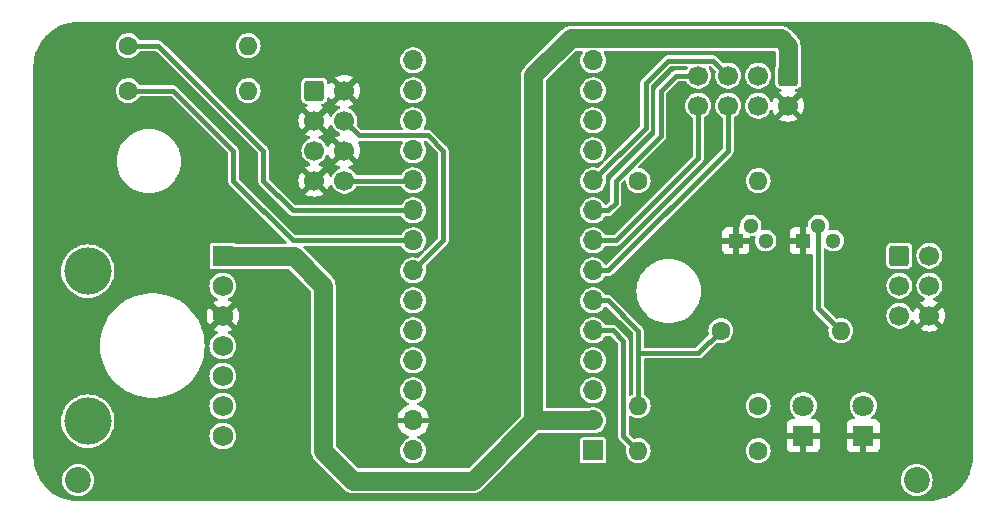
<source format=gbr>
%TF.GenerationSoftware,KiCad,Pcbnew,7.0.2*%
%TF.CreationDate,2023-05-16T00:00:26+02:00*%
%TF.ProjectId,PRO_MCU,50524f5f-4d43-4552-9e6b-696361645f70,rev?*%
%TF.SameCoordinates,Original*%
%TF.FileFunction,Copper,L2,Bot*%
%TF.FilePolarity,Positive*%
%FSLAX45Y45*%
G04 Gerber Fmt 4.5, Leading zero omitted, Abs format (unit mm)*
G04 Created by KiCad (PCBNEW 7.0.2) date 2023-05-16 00:00:26*
%MOMM*%
%LPD*%
G01*
G04 APERTURE LIST*
G04 Aperture macros list*
%AMRoundRect*
0 Rectangle with rounded corners*
0 $1 Rounding radius*
0 $2 $3 $4 $5 $6 $7 $8 $9 X,Y pos of 4 corners*
0 Add a 4 corners polygon primitive as box body*
4,1,4,$2,$3,$4,$5,$6,$7,$8,$9,$2,$3,0*
0 Add four circle primitives for the rounded corners*
1,1,$1+$1,$2,$3*
1,1,$1+$1,$4,$5*
1,1,$1+$1,$6,$7*
1,1,$1+$1,$8,$9*
0 Add four rect primitives between the rounded corners*
20,1,$1+$1,$2,$3,$4,$5,0*
20,1,$1+$1,$4,$5,$6,$7,0*
20,1,$1+$1,$6,$7,$8,$9,0*
20,1,$1+$1,$8,$9,$2,$3,0*%
G04 Aperture macros list end*
%TA.AperFunction,ComponentPad*%
%ADD10C,2.200000*%
%TD*%
%TA.AperFunction,ComponentPad*%
%ADD11R,1.700000X1.700000*%
%TD*%
%TA.AperFunction,ComponentPad*%
%ADD12O,1.700000X1.700000*%
%TD*%
%TA.AperFunction,ComponentPad*%
%ADD13C,1.600000*%
%TD*%
%TA.AperFunction,ComponentPad*%
%ADD14O,1.600000X1.600000*%
%TD*%
%TA.AperFunction,ComponentPad*%
%ADD15RoundRect,0.250000X-0.600000X-0.600000X0.600000X-0.600000X0.600000X0.600000X-0.600000X0.600000X0*%
%TD*%
%TA.AperFunction,ComponentPad*%
%ADD16C,1.700000*%
%TD*%
%TA.AperFunction,ComponentPad*%
%ADD17R,1.300000X1.300000*%
%TD*%
%TA.AperFunction,ComponentPad*%
%ADD18C,1.300000*%
%TD*%
%TA.AperFunction,ComponentPad*%
%ADD19RoundRect,0.250000X-0.600000X0.600000X-0.600000X-0.600000X0.600000X-0.600000X0.600000X0.600000X0*%
%TD*%
%TA.AperFunction,ComponentPad*%
%ADD20R,1.800000X1.800000*%
%TD*%
%TA.AperFunction,ComponentPad*%
%ADD21C,1.800000*%
%TD*%
%TA.AperFunction,ComponentPad*%
%ADD22C,4.000000*%
%TD*%
%TA.AperFunction,ComponentPad*%
%ADD23R,1.750000X1.750000*%
%TD*%
%TA.AperFunction,ComponentPad*%
%ADD24C,1.750000*%
%TD*%
%TA.AperFunction,Conductor*%
%ADD25C,1.600000*%
%TD*%
%TA.AperFunction,Conductor*%
%ADD26C,0.400000*%
%TD*%
G04 APERTURE END LIST*
D10*
%TO.P,Logo,*%
%TO.N,*%
X-37890000Y-12949000D03*
X-30790000Y-12949000D03*
%TD*%
D11*
%TO.P,U2,1,~{RESET}*%
%TO.N,unconnected-(U2-~{RESET}-Pad1)*%
X-33528000Y-12698400D03*
D12*
%TO.P,U2,2,3V3*%
%TO.N,+3.3V*%
X-33528000Y-12444400D03*
%TO.P,U2,3,EN*%
%TO.N,unconnected-(U2-EN-Pad3)*%
X-33528000Y-12190400D03*
%TO.P,U2,4,VHI*%
%TO.N,VDD*%
X-33528000Y-11936400D03*
%TO.P,U2,5,A0*%
%TO.N,/Valve_Ctrl*%
X-33528000Y-11682400D03*
%TO.P,U2,6,A1*%
%TO.N,/Pump_Ctrl*%
X-33528000Y-11428400D03*
%TO.P,U2,7,A2*%
%TO.N,/DC*%
X-33528000Y-11174400D03*
%TO.P,U2,8,A3*%
%TO.N,/BL*%
X-33528000Y-10920400D03*
%TO.P,U2,9,A4*%
%TO.N,/Display_RESET*%
X-33528000Y-10666400D03*
%TO.P,U2,10,A5*%
%TO.N,/CS*%
X-33528000Y-10412400D03*
%TO.P,U2,11,SCK*%
%TO.N,/SCK*%
X-33528000Y-10158400D03*
%TO.P,U2,12,MOSI*%
%TO.N,/MOSI*%
X-33528000Y-9904400D03*
%TO.P,U2,13,MISO*%
%TO.N,unconnected-(U2-MISO-Pad13)*%
X-33528000Y-9650400D03*
%TO.P,U2,14,D2*%
%TO.N,unconnected-(U2-D2-Pad14)*%
X-33528000Y-9396400D03*
%TO.P,U2,15,TX_D1*%
%TO.N,unconnected-(U2-TX_D1-Pad15)*%
X-35052000Y-9396400D03*
%TO.P,U2,16,RX_D0*%
%TO.N,unconnected-(U2-RX_D0-Pad16)*%
X-35052000Y-9650400D03*
%TO.P,U2,17,SDA*%
%TO.N,Net-(U2-SDA)*%
X-35052000Y-9904400D03*
%TO.P,U2,18,SCL*%
%TO.N,Net-(U2-SCL)*%
X-35052000Y-10158400D03*
%TO.P,U2,19,D5_5V*%
%TO.N,/Led_Red*%
X-35052000Y-10412400D03*
%TO.P,U2,20,D7*%
%TO.N,/Button_Green*%
X-35052000Y-10666400D03*
%TO.P,U2,21,D9*%
%TO.N,/Button_Red*%
X-35052000Y-10920400D03*
%TO.P,U2,22,D10*%
%TO.N,/Led_Green*%
X-35052000Y-11174400D03*
%TO.P,U2,23,D11*%
%TO.N,unconnected-(U2-D11-Pad23)*%
X-35052000Y-11428400D03*
%TO.P,U2,24,D12*%
%TO.N,/EOC*%
X-35052000Y-11682400D03*
%TO.P,U2,25,D13*%
%TO.N,/Sensor_RESET*%
X-35052000Y-11936400D03*
%TO.P,U2,26,VBUS*%
%TO.N,unconnected-(U2-VBUS-Pad26)*%
X-35052000Y-12190400D03*
%TO.P,U2,27,GND*%
%TO.N,GND*%
X-35052000Y-12444400D03*
%TO.P,U2,28,VBAT*%
%TO.N,+BATT*%
X-35052000Y-12698400D03*
%TD*%
D13*
%TO.P,R4,1*%
%TO.N,/Pump_Ctrl*%
X-32448500Y-11684000D03*
D14*
%TO.P,R4,2*%
%TO.N,Net-(Q2-G)*%
X-31432500Y-11684000D03*
%TD*%
D13*
%TO.P,R1,1*%
%TO.N,Net-(D1-A)*%
X-32131000Y-12700000D03*
D14*
%TO.P,R1,2*%
%TO.N,/Valve_Ctrl*%
X-33147000Y-12700000D03*
%TD*%
D13*
%TO.P,R2,1*%
%TO.N,/Valve_Ctrl*%
X-33147000Y-10414000D03*
D14*
%TO.P,R2,2*%
%TO.N,Net-(Q1-G)*%
X-32131000Y-10414000D03*
%TD*%
D15*
%TO.P,U1,1,P+*%
%TO.N,VDD*%
X-30936250Y-11048500D03*
D16*
%TO.P,U1,2,P-*%
%TO.N,/Pump-*%
X-30682250Y-11048500D03*
%TO.P,U1,3,V+*%
%TO.N,VDD*%
X-30936250Y-11302500D03*
%TO.P,U1,4,V-*%
%TO.N,/Valve-*%
X-30682250Y-11302500D03*
%TO.P,U1,5,BAT+*%
%TO.N,+BATT*%
X-30936250Y-11556500D03*
%TO.P,U1,6,BAT-*%
%TO.N,GND*%
X-30682250Y-11556500D03*
%TD*%
D17*
%TO.P,Q2,1,S*%
%TO.N,GND*%
X-31750000Y-10922000D03*
D18*
%TO.P,Q2,2,G*%
%TO.N,Net-(Q2-G)*%
X-31623000Y-10795000D03*
%TO.P,Q2,3,D*%
%TO.N,/Pump-*%
X-31496000Y-10922000D03*
%TD*%
D13*
%TO.P,R6,1*%
%TO.N,/Button_Red*%
X-37465000Y-9652000D03*
D14*
%TO.P,R6,2*%
%TO.N,Net-(R6-Pad2)*%
X-36449000Y-9652000D03*
%TD*%
D19*
%TO.P,U5,1,VCC*%
%TO.N,+3.3V*%
X-31877000Y-9525000D03*
D16*
%TO.P,U5,2,GND*%
%TO.N,GND*%
X-31877000Y-9779000D03*
%TO.P,U5,3,DIN*%
%TO.N,/MOSI*%
X-32131000Y-9525000D03*
%TO.P,U5,4,CLK*%
%TO.N,/SCK*%
X-32131000Y-9779000D03*
%TO.P,U5,5,CS*%
%TO.N,/CS*%
X-32385000Y-9525000D03*
%TO.P,U5,6,DC*%
%TO.N,/DC*%
X-32385000Y-9779000D03*
%TO.P,U5,7,RST*%
%TO.N,/Display_RESET*%
X-32639000Y-9525000D03*
%TO.P,U5,8,BL*%
%TO.N,/BL*%
X-32639000Y-9779000D03*
%TD*%
D17*
%TO.P,Q1,1,S*%
%TO.N,GND*%
X-32321500Y-10922000D03*
D18*
%TO.P,Q1,2,G*%
%TO.N,Net-(Q1-G)*%
X-32194500Y-10795000D03*
%TO.P,Q1,3,D*%
%TO.N,/Valve-*%
X-32067500Y-10922000D03*
%TD*%
D20*
%TO.P,D2,1,K*%
%TO.N,GND*%
X-31242000Y-12573000D03*
D21*
%TO.P,D2,2,A*%
%TO.N,Net-(D2-A)*%
X-31242000Y-12319000D03*
%TD*%
D13*
%TO.P,R5,1*%
%TO.N,/Button_Green*%
X-37465000Y-9271000D03*
D14*
%TO.P,R5,2*%
%TO.N,Net-(R5-Pad2)*%
X-36449000Y-9271000D03*
%TD*%
D13*
%TO.P,R3,1*%
%TO.N,Net-(D2-A)*%
X-32131000Y-12319000D03*
D14*
%TO.P,R3,2*%
%TO.N,/Pump_Ctrl*%
X-33147000Y-12319000D03*
%TD*%
D15*
%TO.P,U4,1,1*%
%TO.N,Net-(R5-Pad2)*%
X-35889250Y-9652000D03*
D16*
%TO.P,U4,2,2*%
%TO.N,GND*%
X-35635250Y-9652000D03*
%TO.P,U4,3,K*%
X-35889250Y-9906000D03*
%TO.P,U4,4,A*%
%TO.N,/Led_Green*%
X-35635250Y-9906000D03*
%TO.P,U4,5,1*%
%TO.N,Net-(R6-Pad2)*%
X-35889250Y-10160000D03*
%TO.P,U4,6,2*%
%TO.N,GND*%
X-35635250Y-10160000D03*
%TO.P,U4,7,K*%
X-35889250Y-10414000D03*
%TO.P,U4,8,A*%
%TO.N,/Led_Red*%
X-35635250Y-10414000D03*
%TD*%
D20*
%TO.P,D1,1,K*%
%TO.N,GND*%
X-31750000Y-12573000D03*
D21*
%TO.P,D1,2,A*%
%TO.N,Net-(D1-A)*%
X-31750000Y-12319000D03*
%TD*%
D22*
%TO.P,U3,*%
%TO.N,*%
X-37807150Y-11179650D03*
X-37807150Y-12449650D03*
D23*
%TO.P,U3,1,VIN*%
%TO.N,+3.3V*%
X-36664150Y-11052650D03*
D24*
%TO.P,U3,2,3Vo*%
%TO.N,unconnected-(U3-3Vo-Pad2)*%
X-36664150Y-11306650D03*
%TO.P,U3,3,GND*%
%TO.N,GND*%
X-36664150Y-11560650D03*
%TO.P,U3,4,SCL*%
%TO.N,Net-(U2-SCL)*%
X-36664150Y-11814650D03*
%TO.P,U3,5,SDA*%
%TO.N,Net-(U2-SDA)*%
X-36664150Y-12068650D03*
%TO.P,U3,6,EOC*%
%TO.N,/EOC*%
X-36664150Y-12322650D03*
%TO.P,U3,7,RST*%
%TO.N,/Sensor_RESET*%
X-36664150Y-12576650D03*
%TD*%
D25*
%TO.N,+3.3V*%
X-34544000Y-12954000D02*
X-34034400Y-12444400D01*
X-35560000Y-12954000D02*
X-34544000Y-12954000D01*
X-35814000Y-12700000D02*
X-35560000Y-12954000D01*
X-35814000Y-11303000D02*
X-35814000Y-12700000D01*
X-36064350Y-11052650D02*
X-35814000Y-11303000D01*
X-36664150Y-11052650D02*
X-36064350Y-11052650D01*
D26*
%TO.N,/CS*%
X-33083500Y-9967900D02*
X-33528000Y-10412400D01*
X-33083500Y-9588500D02*
X-33083500Y-9967900D01*
X-32893000Y-9398000D02*
X-33083500Y-9588500D01*
X-32512000Y-9398000D02*
X-32893000Y-9398000D01*
X-32385000Y-9525000D02*
X-32512000Y-9398000D01*
%TO.N,/Display_RESET*%
X-32829500Y-9525000D02*
X-32639000Y-9525000D01*
X-32956500Y-9652000D02*
X-32829500Y-9525000D01*
X-33337500Y-10414000D02*
X-32956500Y-10033000D01*
X-33337500Y-10604500D02*
X-33337500Y-10414000D01*
X-33399400Y-10666400D02*
X-33337500Y-10604500D01*
X-33528000Y-10666400D02*
X-33399400Y-10666400D01*
X-32956500Y-10033000D02*
X-32956500Y-9652000D01*
%TO.N,/BL*%
X-33335900Y-10920400D02*
X-32639000Y-10223500D01*
X-33528000Y-10920400D02*
X-33335900Y-10920400D01*
X-32639000Y-10223500D02*
X-32639000Y-9779000D01*
%TO.N,/DC*%
X-32385000Y-10160000D02*
X-32385000Y-9779000D01*
X-33399400Y-11174400D02*
X-32385000Y-10160000D01*
X-33528000Y-11174400D02*
X-33399400Y-11174400D01*
%TO.N,/Pump_Ctrl*%
X-32639000Y-11874500D02*
X-33147000Y-11874500D01*
X-33147000Y-11874500D02*
X-33147000Y-11938000D01*
X-33147000Y-11684000D02*
X-33147000Y-11874500D01*
X-32448500Y-11684000D02*
X-32639000Y-11874500D01*
%TO.N,Net-(Q2-G)*%
X-31623000Y-11493500D02*
X-31432500Y-11684000D01*
X-31623000Y-10795000D02*
X-31623000Y-11493500D01*
%TO.N,/Led_Green*%
X-35509850Y-10031400D02*
X-35635250Y-9906000D01*
X-34798000Y-10160000D02*
X-34926600Y-10031400D01*
X-34798000Y-10920400D02*
X-34798000Y-10160000D01*
X-35052000Y-11174400D02*
X-34798000Y-10920400D01*
X-34926600Y-10031400D02*
X-35509850Y-10031400D01*
%TO.N,/Led_Red*%
X-35635250Y-10414000D02*
X-35053600Y-10414000D01*
X-35053600Y-10414000D02*
X-35052000Y-10412400D01*
%TO.N,/Button_Red*%
X-37084000Y-9652000D02*
X-37465000Y-9652000D01*
X-36576000Y-10160000D02*
X-37084000Y-9652000D01*
X-36576000Y-10414000D02*
X-36576000Y-10160000D01*
X-36069600Y-10920400D02*
X-36576000Y-10414000D01*
X-35052000Y-10920400D02*
X-36069600Y-10920400D01*
%TO.N,/Button_Green*%
X-36322000Y-10414000D02*
X-36322000Y-10160000D01*
X-36069600Y-10666400D02*
X-36322000Y-10414000D01*
X-35052000Y-10666400D02*
X-36069600Y-10666400D01*
X-37211000Y-9271000D02*
X-36322000Y-10160000D01*
X-37465000Y-9271000D02*
X-37211000Y-9271000D01*
%TO.N,/Pump_Ctrl*%
X-33147000Y-11938000D02*
X-33147000Y-12319000D01*
X-33402600Y-11428400D02*
X-33147000Y-11684000D01*
X-33528000Y-11428400D02*
X-33402600Y-11428400D01*
%TO.N,/Valve_Ctrl*%
X-33361681Y-11682400D02*
X-33528000Y-11682400D01*
X-33274000Y-11770081D02*
X-33361681Y-11682400D01*
X-33274000Y-12573000D02*
X-33274000Y-11770081D01*
X-33147000Y-12700000D02*
X-33274000Y-12573000D01*
D25*
%TO.N,+3.3V*%
X-34034400Y-9523400D02*
X-33720400Y-9209400D01*
X-31938600Y-9209400D02*
X-31877000Y-9271000D01*
X-33720400Y-9209400D02*
X-31938600Y-9209400D01*
X-34034400Y-12444400D02*
X-34034400Y-9523400D01*
X-34034400Y-12444400D02*
X-33528000Y-12444400D01*
X-31877000Y-9271000D02*
X-31877000Y-9525000D01*
%TD*%
%TA.AperFunction,Conductor*%
%TO.N,GND*%
G36*
X-35681199Y-10180984D02*
G01*
X-35673426Y-10193080D01*
X-35662560Y-10202495D01*
X-35649482Y-10208468D01*
X-35648503Y-10208609D01*
X-35711387Y-10271493D01*
X-35703008Y-10277360D01*
X-35681599Y-10287343D01*
X-35677692Y-10288390D01*
X-35671726Y-10292027D01*
X-35668673Y-10298311D01*
X-35669502Y-10305249D01*
X-35673950Y-10310637D01*
X-35676421Y-10311930D01*
X-35681392Y-10313856D01*
X-35684514Y-10315065D01*
X-35701854Y-10325802D01*
X-35716926Y-10339542D01*
X-35729218Y-10355818D01*
X-35737932Y-10373319D01*
X-35742682Y-10378443D01*
X-35749448Y-10380185D01*
X-35756082Y-10377992D01*
X-35760478Y-10372561D01*
X-35761009Y-10371001D01*
X-35761907Y-10367651D01*
X-35771890Y-10346242D01*
X-35777757Y-10337863D01*
X-35840942Y-10401048D01*
X-35843301Y-10393016D01*
X-35851074Y-10380920D01*
X-35861940Y-10371505D01*
X-35875019Y-10365532D01*
X-35875997Y-10365391D01*
X-35813113Y-10302507D01*
X-35813113Y-10302507D01*
X-35821492Y-10296640D01*
X-35842901Y-10286657D01*
X-35846809Y-10285610D01*
X-35852775Y-10281973D01*
X-35855827Y-10275688D01*
X-35854998Y-10268751D01*
X-35850549Y-10263363D01*
X-35848079Y-10262070D01*
X-35839986Y-10258935D01*
X-35838035Y-10257727D01*
X-35822646Y-10248198D01*
X-35807574Y-10234458D01*
X-35795283Y-10218182D01*
X-35786568Y-10200681D01*
X-35781818Y-10195557D01*
X-35775052Y-10193815D01*
X-35768418Y-10196008D01*
X-35764022Y-10201439D01*
X-35763491Y-10202999D01*
X-35762593Y-10206349D01*
X-35752610Y-10227758D01*
X-35746743Y-10236137D01*
X-35683558Y-10172952D01*
X-35681199Y-10180984D01*
G37*
%TD.AperFunction*%
%TA.AperFunction,Conductor*%
G36*
X-35777757Y-9982137D02*
G01*
X-35777757Y-9982137D01*
X-35771890Y-9973758D01*
X-35761907Y-9952349D01*
X-35761009Y-9948999D01*
X-35757373Y-9943033D01*
X-35751088Y-9939980D01*
X-35744150Y-9940810D01*
X-35738763Y-9945258D01*
X-35737932Y-9946681D01*
X-35734849Y-9952872D01*
X-35729217Y-9964182D01*
X-35718135Y-9978858D01*
X-35716926Y-9980458D01*
X-35712632Y-9984373D01*
X-35701854Y-9994198D01*
X-35684514Y-10004935D01*
X-35676421Y-10008070D01*
X-35670881Y-10012327D01*
X-35668522Y-10018903D01*
X-35670093Y-10025712D01*
X-35675096Y-10030590D01*
X-35677691Y-10031610D01*
X-35681599Y-10032657D01*
X-35703008Y-10042640D01*
X-35711387Y-10048507D01*
X-35711387Y-10048507D01*
X-35648503Y-10111391D01*
X-35649482Y-10111532D01*
X-35662560Y-10117505D01*
X-35673426Y-10126920D01*
X-35681199Y-10139016D01*
X-35683558Y-10147048D01*
X-35746743Y-10083863D01*
X-35746743Y-10083863D01*
X-35752610Y-10092242D01*
X-35762593Y-10113651D01*
X-35763491Y-10117001D01*
X-35767127Y-10122967D01*
X-35773412Y-10126020D01*
X-35780349Y-10125191D01*
X-35785737Y-10120742D01*
X-35786568Y-10119319D01*
X-35795283Y-10101818D01*
X-35807574Y-10085542D01*
X-35822646Y-10071802D01*
X-35839986Y-10061065D01*
X-35848079Y-10057930D01*
X-35853619Y-10053673D01*
X-35855978Y-10047096D01*
X-35854407Y-10040288D01*
X-35849404Y-10035410D01*
X-35846808Y-10034390D01*
X-35842901Y-10033343D01*
X-35821492Y-10023360D01*
X-35813113Y-10017493D01*
X-35875997Y-9954609D01*
X-35875019Y-9954468D01*
X-35861940Y-9948495D01*
X-35851074Y-9939080D01*
X-35843301Y-9926984D01*
X-35840942Y-9918952D01*
X-35777757Y-9982137D01*
G37*
%TD.AperFunction*%
%TA.AperFunction,Conductor*%
G36*
X-35681199Y-9672984D02*
G01*
X-35673426Y-9685080D01*
X-35662560Y-9694495D01*
X-35649482Y-9700468D01*
X-35648503Y-9700609D01*
X-35711387Y-9763493D01*
X-35703008Y-9769360D01*
X-35681599Y-9779343D01*
X-35677692Y-9780390D01*
X-35671726Y-9784027D01*
X-35668673Y-9790311D01*
X-35669502Y-9797249D01*
X-35673950Y-9802637D01*
X-35676421Y-9803930D01*
X-35682588Y-9806319D01*
X-35684514Y-9807065D01*
X-35701854Y-9817802D01*
X-35716926Y-9831542D01*
X-35729218Y-9847818D01*
X-35737932Y-9865319D01*
X-35742682Y-9870443D01*
X-35749448Y-9872185D01*
X-35756082Y-9869992D01*
X-35760478Y-9864561D01*
X-35761009Y-9863001D01*
X-35761907Y-9859651D01*
X-35771890Y-9838242D01*
X-35777757Y-9829863D01*
X-35840942Y-9893048D01*
X-35843301Y-9885016D01*
X-35851074Y-9872920D01*
X-35861940Y-9863505D01*
X-35875019Y-9857532D01*
X-35875997Y-9857391D01*
X-35813113Y-9794507D01*
X-35813113Y-9794507D01*
X-35821492Y-9788640D01*
X-35828050Y-9785582D01*
X-35833294Y-9780965D01*
X-35835209Y-9774245D01*
X-35833188Y-9767557D01*
X-35827871Y-9763024D01*
X-35824135Y-9762015D01*
X-35818502Y-9761409D01*
X-35805017Y-9756380D01*
X-35793495Y-9747755D01*
X-35784870Y-9736233D01*
X-35784784Y-9736001D01*
X-35779841Y-9722748D01*
X-35779235Y-9717115D01*
X-35776561Y-9710660D01*
X-35770822Y-9706675D01*
X-35763840Y-9706425D01*
X-35757831Y-9709991D01*
X-35755668Y-9713200D01*
X-35752610Y-9719758D01*
X-35746743Y-9728137D01*
X-35683558Y-9664952D01*
X-35681199Y-9672984D01*
G37*
%TD.AperFunction*%
%TA.AperFunction,Conductor*%
G36*
X-30689697Y-9071065D02*
G01*
X-30653562Y-9072840D01*
X-30652352Y-9072959D01*
X-30616868Y-9078223D01*
X-30615675Y-9078460D01*
X-30580875Y-9087177D01*
X-30579715Y-9087529D01*
X-30545938Y-9099615D01*
X-30544816Y-9100079D01*
X-30512385Y-9115418D01*
X-30511314Y-9115991D01*
X-30480544Y-9134434D01*
X-30479535Y-9135108D01*
X-30450719Y-9156479D01*
X-30449780Y-9157249D01*
X-30423199Y-9181342D01*
X-30422342Y-9182199D01*
X-30398249Y-9208780D01*
X-30397479Y-9209719D01*
X-30376108Y-9238535D01*
X-30375433Y-9239544D01*
X-30356991Y-9270314D01*
X-30356418Y-9271385D01*
X-30341079Y-9303816D01*
X-30340615Y-9304938D01*
X-30328529Y-9338715D01*
X-30328177Y-9339875D01*
X-30322790Y-9361382D01*
X-30319460Y-9374675D01*
X-30319223Y-9375868D01*
X-30319121Y-9376558D01*
X-30313959Y-9411352D01*
X-30313840Y-9412562D01*
X-30312649Y-9436802D01*
X-30312065Y-9448697D01*
X-30312050Y-9449305D01*
X-30312050Y-12748695D01*
X-30312065Y-12749303D01*
X-30313222Y-12772858D01*
X-30313840Y-12785437D01*
X-30313959Y-12786648D01*
X-30319223Y-12822132D01*
X-30319460Y-12823325D01*
X-30321532Y-12831596D01*
X-30328177Y-12858124D01*
X-30328529Y-12859286D01*
X-30337110Y-12883267D01*
X-30340614Y-12893061D01*
X-30341080Y-12894185D01*
X-30356418Y-12926614D01*
X-30356991Y-12927687D01*
X-30375433Y-12958455D01*
X-30376109Y-12959466D01*
X-30397478Y-12988280D01*
X-30398250Y-12989220D01*
X-30422341Y-13015800D01*
X-30423200Y-13016659D01*
X-30432516Y-13025103D01*
X-30449779Y-13040750D01*
X-30450720Y-13041522D01*
X-30479533Y-13062891D01*
X-30480545Y-13063567D01*
X-30511313Y-13082008D01*
X-30512386Y-13082582D01*
X-30544815Y-13097920D01*
X-30545939Y-13098386D01*
X-30562826Y-13104428D01*
X-30579713Y-13110470D01*
X-30580877Y-13110823D01*
X-30615675Y-13119540D01*
X-30616868Y-13119777D01*
X-30652352Y-13125040D01*
X-30653563Y-13125160D01*
X-30687607Y-13126832D01*
X-30689697Y-13126935D01*
X-30690305Y-13126950D01*
X-37889695Y-13126950D01*
X-37890303Y-13126935D01*
X-37892276Y-13126838D01*
X-37926437Y-13125160D01*
X-37927648Y-13125040D01*
X-37963132Y-13119777D01*
X-37964325Y-13119540D01*
X-37999123Y-13110823D01*
X-38000287Y-13110470D01*
X-38034061Y-13098386D01*
X-38035185Y-13097920D01*
X-38067614Y-13082582D01*
X-38068687Y-13082008D01*
X-38099455Y-13063567D01*
X-38100467Y-13062891D01*
X-38129280Y-13041522D01*
X-38130221Y-13040750D01*
X-38156800Y-13016660D01*
X-38157660Y-13015799D01*
X-38181750Y-12989220D01*
X-38182522Y-12988280D01*
X-38203891Y-12959466D01*
X-38204567Y-12958455D01*
X-38210234Y-12949000D01*
X-38025566Y-12949000D01*
X-38023506Y-12972541D01*
X-38017390Y-12995366D01*
X-38007404Y-13016783D01*
X-37993850Y-13036140D01*
X-37977140Y-13052849D01*
X-37957783Y-13066403D01*
X-37936366Y-13076390D01*
X-37913541Y-13082506D01*
X-37890000Y-13084566D01*
X-37866459Y-13082506D01*
X-37864601Y-13082008D01*
X-37843634Y-13076390D01*
X-37822217Y-13066403D01*
X-37802860Y-13052849D01*
X-37786151Y-13036140D01*
X-37772597Y-13016783D01*
X-37762610Y-12995366D01*
X-37760574Y-12987770D01*
X-37756494Y-12972541D01*
X-37754434Y-12949000D01*
X-37756494Y-12925459D01*
X-37762610Y-12902634D01*
X-37772597Y-12881217D01*
X-37786151Y-12861860D01*
X-37802860Y-12845151D01*
X-37802860Y-12845150D01*
X-37822217Y-12831596D01*
X-37843634Y-12821610D01*
X-37866459Y-12815494D01*
X-37890000Y-12813434D01*
X-37913541Y-12815494D01*
X-37936366Y-12821610D01*
X-37936366Y-12821610D01*
X-37957783Y-12831596D01*
X-37977140Y-12845150D01*
X-37993850Y-12861860D01*
X-38007404Y-12881217D01*
X-38017390Y-12902634D01*
X-38023506Y-12925459D01*
X-38025566Y-12949000D01*
X-38210234Y-12949000D01*
X-38223009Y-12927687D01*
X-38223582Y-12926614D01*
X-38238920Y-12894185D01*
X-38239386Y-12893061D01*
X-38251470Y-12859287D01*
X-38251823Y-12858123D01*
X-38260540Y-12823325D01*
X-38260777Y-12822132D01*
X-38266041Y-12786648D01*
X-38266160Y-12785437D01*
X-38267935Y-12749303D01*
X-38267950Y-12748695D01*
X-38267950Y-12449650D01*
X-38032683Y-12449650D01*
X-38030753Y-12479088D01*
X-38024998Y-12508022D01*
X-38015515Y-12535958D01*
X-38002467Y-12562416D01*
X-37986077Y-12586946D01*
X-37966626Y-12609126D01*
X-37944446Y-12628577D01*
X-37919917Y-12644967D01*
X-37893458Y-12658015D01*
X-37865522Y-12667498D01*
X-37836588Y-12673253D01*
X-37807150Y-12675183D01*
X-37777712Y-12673253D01*
X-37748778Y-12667498D01*
X-37748394Y-12667368D01*
X-37748393Y-12667368D01*
X-37740403Y-12664655D01*
X-37720842Y-12658015D01*
X-37717743Y-12656487D01*
X-37694747Y-12645147D01*
X-37694747Y-12645146D01*
X-37694384Y-12644967D01*
X-37669854Y-12628577D01*
X-37647674Y-12609126D01*
X-37628223Y-12586946D01*
X-37627997Y-12586607D01*
X-37621343Y-12576650D01*
X-36777182Y-12576650D01*
X-36775658Y-12593101D01*
X-36775258Y-12597420D01*
X-36769549Y-12617482D01*
X-36760252Y-12636153D01*
X-36760252Y-12636154D01*
X-36760252Y-12636154D01*
X-36747682Y-12652799D01*
X-36732267Y-12666852D01*
X-36714533Y-12677832D01*
X-36695083Y-12685367D01*
X-36674579Y-12689200D01*
X-36674579Y-12689200D01*
X-36653721Y-12689200D01*
X-36653721Y-12689200D01*
X-36633217Y-12685367D01*
X-36613767Y-12677832D01*
X-36596033Y-12666852D01*
X-36596033Y-12666851D01*
X-36596033Y-12666851D01*
X-36580618Y-12652799D01*
X-36568048Y-12636153D01*
X-36558751Y-12617482D01*
X-36553042Y-12597420D01*
X-36551118Y-12576650D01*
X-36553042Y-12555880D01*
X-36558751Y-12535818D01*
X-36568048Y-12517146D01*
X-36580618Y-12500500D01*
X-36596033Y-12486448D01*
X-36613767Y-12475468D01*
X-36633217Y-12467933D01*
X-36646850Y-12465384D01*
X-36653721Y-12464100D01*
X-36674579Y-12464100D01*
X-36688248Y-12466655D01*
X-36695083Y-12467933D01*
X-36714533Y-12475468D01*
X-36732267Y-12486448D01*
X-36747682Y-12500500D01*
X-36760252Y-12517146D01*
X-36769549Y-12535818D01*
X-36775258Y-12555880D01*
X-36775451Y-12557971D01*
X-36777182Y-12576650D01*
X-37621343Y-12576650D01*
X-37612058Y-12562754D01*
X-37612058Y-12562753D01*
X-37611833Y-12562416D01*
X-37611654Y-12562054D01*
X-37611653Y-12562052D01*
X-37598964Y-12536322D01*
X-37598964Y-12536321D01*
X-37598785Y-12535958D01*
X-37598595Y-12535399D01*
X-37589432Y-12508407D01*
X-37589432Y-12508405D01*
X-37589302Y-12508022D01*
X-37589223Y-12507624D01*
X-37589223Y-12507624D01*
X-37583626Y-12479486D01*
X-37583626Y-12479486D01*
X-37583547Y-12479088D01*
X-37583468Y-12477887D01*
X-37581644Y-12450056D01*
X-37581617Y-12449650D01*
X-37582640Y-12434050D01*
X-37583520Y-12420617D01*
X-37583520Y-12420617D01*
X-37583547Y-12420212D01*
X-37583820Y-12418835D01*
X-37589223Y-12391676D01*
X-37589223Y-12391675D01*
X-37589302Y-12391278D01*
X-37589432Y-12390895D01*
X-37589432Y-12390893D01*
X-37598654Y-12363727D01*
X-37598654Y-12363726D01*
X-37598785Y-12363342D01*
X-37598964Y-12362979D01*
X-37598964Y-12362978D01*
X-37611653Y-12337248D01*
X-37611654Y-12337246D01*
X-37611833Y-12336884D01*
X-37612058Y-12336547D01*
X-37612058Y-12336546D01*
X-37621343Y-12322650D01*
X-36777182Y-12322650D01*
X-36775553Y-12340231D01*
X-36775258Y-12343420D01*
X-36769549Y-12363482D01*
X-36760252Y-12382153D01*
X-36760252Y-12382154D01*
X-36760252Y-12382154D01*
X-36747682Y-12398799D01*
X-36732267Y-12412852D01*
X-36714533Y-12423832D01*
X-36695083Y-12431367D01*
X-36674579Y-12435200D01*
X-36674579Y-12435200D01*
X-36653721Y-12435200D01*
X-36653721Y-12435200D01*
X-36633217Y-12431367D01*
X-36613767Y-12423832D01*
X-36596033Y-12412852D01*
X-36596033Y-12412851D01*
X-36596033Y-12412851D01*
X-36580618Y-12398799D01*
X-36568048Y-12382153D01*
X-36558751Y-12363482D01*
X-36553042Y-12343420D01*
X-36551118Y-12322650D01*
X-36553042Y-12301880D01*
X-36558751Y-12281818D01*
X-36568048Y-12263146D01*
X-36580618Y-12246500D01*
X-36596033Y-12232448D01*
X-36613767Y-12221468D01*
X-36633217Y-12213933D01*
X-36643469Y-12212016D01*
X-36653721Y-12210100D01*
X-36674579Y-12210100D01*
X-36688248Y-12212655D01*
X-36695083Y-12213933D01*
X-36714533Y-12221468D01*
X-36732267Y-12232448D01*
X-36747682Y-12246500D01*
X-36760252Y-12263146D01*
X-36769549Y-12281818D01*
X-36775258Y-12301880D01*
X-36775258Y-12301880D01*
X-36777182Y-12322650D01*
X-37621343Y-12322650D01*
X-37627997Y-12312692D01*
X-37627997Y-12312691D01*
X-37628223Y-12312354D01*
X-37628490Y-12312049D01*
X-37628491Y-12312048D01*
X-37647407Y-12290479D01*
X-37647408Y-12290478D01*
X-37647674Y-12290174D01*
X-37647978Y-12289907D01*
X-37647979Y-12289907D01*
X-37669549Y-12270991D01*
X-37669549Y-12270990D01*
X-37669854Y-12270723D01*
X-37670192Y-12270497D01*
X-37670192Y-12270497D01*
X-37694046Y-12254558D01*
X-37694047Y-12254557D01*
X-37694384Y-12254333D01*
X-37694746Y-12254154D01*
X-37694747Y-12254153D01*
X-37720478Y-12241464D01*
X-37720479Y-12241464D01*
X-37720842Y-12241285D01*
X-37721226Y-12241154D01*
X-37721227Y-12241154D01*
X-37748393Y-12231932D01*
X-37748395Y-12231932D01*
X-37748778Y-12231802D01*
X-37749175Y-12231723D01*
X-37749176Y-12231723D01*
X-37777314Y-12226126D01*
X-37777314Y-12226126D01*
X-37777712Y-12226047D01*
X-37778117Y-12226020D01*
X-37778117Y-12226020D01*
X-37806744Y-12224144D01*
X-37807150Y-12224117D01*
X-37807556Y-12224144D01*
X-37836183Y-12226020D01*
X-37836183Y-12226020D01*
X-37836588Y-12226047D01*
X-37836986Y-12226126D01*
X-37836986Y-12226126D01*
X-37865124Y-12231723D01*
X-37865125Y-12231723D01*
X-37865522Y-12231802D01*
X-37865905Y-12231932D01*
X-37865907Y-12231932D01*
X-37893073Y-12241154D01*
X-37893458Y-12241285D01*
X-37893822Y-12241464D01*
X-37893822Y-12241464D01*
X-37919552Y-12254153D01*
X-37919553Y-12254153D01*
X-37919916Y-12254333D01*
X-37920253Y-12254558D01*
X-37920254Y-12254558D01*
X-37944108Y-12270497D01*
X-37944446Y-12270723D01*
X-37966626Y-12290174D01*
X-37986077Y-12312354D01*
X-37989219Y-12317057D01*
X-37999272Y-12332101D01*
X-38002467Y-12336884D01*
X-38015515Y-12363342D01*
X-38021110Y-12379825D01*
X-38023281Y-12386218D01*
X-38024998Y-12391278D01*
X-38030753Y-12420212D01*
X-38032683Y-12449650D01*
X-38267950Y-12449650D01*
X-38267950Y-11811000D01*
X-37703551Y-11811000D01*
X-37701547Y-11853067D01*
X-37695554Y-11894753D01*
X-37685625Y-11935681D01*
X-37671850Y-11975480D01*
X-37654355Y-12013789D01*
X-37633298Y-12050261D01*
X-37608869Y-12084567D01*
X-37581289Y-12116395D01*
X-37550810Y-12145458D01*
X-37517705Y-12171492D01*
X-37482276Y-12194261D01*
X-37444843Y-12213559D01*
X-37405744Y-12229211D01*
X-37365335Y-12241076D01*
X-37323982Y-12249047D01*
X-37282057Y-12253050D01*
X-37281762Y-12253050D01*
X-37240238Y-12253050D01*
X-37239943Y-12253050D01*
X-37198018Y-12249047D01*
X-37156665Y-12241076D01*
X-37116256Y-12229211D01*
X-37077158Y-12213559D01*
X-37039724Y-12194261D01*
X-37004295Y-12171492D01*
X-37002515Y-12170092D01*
X-36971423Y-12145641D01*
X-36971423Y-12145641D01*
X-36971191Y-12145458D01*
X-36953042Y-12128153D01*
X-36940923Y-12116598D01*
X-36940922Y-12116597D01*
X-36940711Y-12116395D01*
X-36919108Y-12091465D01*
X-36913324Y-12084790D01*
X-36913323Y-12084789D01*
X-36913131Y-12084567D01*
X-36912797Y-12084098D01*
X-36901797Y-12068650D01*
X-36777182Y-12068650D01*
X-36775687Y-12084790D01*
X-36775258Y-12089420D01*
X-36769549Y-12109482D01*
X-36760252Y-12128153D01*
X-36747682Y-12144799D01*
X-36746959Y-12145458D01*
X-36732267Y-12158852D01*
X-36714533Y-12169832D01*
X-36695083Y-12177367D01*
X-36674579Y-12181200D01*
X-36674579Y-12181200D01*
X-36653721Y-12181200D01*
X-36653721Y-12181200D01*
X-36633217Y-12177367D01*
X-36613767Y-12169832D01*
X-36596033Y-12158852D01*
X-36596033Y-12158851D01*
X-36596033Y-12158851D01*
X-36580618Y-12144799D01*
X-36568048Y-12128153D01*
X-36558751Y-12109482D01*
X-36553042Y-12089420D01*
X-36551118Y-12068650D01*
X-36553042Y-12047880D01*
X-36558751Y-12027818D01*
X-36568048Y-12009146D01*
X-36580618Y-11992500D01*
X-36596033Y-11978448D01*
X-36613767Y-11967468D01*
X-36633217Y-11959933D01*
X-36643469Y-11958016D01*
X-36653721Y-11956100D01*
X-36674579Y-11956100D01*
X-36688248Y-11958655D01*
X-36695083Y-11959933D01*
X-36714533Y-11967468D01*
X-36732267Y-11978448D01*
X-36747682Y-11992500D01*
X-36760252Y-12009146D01*
X-36769549Y-12027818D01*
X-36775258Y-12047880D01*
X-36775258Y-12047880D01*
X-36777182Y-12068650D01*
X-36901797Y-12068650D01*
X-36888874Y-12050502D01*
X-36888702Y-12050261D01*
X-36884338Y-12042702D01*
X-36867793Y-12014045D01*
X-36867645Y-12013789D01*
X-36866306Y-12010858D01*
X-36850536Y-11976325D01*
X-36850150Y-11975480D01*
X-36836375Y-11935681D01*
X-36836306Y-11935397D01*
X-36836306Y-11935396D01*
X-36826516Y-11895040D01*
X-36826516Y-11895039D01*
X-36826446Y-11894753D01*
X-36825878Y-11890799D01*
X-36820494Y-11853358D01*
X-36820494Y-11853357D01*
X-36820453Y-11853067D01*
X-36818449Y-11811000D01*
X-36819853Y-11781523D01*
X-36820439Y-11769226D01*
X-36820439Y-11769226D01*
X-36820453Y-11768933D01*
X-36820494Y-11768643D01*
X-36820494Y-11768641D01*
X-36826404Y-11727539D01*
X-36826404Y-11727538D01*
X-36826446Y-11727247D01*
X-36826516Y-11726961D01*
X-36826516Y-11726959D01*
X-36836306Y-11686604D01*
X-36836306Y-11686602D01*
X-36836375Y-11686319D01*
X-36836542Y-11685838D01*
X-36850053Y-11646799D01*
X-36850053Y-11646799D01*
X-36850150Y-11646520D01*
X-36850982Y-11644698D01*
X-36867521Y-11608481D01*
X-36867522Y-11608480D01*
X-36867645Y-11608211D01*
X-36869239Y-11605449D01*
X-36888554Y-11571995D01*
X-36888555Y-11571994D01*
X-36888702Y-11571739D01*
X-36896598Y-11560650D01*
X-36896599Y-11560650D01*
X-36802121Y-11560650D01*
X-36800240Y-11583359D01*
X-36794645Y-11605449D01*
X-36785492Y-11626317D01*
X-36777462Y-11638607D01*
X-36712458Y-11573602D01*
X-36710099Y-11581634D01*
X-36702326Y-11593730D01*
X-36691460Y-11603145D01*
X-36678382Y-11609118D01*
X-36677403Y-11609259D01*
X-36742248Y-11674104D01*
X-36742248Y-11674104D01*
X-36739613Y-11676155D01*
X-36719573Y-11687000D01*
X-36712794Y-11689327D01*
X-36707092Y-11693366D01*
X-36704479Y-11699846D01*
X-36705784Y-11706710D01*
X-36710593Y-11711779D01*
X-36712340Y-11712618D01*
X-36714533Y-11713467D01*
X-36732267Y-11724448D01*
X-36747682Y-11738500D01*
X-36760252Y-11755146D01*
X-36769549Y-11773818D01*
X-36775258Y-11793880D01*
X-36775258Y-11793880D01*
X-36777182Y-11814650D01*
X-36775537Y-11832408D01*
X-36775258Y-11835420D01*
X-36769549Y-11855482D01*
X-36760252Y-11874153D01*
X-36760252Y-11874154D01*
X-36760252Y-11874154D01*
X-36747682Y-11890799D01*
X-36732267Y-11904852D01*
X-36714533Y-11915832D01*
X-36695083Y-11923367D01*
X-36674579Y-11927200D01*
X-36674579Y-11927200D01*
X-36653721Y-11927200D01*
X-36653721Y-11927200D01*
X-36633217Y-11923367D01*
X-36613767Y-11915832D01*
X-36596033Y-11904852D01*
X-36596033Y-11904851D01*
X-36596033Y-11904851D01*
X-36580618Y-11890799D01*
X-36568048Y-11874153D01*
X-36558751Y-11855482D01*
X-36553042Y-11835420D01*
X-36551118Y-11814650D01*
X-36553042Y-11793880D01*
X-36558751Y-11773818D01*
X-36568048Y-11755146D01*
X-36580618Y-11738500D01*
X-36596033Y-11724448D01*
X-36613767Y-11713468D01*
X-36615960Y-11712618D01*
X-36621500Y-11708361D01*
X-36623859Y-11701784D01*
X-36622288Y-11694976D01*
X-36617285Y-11690098D01*
X-36615506Y-11689327D01*
X-36608728Y-11687000D01*
X-36588687Y-11676155D01*
X-36586052Y-11674104D01*
X-36586052Y-11674104D01*
X-36650897Y-11609259D01*
X-36649919Y-11609118D01*
X-36636840Y-11603145D01*
X-36625974Y-11593730D01*
X-36618201Y-11581634D01*
X-36615842Y-11573602D01*
X-36550837Y-11638607D01*
X-36542808Y-11626317D01*
X-36533655Y-11605449D01*
X-36528060Y-11583359D01*
X-36526179Y-11560650D01*
X-36528060Y-11537941D01*
X-36533655Y-11515850D01*
X-36542808Y-11494983D01*
X-36550837Y-11482693D01*
X-36615842Y-11547698D01*
X-36618201Y-11539666D01*
X-36625974Y-11527570D01*
X-36636840Y-11518155D01*
X-36649919Y-11512182D01*
X-36650897Y-11512041D01*
X-36586052Y-11447196D01*
X-36586052Y-11447196D01*
X-36588687Y-11445145D01*
X-36608728Y-11434300D01*
X-36615507Y-11431972D01*
X-36621208Y-11427934D01*
X-36623821Y-11421454D01*
X-36622516Y-11414590D01*
X-36617707Y-11409521D01*
X-36615960Y-11408682D01*
X-36613767Y-11407832D01*
X-36609488Y-11405183D01*
X-36596033Y-11396852D01*
X-36596033Y-11396851D01*
X-36596033Y-11396851D01*
X-36580618Y-11382799D01*
X-36568048Y-11366153D01*
X-36558751Y-11347482D01*
X-36553042Y-11327420D01*
X-36551118Y-11306650D01*
X-36553042Y-11285880D01*
X-36558751Y-11265818D01*
X-36568048Y-11247146D01*
X-36580618Y-11230500D01*
X-36596033Y-11216448D01*
X-36613767Y-11205468D01*
X-36633217Y-11197933D01*
X-36643469Y-11196016D01*
X-36653721Y-11194100D01*
X-36674579Y-11194100D01*
X-36685801Y-11196198D01*
X-36695083Y-11197933D01*
X-36714533Y-11205468D01*
X-36732267Y-11216448D01*
X-36747682Y-11230500D01*
X-36760252Y-11247146D01*
X-36769549Y-11265818D01*
X-36775258Y-11285880D01*
X-36775258Y-11285880D01*
X-36777182Y-11306650D01*
X-36775685Y-11322808D01*
X-36775258Y-11327420D01*
X-36769549Y-11347482D01*
X-36760252Y-11366153D01*
X-36760252Y-11366154D01*
X-36760252Y-11366154D01*
X-36747682Y-11382799D01*
X-36732267Y-11396852D01*
X-36714533Y-11407832D01*
X-36712340Y-11408682D01*
X-36706800Y-11412939D01*
X-36704441Y-11419515D01*
X-36706012Y-11426323D01*
X-36711014Y-11431201D01*
X-36712793Y-11431972D01*
X-36719572Y-11434300D01*
X-36739613Y-11445145D01*
X-36742248Y-11447196D01*
X-36742248Y-11447196D01*
X-36677403Y-11512041D01*
X-36678382Y-11512182D01*
X-36691460Y-11518155D01*
X-36702326Y-11527570D01*
X-36710099Y-11539666D01*
X-36712458Y-11547697D01*
X-36777463Y-11482693D01*
X-36785492Y-11494983D01*
X-36794645Y-11515850D01*
X-36800240Y-11537941D01*
X-36802121Y-11560650D01*
X-36896599Y-11560650D01*
X-36912960Y-11537673D01*
X-36912961Y-11537672D01*
X-36913131Y-11537433D01*
X-36913322Y-11537212D01*
X-36913324Y-11537210D01*
X-36940518Y-11505826D01*
X-36940518Y-11505826D01*
X-36940711Y-11505605D01*
X-36940921Y-11505404D01*
X-36940923Y-11505402D01*
X-36970976Y-11476746D01*
X-36970977Y-11476746D01*
X-36971191Y-11476542D01*
X-36971422Y-11476360D01*
X-36971423Y-11476359D01*
X-37004064Y-11450690D01*
X-37004065Y-11450689D01*
X-37004295Y-11450508D01*
X-37004541Y-11450350D01*
X-37004543Y-11450349D01*
X-37039476Y-11427899D01*
X-37039477Y-11427898D01*
X-37039724Y-11427739D01*
X-37039986Y-11427604D01*
X-37039987Y-11427604D01*
X-37076895Y-11408576D01*
X-37076895Y-11408576D01*
X-37077158Y-11408441D01*
X-37077431Y-11408332D01*
X-37077432Y-11408331D01*
X-37115983Y-11392898D01*
X-37115983Y-11392898D01*
X-37116256Y-11392789D01*
X-37116538Y-11392706D01*
X-37116538Y-11392706D01*
X-37156381Y-11381007D01*
X-37156383Y-11381006D01*
X-37156665Y-11380923D01*
X-37156954Y-11380868D01*
X-37156955Y-11380867D01*
X-37197728Y-11373009D01*
X-37197729Y-11373009D01*
X-37198018Y-11372953D01*
X-37198310Y-11372925D01*
X-37198312Y-11372925D01*
X-37239649Y-11368978D01*
X-37239650Y-11368978D01*
X-37239943Y-11368950D01*
X-37282057Y-11368950D01*
X-37282350Y-11368978D01*
X-37282351Y-11368978D01*
X-37323688Y-11372925D01*
X-37323690Y-11372925D01*
X-37323982Y-11372953D01*
X-37324271Y-11373009D01*
X-37324272Y-11373009D01*
X-37365045Y-11380867D01*
X-37365046Y-11380868D01*
X-37365335Y-11380923D01*
X-37365618Y-11381006D01*
X-37365619Y-11381007D01*
X-37398625Y-11390698D01*
X-37405744Y-11392789D01*
X-37444843Y-11408441D01*
X-37482276Y-11427739D01*
X-37482524Y-11427899D01*
X-37482524Y-11427899D01*
X-37517457Y-11450349D01*
X-37517458Y-11450349D01*
X-37517705Y-11450508D01*
X-37517936Y-11450690D01*
X-37517936Y-11450690D01*
X-37550577Y-11476359D01*
X-37550577Y-11476359D01*
X-37550810Y-11476542D01*
X-37559382Y-11484716D01*
X-37581077Y-11505402D01*
X-37581078Y-11505403D01*
X-37581289Y-11505605D01*
X-37593510Y-11519708D01*
X-37608676Y-11537210D01*
X-37608677Y-11537211D01*
X-37608869Y-11537433D01*
X-37633298Y-11571739D01*
X-37654355Y-11608211D01*
X-37671850Y-11646520D01*
X-37685625Y-11686319D01*
X-37695554Y-11727247D01*
X-37701547Y-11768933D01*
X-37703551Y-11811000D01*
X-38267950Y-11811000D01*
X-38267950Y-11179650D01*
X-38032683Y-11179650D01*
X-38030753Y-11209088D01*
X-38024998Y-11238022D01*
X-38015515Y-11265958D01*
X-38002467Y-11292416D01*
X-37986077Y-11316946D01*
X-37966626Y-11339126D01*
X-37944446Y-11358577D01*
X-37919917Y-11374967D01*
X-37893458Y-11388015D01*
X-37865522Y-11397498D01*
X-37836588Y-11403253D01*
X-37807150Y-11405183D01*
X-37777712Y-11403253D01*
X-37748778Y-11397498D01*
X-37748394Y-11397368D01*
X-37748393Y-11397368D01*
X-37734660Y-11392706D01*
X-37720842Y-11388015D01*
X-37711558Y-11383437D01*
X-37694747Y-11375147D01*
X-37694747Y-11375146D01*
X-37694384Y-11374967D01*
X-37669854Y-11358577D01*
X-37647674Y-11339126D01*
X-37628223Y-11316946D01*
X-37627940Y-11316522D01*
X-37612058Y-11292754D01*
X-37612058Y-11292753D01*
X-37611833Y-11292416D01*
X-37611654Y-11292054D01*
X-37611653Y-11292052D01*
X-37598964Y-11266322D01*
X-37598964Y-11266321D01*
X-37598785Y-11265958D01*
X-37598654Y-11265573D01*
X-37589432Y-11238407D01*
X-37589432Y-11238405D01*
X-37589302Y-11238022D01*
X-37589223Y-11237624D01*
X-37589223Y-11237624D01*
X-37583626Y-11209486D01*
X-37583626Y-11209486D01*
X-37583547Y-11209088D01*
X-37583108Y-11202396D01*
X-37581644Y-11180056D01*
X-37581617Y-11179650D01*
X-37582660Y-11163747D01*
X-37583520Y-11150617D01*
X-37583520Y-11150617D01*
X-37583547Y-11150212D01*
X-37585057Y-11142617D01*
X-37589223Y-11121676D01*
X-37589223Y-11121675D01*
X-37589302Y-11121278D01*
X-37589432Y-11120895D01*
X-37589432Y-11120893D01*
X-37598654Y-11093727D01*
X-37598654Y-11093726D01*
X-37598785Y-11093342D01*
X-37598964Y-11092979D01*
X-37598964Y-11092978D01*
X-37611653Y-11067248D01*
X-37611654Y-11067246D01*
X-37611833Y-11066884D01*
X-37612058Y-11066547D01*
X-37612058Y-11066546D01*
X-37627997Y-11042692D01*
X-37627997Y-11042691D01*
X-37628223Y-11042354D01*
X-37628490Y-11042049D01*
X-37628491Y-11042049D01*
X-37647407Y-11020479D01*
X-37647408Y-11020478D01*
X-37647674Y-11020174D01*
X-37647978Y-11019908D01*
X-37647979Y-11019907D01*
X-37669549Y-11000991D01*
X-37669549Y-11000990D01*
X-37669854Y-11000723D01*
X-37670192Y-11000497D01*
X-37670192Y-11000497D01*
X-37694046Y-10984558D01*
X-37694047Y-10984557D01*
X-37694384Y-10984333D01*
X-37694746Y-10984154D01*
X-37694747Y-10984153D01*
X-37720478Y-10971464D01*
X-37720479Y-10971464D01*
X-37720842Y-10971285D01*
X-37721226Y-10971154D01*
X-37721227Y-10971154D01*
X-37748393Y-10961932D01*
X-37748395Y-10961932D01*
X-37748778Y-10961802D01*
X-37749175Y-10961723D01*
X-37749176Y-10961723D01*
X-37777314Y-10956126D01*
X-37777314Y-10956126D01*
X-37777712Y-10956047D01*
X-37778117Y-10956020D01*
X-37778117Y-10956020D01*
X-37806744Y-10954144D01*
X-37807150Y-10954117D01*
X-37807556Y-10954144D01*
X-37836183Y-10956020D01*
X-37836183Y-10956020D01*
X-37836588Y-10956047D01*
X-37836986Y-10956126D01*
X-37836986Y-10956126D01*
X-37865124Y-10961723D01*
X-37865125Y-10961723D01*
X-37865522Y-10961802D01*
X-37865905Y-10961932D01*
X-37865907Y-10961932D01*
X-37893073Y-10971154D01*
X-37893458Y-10971285D01*
X-37893822Y-10971464D01*
X-37893822Y-10971464D01*
X-37919552Y-10984153D01*
X-37919553Y-10984154D01*
X-37919916Y-10984333D01*
X-37920253Y-10984558D01*
X-37920254Y-10984558D01*
X-37944108Y-11000497D01*
X-37944446Y-11000723D01*
X-37966626Y-11020174D01*
X-37986077Y-11042354D01*
X-37986303Y-11042692D01*
X-38001764Y-11065832D01*
X-38002467Y-11066884D01*
X-38015515Y-11093342D01*
X-38017756Y-11099942D01*
X-38023281Y-11116218D01*
X-38024998Y-11121278D01*
X-38030753Y-11150212D01*
X-38032683Y-11179650D01*
X-38267950Y-11179650D01*
X-38267950Y-10249000D01*
X-37562547Y-10249000D01*
X-37560560Y-10281852D01*
X-37554628Y-10314225D01*
X-37544836Y-10345647D01*
X-37531329Y-10375659D01*
X-37514302Y-10403825D01*
X-37494005Y-10429732D01*
X-37470732Y-10453005D01*
X-37444825Y-10473302D01*
X-37416659Y-10490329D01*
X-37386647Y-10503836D01*
X-37355225Y-10513628D01*
X-37322852Y-10519560D01*
X-37290000Y-10521547D01*
X-37257148Y-10519560D01*
X-37224775Y-10513628D01*
X-37193353Y-10503836D01*
X-37163341Y-10490329D01*
X-37160549Y-10488641D01*
X-37135496Y-10473496D01*
X-37135496Y-10473496D01*
X-37135176Y-10473302D01*
X-37111043Y-10454396D01*
X-37109563Y-10453236D01*
X-37109563Y-10453236D01*
X-37109268Y-10453005D01*
X-37085996Y-10429732D01*
X-37085040Y-10428513D01*
X-37067878Y-10406607D01*
X-37065698Y-10403825D01*
X-37065505Y-10403505D01*
X-37065504Y-10403504D01*
X-37048865Y-10375980D01*
X-37048865Y-10375979D01*
X-37048671Y-10375659D01*
X-37035164Y-10345647D01*
X-37029114Y-10326231D01*
X-37025484Y-10314583D01*
X-37025484Y-10314583D01*
X-37025373Y-10314225D01*
X-37025305Y-10313857D01*
X-37025305Y-10313856D01*
X-37019508Y-10282221D01*
X-37019507Y-10282219D01*
X-37019440Y-10281852D01*
X-37019417Y-10281479D01*
X-37019417Y-10281478D01*
X-37017475Y-10249374D01*
X-37017453Y-10249000D01*
X-37018109Y-10238156D01*
X-37019417Y-10216522D01*
X-37019417Y-10216521D01*
X-37019440Y-10216148D01*
X-37019507Y-10215781D01*
X-37019508Y-10215779D01*
X-37025305Y-10184144D01*
X-37025305Y-10184143D01*
X-37025373Y-10183775D01*
X-37026442Y-10180342D01*
X-37035052Y-10152711D01*
X-37035053Y-10152711D01*
X-37035164Y-10152353D01*
X-37038114Y-10145798D01*
X-37048518Y-10122682D01*
X-37048518Y-10122682D01*
X-37048671Y-10122341D01*
X-37048864Y-10122022D01*
X-37048865Y-10122020D01*
X-37065504Y-10094496D01*
X-37065505Y-10094495D01*
X-37065698Y-10094176D01*
X-37065929Y-10093881D01*
X-37065929Y-10093881D01*
X-37085764Y-10068563D01*
X-37085765Y-10068562D01*
X-37085996Y-10068268D01*
X-37086260Y-10068003D01*
X-37086261Y-10068002D01*
X-37109002Y-10045261D01*
X-37109003Y-10045260D01*
X-37109268Y-10044996D01*
X-37109562Y-10044765D01*
X-37109563Y-10044764D01*
X-37134881Y-10024929D01*
X-37134881Y-10024929D01*
X-37135176Y-10024698D01*
X-37135495Y-10024505D01*
X-37135496Y-10024504D01*
X-37163020Y-10007865D01*
X-37163022Y-10007864D01*
X-37163341Y-10007671D01*
X-37163682Y-10007518D01*
X-37163682Y-10007518D01*
X-37193012Y-9994317D01*
X-37193013Y-9994317D01*
X-37193353Y-9994164D01*
X-37193711Y-9994053D01*
X-37193711Y-9994052D01*
X-37224417Y-9984484D01*
X-37224417Y-9984484D01*
X-37224775Y-9984373D01*
X-37225143Y-9984305D01*
X-37225144Y-9984305D01*
X-37256779Y-9978508D01*
X-37256781Y-9978507D01*
X-37257148Y-9978440D01*
X-37257521Y-9978417D01*
X-37257522Y-9978417D01*
X-37289626Y-9976475D01*
X-37290000Y-9976453D01*
X-37290374Y-9976475D01*
X-37322478Y-9978417D01*
X-37322479Y-9978417D01*
X-37322852Y-9978440D01*
X-37323219Y-9978507D01*
X-37323221Y-9978508D01*
X-37354856Y-9984305D01*
X-37354857Y-9984305D01*
X-37355225Y-9984373D01*
X-37355583Y-9984484D01*
X-37355583Y-9984484D01*
X-37386289Y-9994052D01*
X-37386647Y-9994164D01*
X-37416659Y-10007671D01*
X-37416979Y-10007865D01*
X-37416980Y-10007865D01*
X-37444504Y-10024504D01*
X-37444505Y-10024505D01*
X-37444825Y-10024698D01*
X-37448910Y-10027899D01*
X-37467726Y-10042640D01*
X-37470732Y-10044996D01*
X-37494005Y-10068268D01*
X-37514302Y-10094176D01*
X-37531329Y-10122341D01*
X-37544836Y-10152353D01*
X-37554628Y-10183775D01*
X-37560560Y-10216148D01*
X-37562547Y-10249000D01*
X-38267950Y-10249000D01*
X-38267950Y-9652000D01*
X-37570558Y-9652000D01*
X-37568530Y-9672593D01*
X-37562523Y-9692395D01*
X-37552769Y-9710645D01*
X-37539641Y-9726641D01*
X-37523645Y-9739769D01*
X-37505395Y-9749523D01*
X-37485593Y-9755530D01*
X-37465000Y-9757558D01*
X-37444407Y-9755530D01*
X-37424605Y-9749523D01*
X-37406355Y-9739769D01*
X-37395100Y-9730532D01*
X-37390359Y-9726641D01*
X-37377231Y-9710645D01*
X-37373468Y-9703605D01*
X-37368572Y-9698620D01*
X-37362533Y-9697050D01*
X-37107797Y-9697050D01*
X-37101093Y-9699019D01*
X-37099029Y-9700682D01*
X-36624682Y-10175028D01*
X-36621333Y-10181161D01*
X-36621050Y-10183797D01*
X-36621050Y-10410774D01*
X-36621128Y-10412162D01*
X-36621246Y-10413211D01*
X-36621527Y-10415704D01*
X-36620570Y-10420764D01*
X-36620464Y-10421321D01*
X-36620387Y-10421773D01*
X-36619535Y-10427429D01*
X-36619535Y-10427429D01*
X-36619445Y-10428027D01*
X-36619285Y-10428513D01*
X-36619002Y-10429047D01*
X-36619002Y-10429047D01*
X-36616329Y-10434105D01*
X-36616123Y-10434514D01*
X-36613643Y-10439664D01*
X-36613642Y-10439664D01*
X-36613381Y-10440208D01*
X-36613083Y-10440627D01*
X-36612657Y-10441053D01*
X-36612657Y-10441054D01*
X-36608610Y-10445100D01*
X-36608296Y-10445426D01*
X-36604406Y-10449619D01*
X-36604405Y-10449620D01*
X-36603995Y-10450061D01*
X-36602507Y-10451203D01*
X-36246070Y-10807640D01*
X-36127279Y-10926432D01*
X-36123930Y-10932564D01*
X-36124428Y-10939533D01*
X-36128616Y-10945127D01*
X-36135162Y-10947568D01*
X-36136047Y-10947600D01*
X-36554065Y-10947600D01*
X-36560769Y-10945632D01*
X-36560954Y-10945510D01*
X-36566876Y-10941553D01*
X-36574183Y-10940100D01*
X-36574183Y-10940100D01*
X-36754117Y-10940100D01*
X-36754118Y-10940100D01*
X-36761424Y-10941553D01*
X-36761424Y-10941553D01*
X-36761424Y-10941553D01*
X-36769710Y-10947090D01*
X-36775247Y-10955376D01*
X-36775247Y-10955376D01*
X-36776509Y-10961723D01*
X-36776700Y-10962683D01*
X-36776700Y-11142617D01*
X-36775247Y-11149924D01*
X-36769710Y-11158210D01*
X-36761424Y-11163747D01*
X-36756553Y-11164716D01*
X-36754118Y-11165200D01*
X-36754117Y-11165200D01*
X-36574183Y-11165200D01*
X-36572729Y-11164911D01*
X-36566876Y-11163747D01*
X-36563262Y-11161332D01*
X-36560954Y-11159790D01*
X-36554286Y-11157702D01*
X-36554065Y-11157700D01*
X-36112999Y-11157700D01*
X-36106295Y-11159669D01*
X-36104231Y-11161332D01*
X-35922682Y-11342881D01*
X-35919333Y-11349013D01*
X-35919050Y-11351649D01*
X-35919050Y-12694230D01*
X-35919110Y-12695445D01*
X-35919558Y-12700000D01*
X-35917530Y-12720593D01*
X-35911523Y-12740395D01*
X-35903031Y-12756283D01*
X-35901769Y-12758645D01*
X-35888641Y-12774641D01*
X-35885103Y-12777545D01*
X-35884202Y-12778361D01*
X-35638361Y-13024202D01*
X-35637545Y-13025102D01*
X-35634641Y-13028641D01*
X-35630633Y-13031930D01*
X-35630632Y-13031931D01*
X-35618645Y-13041768D01*
X-35608890Y-13046982D01*
X-35600395Y-13051523D01*
X-35580593Y-13057530D01*
X-35565161Y-13059050D01*
X-35565161Y-13059050D01*
X-35560000Y-13059558D01*
X-35555904Y-13059155D01*
X-35555446Y-13059110D01*
X-35554230Y-13059050D01*
X-34549770Y-13059050D01*
X-34548555Y-13059110D01*
X-34544000Y-13059558D01*
X-34523407Y-13057530D01*
X-34503605Y-13051523D01*
X-34485355Y-13041768D01*
X-34484613Y-13041159D01*
X-34469359Y-13028641D01*
X-34466455Y-13025103D01*
X-34465638Y-13024201D01*
X-34390437Y-12949000D01*
X-30925566Y-12949000D01*
X-30923506Y-12972541D01*
X-30917390Y-12995366D01*
X-30907403Y-13016783D01*
X-30893849Y-13036140D01*
X-30877140Y-13052849D01*
X-30857783Y-13066403D01*
X-30836366Y-13076390D01*
X-30813541Y-13082506D01*
X-30790000Y-13084566D01*
X-30790000Y-13084566D01*
X-30790000Y-13084566D01*
X-30766459Y-13082506D01*
X-30764601Y-13082008D01*
X-30743634Y-13076390D01*
X-30722217Y-13066403D01*
X-30702860Y-13052849D01*
X-30686150Y-13036140D01*
X-30672596Y-13016783D01*
X-30662610Y-12995366D01*
X-30660574Y-12987770D01*
X-30656494Y-12972541D01*
X-30654434Y-12949000D01*
X-30656494Y-12925459D01*
X-30662610Y-12902634D01*
X-30672596Y-12881217D01*
X-30686150Y-12861860D01*
X-30702859Y-12845151D01*
X-30702860Y-12845150D01*
X-30722217Y-12831596D01*
X-30743634Y-12821610D01*
X-30766459Y-12815494D01*
X-30790000Y-12813434D01*
X-30813541Y-12815494D01*
X-30836366Y-12821610D01*
X-30836366Y-12821610D01*
X-30857783Y-12831596D01*
X-30877140Y-12845150D01*
X-30893849Y-12861860D01*
X-30907403Y-12881217D01*
X-30917390Y-12902634D01*
X-30923506Y-12925459D01*
X-30925566Y-12949000D01*
X-34390437Y-12949000D01*
X-34227304Y-12785867D01*
X-33638050Y-12785867D01*
X-33636597Y-12793174D01*
X-33631060Y-12801460D01*
X-33622774Y-12806997D01*
X-33617903Y-12807965D01*
X-33615468Y-12808450D01*
X-33615467Y-12808450D01*
X-33440532Y-12808450D01*
X-33436879Y-12807723D01*
X-33433226Y-12806997D01*
X-33424940Y-12801460D01*
X-33419403Y-12793174D01*
X-33419403Y-12793174D01*
X-33419403Y-12793174D01*
X-33417950Y-12785867D01*
X-33417950Y-12610932D01*
X-33419403Y-12603626D01*
X-33424940Y-12595340D01*
X-33433226Y-12589803D01*
X-33440532Y-12588350D01*
X-33440533Y-12588350D01*
X-33615467Y-12588350D01*
X-33615468Y-12588350D01*
X-33622774Y-12589803D01*
X-33622774Y-12589803D01*
X-33622774Y-12589803D01*
X-33631060Y-12595340D01*
X-33636597Y-12603626D01*
X-33636597Y-12603626D01*
X-33637630Y-12608821D01*
X-33638050Y-12610933D01*
X-33638050Y-12785867D01*
X-34227304Y-12785867D01*
X-33994519Y-12553082D01*
X-33988386Y-12549733D01*
X-33985751Y-12549450D01*
X-33563796Y-12549450D01*
X-33559317Y-12550287D01*
X-33558246Y-12550702D01*
X-33538198Y-12554450D01*
X-33538197Y-12554450D01*
X-33517803Y-12554450D01*
X-33517802Y-12554450D01*
X-33497754Y-12550702D01*
X-33478736Y-12543335D01*
X-33472769Y-12539640D01*
X-33461396Y-12532598D01*
X-33446324Y-12518858D01*
X-33434032Y-12502582D01*
X-33424942Y-12484325D01*
X-33419360Y-12464708D01*
X-33417478Y-12444400D01*
X-33419360Y-12424092D01*
X-33424942Y-12404475D01*
X-33434032Y-12386218D01*
X-33446324Y-12369942D01*
X-33461396Y-12356202D01*
X-33478736Y-12345465D01*
X-33497754Y-12338098D01*
X-33507778Y-12336224D01*
X-33517802Y-12334350D01*
X-33538198Y-12334350D01*
X-33558246Y-12338098D01*
X-33559317Y-12338513D01*
X-33563796Y-12339350D01*
X-33916950Y-12339350D01*
X-33923654Y-12337381D01*
X-33928229Y-12332101D01*
X-33929350Y-12326950D01*
X-33929350Y-12190400D01*
X-33638522Y-12190400D01*
X-33636640Y-12210708D01*
X-33631058Y-12230325D01*
X-33628005Y-12236456D01*
X-33621968Y-12248582D01*
X-33621967Y-12248582D01*
X-33621967Y-12248582D01*
X-33609676Y-12264858D01*
X-33594604Y-12278598D01*
X-33577264Y-12289335D01*
X-33558246Y-12296702D01*
X-33538198Y-12300450D01*
X-33538197Y-12300450D01*
X-33517803Y-12300450D01*
X-33517802Y-12300450D01*
X-33497754Y-12296702D01*
X-33478736Y-12289335D01*
X-33478736Y-12289335D01*
X-33461396Y-12278598D01*
X-33446324Y-12264858D01*
X-33434032Y-12248582D01*
X-33424942Y-12230325D01*
X-33419360Y-12210708D01*
X-33417478Y-12190400D01*
X-33419360Y-12170092D01*
X-33424942Y-12150475D01*
X-33434032Y-12132218D01*
X-33446324Y-12115942D01*
X-33461396Y-12102202D01*
X-33478736Y-12091465D01*
X-33497754Y-12084098D01*
X-33507778Y-12082224D01*
X-33517802Y-12080350D01*
X-33538198Y-12080350D01*
X-33551563Y-12082848D01*
X-33558246Y-12084098D01*
X-33577264Y-12091465D01*
X-33594604Y-12102202D01*
X-33609676Y-12115942D01*
X-33621968Y-12132218D01*
X-33628651Y-12145641D01*
X-33631058Y-12150475D01*
X-33636640Y-12170092D01*
X-33638522Y-12190400D01*
X-33929350Y-12190400D01*
X-33929350Y-11936400D01*
X-33638522Y-11936400D01*
X-33636640Y-11956708D01*
X-33631058Y-11976325D01*
X-33630001Y-11978448D01*
X-33621968Y-11994582D01*
X-33621967Y-11994582D01*
X-33621967Y-11994582D01*
X-33609676Y-12010858D01*
X-33594604Y-12024598D01*
X-33577264Y-12035335D01*
X-33558246Y-12042702D01*
X-33538198Y-12046450D01*
X-33538197Y-12046450D01*
X-33517803Y-12046450D01*
X-33517802Y-12046450D01*
X-33497754Y-12042702D01*
X-33478736Y-12035335D01*
X-33478736Y-12035335D01*
X-33461396Y-12024598D01*
X-33446324Y-12010858D01*
X-33434032Y-11994582D01*
X-33424942Y-11976325D01*
X-33419360Y-11956708D01*
X-33417478Y-11936400D01*
X-33419360Y-11916092D01*
X-33424942Y-11896475D01*
X-33434032Y-11878218D01*
X-33446324Y-11861942D01*
X-33461396Y-11848202D01*
X-33478736Y-11837465D01*
X-33497754Y-11830098D01*
X-33507778Y-11828224D01*
X-33517802Y-11826350D01*
X-33538198Y-11826350D01*
X-33551563Y-11828848D01*
X-33558246Y-11830098D01*
X-33577264Y-11837465D01*
X-33594604Y-11848202D01*
X-33609676Y-11861942D01*
X-33621968Y-11878218D01*
X-33628232Y-11890799D01*
X-33631058Y-11896475D01*
X-33633442Y-11904851D01*
X-33636250Y-11914722D01*
X-33636640Y-11916092D01*
X-33638522Y-11936400D01*
X-33929350Y-11936400D01*
X-33929350Y-11682400D01*
X-33638522Y-11682400D01*
X-33636640Y-11702708D01*
X-33631058Y-11722325D01*
X-33627635Y-11729199D01*
X-33621968Y-11740582D01*
X-33621967Y-11740582D01*
X-33621967Y-11740582D01*
X-33610416Y-11755878D01*
X-33609676Y-11756858D01*
X-33596109Y-11769226D01*
X-33594604Y-11770598D01*
X-33577264Y-11781335D01*
X-33558246Y-11788702D01*
X-33538198Y-11792450D01*
X-33538197Y-11792450D01*
X-33517803Y-11792450D01*
X-33517802Y-11792450D01*
X-33497754Y-11788702D01*
X-33478736Y-11781335D01*
X-33478736Y-11781335D01*
X-33461396Y-11770598D01*
X-33446324Y-11756858D01*
X-33434033Y-11740582D01*
X-33430985Y-11734462D01*
X-33430916Y-11734323D01*
X-33426166Y-11729199D01*
X-33419816Y-11727450D01*
X-33385478Y-11727450D01*
X-33378774Y-11729418D01*
X-33376710Y-11731082D01*
X-33322682Y-11785110D01*
X-33319333Y-11791242D01*
X-33319050Y-11793878D01*
X-33319050Y-12569774D01*
X-33319128Y-12571162D01*
X-33319527Y-12574703D01*
X-33318464Y-12580321D01*
X-33318387Y-12580773D01*
X-33317535Y-12586429D01*
X-33317535Y-12586429D01*
X-33317445Y-12587027D01*
X-33317285Y-12587513D01*
X-33317002Y-12588047D01*
X-33317002Y-12588047D01*
X-33314329Y-12593104D01*
X-33314123Y-12593514D01*
X-33311642Y-12598664D01*
X-33311642Y-12598664D01*
X-33311381Y-12599208D01*
X-33311083Y-12599627D01*
X-33310657Y-12600053D01*
X-33310657Y-12600054D01*
X-33306610Y-12604100D01*
X-33306296Y-12604426D01*
X-33302405Y-12608619D01*
X-33302405Y-12608619D01*
X-33301995Y-12609061D01*
X-33300507Y-12610203D01*
X-33251310Y-12659400D01*
X-33247962Y-12665532D01*
X-33248212Y-12671767D01*
X-33250530Y-12679407D01*
X-33252558Y-12700000D01*
X-33250530Y-12720593D01*
X-33244523Y-12740395D01*
X-33234768Y-12758645D01*
X-33221641Y-12774641D01*
X-33205645Y-12787768D01*
X-33187395Y-12797523D01*
X-33167593Y-12803530D01*
X-33147000Y-12805558D01*
X-33126407Y-12803530D01*
X-33106605Y-12797523D01*
X-33088355Y-12787768D01*
X-33080357Y-12781205D01*
X-33072359Y-12774641D01*
X-33064361Y-12764895D01*
X-33059231Y-12758645D01*
X-33049477Y-12740395D01*
X-33043470Y-12720593D01*
X-33043470Y-12720593D01*
X-33041442Y-12700000D01*
X-32236558Y-12700000D01*
X-32234530Y-12720593D01*
X-32228523Y-12740395D01*
X-32218768Y-12758645D01*
X-32205641Y-12774641D01*
X-32189645Y-12787768D01*
X-32171395Y-12797523D01*
X-32151593Y-12803530D01*
X-32131000Y-12805558D01*
X-32110407Y-12803530D01*
X-32090605Y-12797523D01*
X-32072355Y-12787768D01*
X-32064357Y-12781205D01*
X-32056359Y-12774641D01*
X-32048361Y-12764895D01*
X-32043231Y-12758645D01*
X-32033477Y-12740395D01*
X-32027470Y-12720593D01*
X-32027470Y-12720593D01*
X-32025442Y-12700000D01*
X-32027470Y-12679407D01*
X-32031096Y-12667452D01*
X-31890000Y-12667452D01*
X-31889964Y-12668113D01*
X-31889360Y-12673737D01*
X-31884335Y-12687209D01*
X-31875719Y-12698719D01*
X-31864209Y-12707335D01*
X-31850737Y-12712360D01*
X-31845113Y-12712964D01*
X-31844452Y-12713000D01*
X-31775000Y-12713000D01*
X-31775000Y-12610419D01*
X-31769745Y-12614002D01*
X-31756783Y-12618000D01*
X-31746628Y-12618000D01*
X-31736586Y-12616486D01*
X-31725000Y-12610907D01*
X-31725000Y-12713000D01*
X-31655548Y-12713000D01*
X-31654887Y-12712964D01*
X-31649263Y-12712360D01*
X-31635791Y-12707335D01*
X-31624281Y-12698719D01*
X-31615665Y-12687209D01*
X-31610640Y-12673737D01*
X-31610035Y-12668113D01*
X-31610000Y-12667452D01*
X-31382000Y-12667452D01*
X-31381964Y-12668113D01*
X-31381360Y-12673737D01*
X-31376335Y-12687209D01*
X-31367719Y-12698719D01*
X-31356209Y-12707335D01*
X-31342737Y-12712360D01*
X-31337113Y-12712964D01*
X-31336452Y-12713000D01*
X-31267000Y-12713000D01*
X-31267000Y-12610419D01*
X-31261745Y-12614002D01*
X-31248783Y-12618000D01*
X-31238628Y-12618000D01*
X-31228586Y-12616486D01*
X-31217000Y-12610907D01*
X-31217000Y-12713000D01*
X-31147548Y-12713000D01*
X-31146887Y-12712964D01*
X-31141263Y-12712360D01*
X-31127791Y-12707335D01*
X-31116281Y-12698719D01*
X-31107665Y-12687209D01*
X-31102640Y-12673737D01*
X-31102035Y-12668113D01*
X-31102000Y-12667452D01*
X-31102000Y-12598000D01*
X-31204472Y-12598000D01*
X-31199637Y-12589626D01*
X-31196619Y-12576401D01*
X-31197633Y-12562873D01*
X-31202589Y-12550246D01*
X-31204380Y-12548000D01*
X-31102000Y-12548000D01*
X-31102000Y-12478548D01*
X-31102035Y-12477887D01*
X-31102640Y-12472263D01*
X-31107665Y-12458791D01*
X-31116281Y-12447281D01*
X-31127791Y-12438665D01*
X-31141263Y-12433640D01*
X-31146887Y-12433035D01*
X-31147548Y-12433000D01*
X-31164269Y-12433000D01*
X-31170973Y-12431031D01*
X-31175549Y-12425751D01*
X-31176543Y-12418835D01*
X-31173641Y-12412480D01*
X-31172623Y-12411436D01*
X-31156613Y-12396841D01*
X-31143763Y-12379825D01*
X-31134259Y-12360739D01*
X-31128424Y-12340231D01*
X-31126457Y-12319000D01*
X-31128424Y-12297769D01*
X-31134259Y-12277261D01*
X-31143763Y-12258175D01*
X-31156613Y-12241159D01*
X-31172370Y-12226795D01*
X-31190498Y-12215570D01*
X-31210380Y-12207868D01*
X-31217366Y-12206562D01*
X-31231339Y-12203950D01*
X-31252661Y-12203950D01*
X-31273620Y-12207868D01*
X-31293502Y-12215570D01*
X-31311630Y-12226795D01*
X-31327387Y-12241159D01*
X-31340237Y-12258175D01*
X-31343565Y-12264858D01*
X-31349740Y-12277261D01*
X-31351037Y-12281818D01*
X-31355576Y-12297769D01*
X-31355758Y-12299736D01*
X-31357543Y-12319000D01*
X-31355576Y-12340231D01*
X-31349740Y-12360739D01*
X-31345158Y-12369942D01*
X-31340237Y-12379825D01*
X-31340237Y-12379825D01*
X-31340237Y-12379825D01*
X-31329803Y-12393641D01*
X-31327387Y-12396841D01*
X-31311377Y-12411436D01*
X-31307748Y-12417407D01*
X-31307925Y-12424392D01*
X-31311849Y-12430173D01*
X-31318276Y-12432914D01*
X-31319730Y-12433000D01*
X-31336452Y-12433000D01*
X-31337113Y-12433035D01*
X-31342737Y-12433640D01*
X-31356209Y-12438665D01*
X-31367719Y-12447281D01*
X-31376335Y-12458791D01*
X-31381360Y-12472263D01*
X-31381964Y-12477887D01*
X-31382000Y-12478548D01*
X-31382000Y-12548000D01*
X-31279528Y-12548000D01*
X-31284362Y-12556374D01*
X-31287381Y-12569599D01*
X-31286367Y-12583126D01*
X-31281411Y-12595754D01*
X-31279620Y-12598000D01*
X-31382000Y-12598000D01*
X-31382000Y-12667452D01*
X-31610000Y-12667452D01*
X-31610000Y-12598000D01*
X-31712472Y-12598000D01*
X-31707637Y-12589626D01*
X-31704619Y-12576401D01*
X-31705633Y-12562873D01*
X-31710589Y-12550246D01*
X-31712380Y-12548000D01*
X-31610000Y-12548000D01*
X-31610000Y-12478548D01*
X-31610035Y-12477887D01*
X-31610640Y-12472263D01*
X-31615665Y-12458791D01*
X-31624281Y-12447281D01*
X-31635791Y-12438665D01*
X-31649263Y-12433640D01*
X-31654887Y-12433035D01*
X-31655548Y-12433000D01*
X-31672269Y-12433000D01*
X-31678973Y-12431031D01*
X-31683549Y-12425751D01*
X-31684543Y-12418835D01*
X-31681641Y-12412480D01*
X-31680623Y-12411436D01*
X-31664613Y-12396841D01*
X-31651763Y-12379825D01*
X-31642259Y-12360739D01*
X-31636424Y-12340231D01*
X-31634457Y-12319000D01*
X-31636424Y-12297769D01*
X-31642259Y-12277261D01*
X-31651763Y-12258175D01*
X-31664613Y-12241159D01*
X-31680370Y-12226795D01*
X-31698498Y-12215570D01*
X-31718380Y-12207868D01*
X-31725366Y-12206562D01*
X-31739339Y-12203950D01*
X-31760661Y-12203950D01*
X-31781620Y-12207868D01*
X-31781620Y-12207868D01*
X-31801502Y-12215570D01*
X-31819630Y-12226795D01*
X-31835387Y-12241159D01*
X-31848237Y-12258175D01*
X-31851565Y-12264858D01*
X-31857740Y-12277261D01*
X-31859037Y-12281818D01*
X-31863576Y-12297769D01*
X-31863758Y-12299736D01*
X-31865543Y-12319000D01*
X-31863576Y-12340231D01*
X-31857740Y-12360739D01*
X-31853158Y-12369942D01*
X-31848237Y-12379825D01*
X-31848237Y-12379825D01*
X-31848237Y-12379825D01*
X-31837803Y-12393641D01*
X-31835387Y-12396841D01*
X-31819377Y-12411436D01*
X-31815748Y-12417407D01*
X-31815925Y-12424392D01*
X-31819849Y-12430173D01*
X-31826276Y-12432914D01*
X-31827730Y-12433000D01*
X-31844452Y-12433000D01*
X-31845113Y-12433035D01*
X-31850737Y-12433640D01*
X-31864209Y-12438665D01*
X-31875719Y-12447281D01*
X-31884335Y-12458791D01*
X-31889360Y-12472263D01*
X-31889964Y-12477887D01*
X-31890000Y-12478548D01*
X-31890000Y-12548000D01*
X-31787528Y-12548000D01*
X-31792362Y-12556374D01*
X-31795381Y-12569599D01*
X-31794367Y-12583126D01*
X-31789411Y-12595754D01*
X-31787620Y-12598000D01*
X-31890000Y-12598000D01*
X-31890000Y-12667452D01*
X-32031096Y-12667452D01*
X-32033477Y-12659604D01*
X-32043231Y-12641355D01*
X-32056359Y-12625359D01*
X-32072355Y-12612231D01*
X-32090604Y-12602477D01*
X-32110407Y-12596470D01*
X-32131000Y-12594442D01*
X-32151593Y-12596470D01*
X-32158827Y-12598664D01*
X-32171395Y-12602477D01*
X-32189645Y-12612231D01*
X-32195895Y-12617361D01*
X-32205641Y-12625359D01*
X-32208062Y-12628309D01*
X-32218768Y-12641355D01*
X-32228523Y-12659605D01*
X-32234530Y-12679407D01*
X-32236558Y-12700000D01*
X-33041442Y-12700000D01*
X-33043470Y-12679407D01*
X-33049477Y-12659604D01*
X-33059231Y-12641355D01*
X-33072359Y-12625359D01*
X-33088355Y-12612231D01*
X-33106604Y-12602477D01*
X-33126407Y-12596470D01*
X-33147000Y-12594442D01*
X-33167593Y-12596470D01*
X-33170724Y-12597420D01*
X-33175233Y-12598787D01*
X-33182219Y-12598850D01*
X-33187600Y-12595689D01*
X-33225318Y-12557971D01*
X-33228667Y-12551839D01*
X-33228950Y-12549203D01*
X-33228950Y-12413860D01*
X-33226981Y-12407156D01*
X-33221701Y-12402581D01*
X-33214785Y-12401586D01*
X-33208684Y-12404275D01*
X-33205645Y-12406768D01*
X-33187395Y-12416523D01*
X-33167593Y-12422530D01*
X-33147000Y-12424558D01*
X-33126407Y-12422530D01*
X-33106605Y-12416523D01*
X-33088355Y-12406768D01*
X-33080357Y-12400205D01*
X-33072359Y-12393641D01*
X-33061021Y-12379825D01*
X-33059231Y-12377645D01*
X-33049477Y-12359395D01*
X-33044631Y-12343420D01*
X-33043470Y-12339593D01*
X-33041442Y-12319000D01*
X-32236558Y-12319000D01*
X-32234530Y-12339593D01*
X-32228523Y-12359395D01*
X-32218768Y-12377645D01*
X-32205641Y-12393641D01*
X-32189645Y-12406768D01*
X-32171395Y-12416523D01*
X-32151593Y-12422530D01*
X-32131000Y-12424558D01*
X-32110407Y-12422530D01*
X-32090605Y-12416523D01*
X-32072355Y-12406768D01*
X-32064357Y-12400205D01*
X-32056359Y-12393641D01*
X-32045021Y-12379825D01*
X-32043231Y-12377645D01*
X-32033477Y-12359395D01*
X-32028631Y-12343420D01*
X-32027470Y-12339593D01*
X-32025442Y-12319000D01*
X-32027470Y-12298407D01*
X-32033477Y-12278604D01*
X-32043231Y-12260355D01*
X-32056359Y-12244359D01*
X-32072355Y-12231231D01*
X-32090604Y-12221477D01*
X-32090635Y-12221468D01*
X-32092869Y-12220790D01*
X-32110407Y-12215470D01*
X-32131000Y-12213442D01*
X-32151593Y-12215470D01*
X-32161494Y-12218473D01*
X-32171395Y-12221477D01*
X-32189645Y-12231231D01*
X-32195895Y-12236361D01*
X-32205641Y-12244359D01*
X-32212205Y-12252357D01*
X-32218768Y-12260355D01*
X-32228523Y-12278605D01*
X-32234530Y-12298407D01*
X-32236558Y-12319000D01*
X-33041442Y-12319000D01*
X-33041442Y-12319000D01*
X-33043470Y-12298407D01*
X-33049477Y-12278604D01*
X-33059231Y-12260355D01*
X-33072359Y-12244359D01*
X-33088355Y-12231231D01*
X-33095395Y-12227468D01*
X-33100380Y-12222572D01*
X-33101950Y-12216532D01*
X-33101950Y-11931950D01*
X-33099981Y-11925246D01*
X-33094701Y-11920671D01*
X-33089550Y-11919550D01*
X-32642226Y-11919550D01*
X-32640838Y-11919628D01*
X-32637297Y-11920027D01*
X-32637296Y-11920027D01*
X-32637296Y-11920027D01*
X-32631676Y-11918963D01*
X-32631224Y-11918887D01*
X-32625571Y-11918035D01*
X-32625571Y-11918035D01*
X-32624975Y-11917945D01*
X-32624486Y-11917784D01*
X-32623953Y-11917502D01*
X-32623953Y-11917502D01*
X-32618893Y-11914828D01*
X-32618486Y-11914623D01*
X-32613336Y-11912142D01*
X-32612794Y-11911881D01*
X-32612371Y-11911582D01*
X-32607905Y-11907115D01*
X-32607571Y-11906793D01*
X-32605478Y-11904851D01*
X-32603381Y-11902905D01*
X-32603380Y-11902905D01*
X-32602939Y-11902496D01*
X-32601797Y-11901007D01*
X-32489100Y-11788311D01*
X-32482968Y-11784962D01*
X-32476732Y-11785213D01*
X-32469093Y-11787530D01*
X-32448500Y-11789558D01*
X-32427907Y-11787530D01*
X-32408105Y-11781523D01*
X-32389855Y-11771768D01*
X-32378881Y-11762762D01*
X-32373859Y-11758641D01*
X-32365861Y-11748895D01*
X-32360731Y-11742645D01*
X-32350977Y-11724395D01*
X-32345612Y-11706710D01*
X-32344970Y-11704593D01*
X-32342942Y-11684000D01*
X-32344970Y-11663407D01*
X-32350977Y-11643604D01*
X-32360731Y-11625355D01*
X-32373859Y-11609359D01*
X-32389855Y-11596231D01*
X-32408104Y-11586477D01*
X-32427907Y-11580470D01*
X-32448500Y-11578442D01*
X-32469093Y-11580470D01*
X-32472932Y-11581634D01*
X-32488895Y-11586477D01*
X-32488895Y-11586477D01*
X-32488896Y-11586477D01*
X-32496389Y-11590482D01*
X-32507145Y-11596231D01*
X-32509226Y-11597939D01*
X-32523141Y-11609359D01*
X-32529705Y-11617357D01*
X-32536268Y-11625355D01*
X-32546023Y-11643605D01*
X-32552030Y-11663407D01*
X-32554058Y-11684000D01*
X-32552030Y-11704593D01*
X-32549850Y-11711779D01*
X-32549713Y-11712232D01*
X-32549650Y-11719219D01*
X-32552811Y-11724600D01*
X-32654028Y-11825818D01*
X-32660161Y-11829167D01*
X-32662796Y-11829450D01*
X-33089550Y-11829450D01*
X-33096254Y-11827481D01*
X-33100829Y-11822201D01*
X-33101950Y-11817050D01*
X-33101950Y-11687226D01*
X-33101872Y-11685838D01*
X-33101473Y-11682296D01*
X-33102536Y-11676678D01*
X-33102613Y-11676222D01*
X-33103555Y-11669976D01*
X-33103717Y-11669483D01*
X-33106670Y-11663896D01*
X-33106879Y-11663482D01*
X-33109618Y-11657795D01*
X-33109919Y-11657371D01*
X-33114385Y-11652905D01*
X-33114706Y-11652571D01*
X-33119004Y-11647939D01*
X-33120493Y-11646797D01*
X-33368463Y-11398826D01*
X-33369389Y-11397790D01*
X-33371612Y-11395003D01*
X-33376336Y-11391782D01*
X-33376713Y-11391514D01*
X-33381796Y-11387763D01*
X-33382258Y-11387530D01*
X-33388297Y-11385667D01*
X-33388737Y-11385522D01*
X-33394697Y-11383437D01*
X-33395209Y-11383350D01*
X-33395810Y-11383350D01*
X-33401526Y-11383350D01*
X-33401990Y-11383341D01*
X-33408303Y-11383105D01*
X-33410163Y-11383350D01*
X-33419816Y-11383350D01*
X-33426520Y-11381381D01*
X-33430916Y-11376477D01*
X-33432671Y-11372953D01*
X-33434033Y-11370218D01*
X-33446324Y-11353942D01*
X-33451745Y-11349000D01*
X-33162547Y-11349000D01*
X-33160560Y-11381852D01*
X-33154627Y-11414225D01*
X-33144836Y-11445647D01*
X-33131329Y-11475659D01*
X-33114302Y-11503824D01*
X-33094004Y-11529732D01*
X-33070732Y-11553004D01*
X-33044824Y-11573302D01*
X-33016659Y-11590329D01*
X-32986647Y-11603836D01*
X-32955225Y-11613627D01*
X-32922852Y-11619560D01*
X-32890000Y-11621547D01*
X-32857148Y-11619560D01*
X-32824775Y-11613627D01*
X-32793353Y-11603836D01*
X-32763341Y-11590329D01*
X-32735175Y-11573302D01*
X-32709268Y-11553004D01*
X-32685995Y-11529732D01*
X-32684117Y-11527335D01*
X-32665929Y-11504119D01*
X-32665698Y-11503824D01*
X-32665505Y-11503504D01*
X-32665504Y-11503504D01*
X-32648865Y-11475979D01*
X-32648865Y-11475979D01*
X-32648671Y-11475659D01*
X-32635164Y-11445647D01*
X-32630663Y-11431201D01*
X-32625484Y-11414583D01*
X-32625484Y-11414583D01*
X-32625372Y-11414225D01*
X-32625305Y-11413857D01*
X-32625305Y-11413856D01*
X-32619507Y-11382221D01*
X-32619507Y-11382219D01*
X-32619440Y-11381852D01*
X-32619417Y-11381479D01*
X-32619417Y-11381478D01*
X-32617475Y-11349374D01*
X-32617453Y-11349000D01*
X-32618068Y-11338821D01*
X-32619417Y-11316522D01*
X-32619417Y-11316521D01*
X-32619440Y-11316148D01*
X-32619507Y-11315781D01*
X-32619507Y-11315779D01*
X-32625305Y-11284144D01*
X-32625305Y-11284143D01*
X-32625372Y-11283775D01*
X-32625799Y-11282407D01*
X-32635052Y-11252711D01*
X-32635053Y-11252710D01*
X-32635164Y-11252353D01*
X-32635317Y-11252012D01*
X-32648518Y-11222682D01*
X-32648518Y-11222682D01*
X-32648671Y-11222341D01*
X-32648864Y-11222022D01*
X-32648865Y-11222020D01*
X-32665504Y-11194496D01*
X-32665505Y-11194495D01*
X-32665698Y-11194175D01*
X-32665928Y-11193881D01*
X-32665929Y-11193881D01*
X-32685764Y-11168563D01*
X-32685765Y-11168562D01*
X-32685995Y-11168268D01*
X-32686260Y-11168003D01*
X-32686261Y-11168002D01*
X-32709002Y-11145261D01*
X-32709003Y-11145260D01*
X-32709268Y-11144996D01*
X-32709562Y-11144765D01*
X-32709563Y-11144764D01*
X-32734881Y-11124929D01*
X-32734881Y-11124929D01*
X-32735175Y-11124698D01*
X-32735495Y-11124505D01*
X-32735496Y-11124504D01*
X-32763020Y-11107865D01*
X-32763022Y-11107864D01*
X-32763341Y-11107671D01*
X-32763682Y-11107518D01*
X-32763682Y-11107518D01*
X-32793012Y-11094317D01*
X-32793012Y-11094317D01*
X-32793353Y-11094164D01*
X-32793710Y-11094053D01*
X-32793711Y-11094052D01*
X-32824417Y-11084484D01*
X-32824417Y-11084484D01*
X-32824775Y-11084373D01*
X-32825143Y-11084305D01*
X-32825144Y-11084305D01*
X-32856779Y-11078508D01*
X-32856781Y-11078507D01*
X-32857148Y-11078440D01*
X-32857521Y-11078417D01*
X-32857522Y-11078417D01*
X-32889626Y-11076475D01*
X-32890000Y-11076453D01*
X-32890374Y-11076475D01*
X-32922478Y-11078417D01*
X-32922479Y-11078417D01*
X-32922852Y-11078440D01*
X-32923219Y-11078507D01*
X-32923221Y-11078508D01*
X-32954856Y-11084305D01*
X-32954857Y-11084305D01*
X-32955225Y-11084373D01*
X-32955583Y-11084484D01*
X-32955583Y-11084484D01*
X-32961096Y-11086202D01*
X-32986647Y-11094164D01*
X-33016659Y-11107671D01*
X-33016979Y-11107865D01*
X-33016979Y-11107865D01*
X-33044504Y-11124504D01*
X-33044504Y-11124505D01*
X-33044824Y-11124698D01*
X-33050082Y-11128817D01*
X-33066823Y-11141933D01*
X-33070732Y-11144996D01*
X-33094004Y-11168268D01*
X-33114302Y-11194175D01*
X-33114495Y-11194496D01*
X-33114496Y-11194496D01*
X-33129180Y-11218786D01*
X-33131329Y-11222341D01*
X-33144836Y-11252353D01*
X-33154627Y-11283775D01*
X-33160560Y-11316148D01*
X-33162547Y-11349000D01*
X-33451745Y-11349000D01*
X-33461396Y-11340202D01*
X-33478736Y-11329465D01*
X-33497754Y-11322098D01*
X-33507778Y-11320224D01*
X-33517802Y-11318350D01*
X-33538198Y-11318350D01*
X-33551563Y-11320848D01*
X-33558246Y-11322098D01*
X-33577264Y-11329465D01*
X-33594604Y-11340202D01*
X-33609676Y-11353942D01*
X-33621968Y-11370218D01*
X-33630882Y-11388121D01*
X-33631058Y-11388475D01*
X-33633709Y-11397790D01*
X-33636640Y-11408092D01*
X-33636706Y-11408802D01*
X-33638522Y-11428400D01*
X-33636640Y-11448708D01*
X-33631058Y-11468325D01*
X-33627814Y-11474840D01*
X-33621968Y-11486582D01*
X-33621967Y-11486582D01*
X-33621967Y-11486582D01*
X-33609676Y-11502858D01*
X-33594604Y-11516598D01*
X-33577264Y-11527335D01*
X-33558246Y-11534702D01*
X-33538198Y-11538450D01*
X-33538197Y-11538450D01*
X-33517803Y-11538450D01*
X-33517802Y-11538450D01*
X-33497754Y-11534702D01*
X-33478736Y-11527335D01*
X-33478736Y-11527335D01*
X-33461396Y-11516598D01*
X-33446324Y-11502858D01*
X-33434033Y-11486582D01*
X-33433103Y-11484716D01*
X-33428353Y-11479592D01*
X-33421587Y-11477850D01*
X-33414953Y-11480043D01*
X-33413236Y-11481474D01*
X-33305130Y-11589580D01*
X-33195682Y-11699028D01*
X-33192333Y-11705161D01*
X-33192050Y-11707796D01*
X-33192050Y-11868027D01*
X-33192361Y-11870786D01*
X-33192431Y-11871095D01*
X-33192085Y-11875723D01*
X-33192050Y-11876650D01*
X-33192050Y-12216532D01*
X-33194018Y-12223236D01*
X-33198604Y-12227468D01*
X-33205645Y-12231231D01*
X-33208684Y-12233725D01*
X-33215115Y-12236456D01*
X-33222001Y-12235277D01*
X-33227157Y-12230562D01*
X-33228950Y-12224140D01*
X-33228950Y-11773307D01*
X-33228872Y-11771919D01*
X-33228473Y-11768377D01*
X-33229535Y-11762762D01*
X-33229613Y-11762305D01*
X-33230555Y-11756057D01*
X-33230716Y-11755566D01*
X-33233669Y-11749980D01*
X-33233878Y-11749566D01*
X-33236619Y-11743875D01*
X-33236918Y-11743452D01*
X-33241384Y-11738987D01*
X-33241705Y-11738653D01*
X-33246004Y-11734020D01*
X-33247493Y-11732878D01*
X-33327544Y-11652826D01*
X-33328471Y-11651790D01*
X-33330693Y-11649003D01*
X-33335417Y-11645782D01*
X-33335794Y-11645514D01*
X-33340877Y-11641763D01*
X-33341339Y-11641530D01*
X-33347378Y-11639667D01*
X-33347818Y-11639522D01*
X-33353778Y-11637437D01*
X-33354290Y-11637350D01*
X-33354891Y-11637350D01*
X-33360607Y-11637350D01*
X-33361071Y-11637341D01*
X-33367384Y-11637105D01*
X-33369245Y-11637350D01*
X-33419816Y-11637350D01*
X-33426520Y-11635381D01*
X-33430916Y-11630477D01*
X-33432051Y-11628198D01*
X-33434033Y-11624218D01*
X-33446324Y-11607942D01*
X-33461396Y-11594202D01*
X-33478736Y-11583465D01*
X-33497754Y-11576098D01*
X-33507778Y-11574224D01*
X-33517802Y-11572350D01*
X-33538198Y-11572350D01*
X-33551563Y-11574848D01*
X-33558246Y-11576098D01*
X-33577264Y-11583465D01*
X-33594604Y-11594202D01*
X-33609676Y-11607942D01*
X-33621968Y-11624218D01*
X-33629626Y-11639599D01*
X-33631058Y-11642475D01*
X-33632288Y-11646799D01*
X-33636640Y-11662092D01*
X-33636706Y-11662802D01*
X-33638522Y-11682400D01*
X-33929350Y-11682400D01*
X-33929350Y-11174400D01*
X-33638522Y-11174400D01*
X-33636640Y-11194708D01*
X-33631058Y-11214325D01*
X-33627635Y-11221199D01*
X-33621968Y-11232582D01*
X-33621967Y-11232582D01*
X-33621967Y-11232582D01*
X-33609676Y-11248858D01*
X-33594604Y-11262598D01*
X-33577264Y-11273335D01*
X-33558246Y-11280702D01*
X-33538198Y-11284450D01*
X-33538197Y-11284450D01*
X-33517803Y-11284450D01*
X-33517802Y-11284450D01*
X-33497754Y-11280702D01*
X-33478736Y-11273335D01*
X-33478736Y-11273335D01*
X-33461396Y-11262598D01*
X-33446324Y-11248858D01*
X-33434033Y-11232582D01*
X-33432577Y-11229658D01*
X-33430916Y-11226323D01*
X-33426166Y-11221199D01*
X-33419816Y-11219450D01*
X-33402626Y-11219450D01*
X-33401238Y-11219528D01*
X-33397697Y-11219927D01*
X-33397696Y-11219927D01*
X-33397696Y-11219927D01*
X-33392076Y-11218863D01*
X-33391624Y-11218787D01*
X-33385971Y-11217935D01*
X-33385971Y-11217935D01*
X-33385375Y-11217845D01*
X-33384886Y-11217684D01*
X-33384353Y-11217402D01*
X-33384353Y-11217402D01*
X-33379293Y-11214728D01*
X-33378886Y-11214523D01*
X-33373736Y-11212042D01*
X-33373194Y-11211781D01*
X-33372771Y-11211482D01*
X-33368305Y-11207015D01*
X-33367971Y-11206693D01*
X-33364599Y-11203565D01*
X-33363781Y-11202805D01*
X-33363780Y-11202805D01*
X-33363339Y-11202396D01*
X-33362197Y-11200907D01*
X-33152741Y-10991452D01*
X-32436500Y-10991452D01*
X-32436464Y-10992113D01*
X-32435860Y-10997737D01*
X-32430835Y-11011209D01*
X-32422219Y-11022719D01*
X-32410709Y-11031335D01*
X-32397237Y-11036360D01*
X-32391613Y-11036965D01*
X-32390952Y-11037000D01*
X-32346500Y-11037000D01*
X-32346500Y-10950062D01*
X-32339595Y-10955436D01*
X-32327758Y-10959500D01*
X-32318393Y-10959500D01*
X-32309155Y-10957959D01*
X-32298149Y-10952002D01*
X-32296500Y-10950211D01*
X-32296500Y-11037000D01*
X-32252048Y-11037000D01*
X-32251387Y-11036965D01*
X-32245763Y-11036360D01*
X-32232291Y-11031335D01*
X-32220781Y-11022719D01*
X-32212165Y-11011209D01*
X-32207140Y-10997737D01*
X-32206535Y-10992113D01*
X-32206500Y-10991452D01*
X-32206500Y-10947000D01*
X-32293544Y-10947000D01*
X-32289672Y-10942794D01*
X-32284645Y-10931333D01*
X-32283611Y-10918861D01*
X-32286684Y-10906728D01*
X-32293039Y-10897000D01*
X-32206500Y-10897000D01*
X-32206313Y-10896813D01*
X-32204531Y-10890746D01*
X-32199251Y-10886171D01*
X-32194100Y-10885050D01*
X-32185035Y-10885050D01*
X-32168600Y-10881557D01*
X-32161634Y-10882088D01*
X-32156060Y-10886302D01*
X-32153650Y-10892860D01*
X-32154229Y-10897517D01*
X-32156067Y-10903174D01*
X-32158046Y-10922000D01*
X-32156067Y-10940826D01*
X-32150218Y-10958828D01*
X-32140753Y-10975222D01*
X-32133404Y-10983383D01*
X-32128087Y-10989289D01*
X-32113129Y-11000156D01*
X-32112773Y-11000415D01*
X-32095480Y-11008114D01*
X-32089308Y-11009426D01*
X-32076965Y-11012050D01*
X-32076965Y-11012050D01*
X-32058035Y-11012050D01*
X-32039520Y-11008114D01*
X-32022227Y-11000415D01*
X-32009890Y-10991452D01*
X-31865000Y-10991452D01*
X-31864964Y-10992113D01*
X-31864360Y-10997737D01*
X-31859335Y-11011209D01*
X-31850719Y-11022719D01*
X-31839209Y-11031335D01*
X-31825737Y-11036360D01*
X-31820113Y-11036965D01*
X-31819452Y-11037000D01*
X-31775000Y-11037000D01*
X-31775000Y-10950062D01*
X-31768095Y-10955436D01*
X-31756258Y-10959500D01*
X-31746893Y-10959500D01*
X-31737655Y-10957959D01*
X-31726649Y-10952002D01*
X-31725000Y-10950211D01*
X-31725000Y-11037000D01*
X-31680450Y-11037000D01*
X-31673746Y-11038969D01*
X-31669171Y-11044249D01*
X-31668050Y-11049400D01*
X-31668050Y-11490274D01*
X-31668128Y-11491662D01*
X-31668502Y-11494983D01*
X-31668527Y-11495203D01*
X-31667938Y-11498318D01*
X-31667464Y-11500821D01*
X-31667387Y-11501273D01*
X-31666535Y-11506929D01*
X-31666535Y-11506929D01*
X-31666445Y-11507527D01*
X-31666285Y-11508013D01*
X-31666002Y-11508547D01*
X-31666002Y-11508547D01*
X-31663329Y-11513604D01*
X-31663123Y-11514014D01*
X-31660642Y-11519164D01*
X-31660642Y-11519164D01*
X-31660381Y-11519708D01*
X-31660083Y-11520127D01*
X-31659657Y-11520553D01*
X-31659657Y-11520554D01*
X-31655610Y-11524600D01*
X-31655296Y-11524926D01*
X-31651405Y-11529119D01*
X-31651405Y-11529119D01*
X-31650995Y-11529561D01*
X-31649507Y-11530703D01*
X-31536810Y-11643400D01*
X-31533462Y-11649532D01*
X-31533712Y-11655767D01*
X-31536030Y-11663407D01*
X-31538058Y-11684000D01*
X-31536030Y-11704593D01*
X-31530023Y-11724395D01*
X-31520268Y-11742645D01*
X-31507141Y-11758641D01*
X-31491145Y-11771768D01*
X-31472895Y-11781523D01*
X-31453093Y-11787530D01*
X-31432500Y-11789558D01*
X-31411907Y-11787530D01*
X-31392105Y-11781523D01*
X-31373855Y-11771768D01*
X-31362881Y-11762762D01*
X-31357859Y-11758641D01*
X-31349861Y-11748895D01*
X-31344731Y-11742645D01*
X-31334977Y-11724395D01*
X-31329612Y-11706710D01*
X-31328970Y-11704593D01*
X-31326942Y-11684000D01*
X-31328970Y-11663407D01*
X-31334977Y-11643604D01*
X-31344731Y-11625355D01*
X-31357859Y-11609359D01*
X-31373855Y-11596231D01*
X-31392104Y-11586477D01*
X-31411907Y-11580470D01*
X-31432500Y-11578442D01*
X-31432500Y-11578442D01*
X-31439364Y-11579118D01*
X-31453094Y-11580470D01*
X-31460733Y-11582787D01*
X-31467719Y-11582849D01*
X-31473100Y-11579689D01*
X-31496289Y-11556500D01*
X-31046771Y-11556500D01*
X-31044890Y-11576808D01*
X-31039308Y-11596425D01*
X-31035694Y-11603682D01*
X-31030217Y-11614682D01*
X-31030217Y-11614682D01*
X-31030217Y-11614682D01*
X-31017926Y-11630958D01*
X-31002854Y-11644698D01*
X-30985514Y-11655435D01*
X-30966496Y-11662802D01*
X-30946448Y-11666550D01*
X-30946447Y-11666550D01*
X-30926053Y-11666550D01*
X-30926052Y-11666550D01*
X-30906004Y-11662802D01*
X-30886986Y-11655435D01*
X-30886986Y-11655435D01*
X-30869646Y-11644698D01*
X-30854574Y-11630958D01*
X-30842283Y-11614682D01*
X-30833568Y-11597181D01*
X-30828818Y-11592057D01*
X-30822052Y-11590315D01*
X-30815418Y-11592508D01*
X-30811022Y-11597939D01*
X-30810491Y-11599499D01*
X-30809593Y-11602849D01*
X-30799610Y-11624258D01*
X-30793742Y-11632637D01*
X-30730558Y-11569452D01*
X-30728199Y-11577484D01*
X-30720426Y-11589580D01*
X-30709560Y-11598995D01*
X-30696481Y-11604968D01*
X-30695503Y-11605109D01*
X-30758387Y-11667992D01*
X-30750008Y-11673860D01*
X-30728599Y-11683843D01*
X-30705782Y-11689957D01*
X-30682250Y-11692016D01*
X-30658718Y-11689957D01*
X-30635901Y-11683843D01*
X-30614492Y-11673860D01*
X-30606112Y-11667992D01*
X-30668997Y-11605109D01*
X-30668018Y-11604968D01*
X-30654940Y-11598995D01*
X-30644074Y-11589580D01*
X-30636301Y-11577484D01*
X-30633942Y-11569452D01*
X-30570757Y-11632637D01*
X-30570757Y-11632637D01*
X-30564890Y-11624258D01*
X-30554907Y-11602849D01*
X-30548793Y-11580032D01*
X-30546734Y-11556500D01*
X-30548793Y-11532968D01*
X-30554907Y-11510151D01*
X-30564890Y-11488742D01*
X-30570757Y-11480362D01*
X-30570757Y-11480362D01*
X-30633942Y-11543547D01*
X-30636301Y-11535516D01*
X-30644074Y-11523420D01*
X-30654940Y-11514005D01*
X-30668018Y-11508032D01*
X-30668997Y-11507891D01*
X-30606112Y-11445007D01*
X-30606113Y-11445007D01*
X-30614492Y-11439140D01*
X-30635901Y-11429157D01*
X-30639809Y-11428110D01*
X-30645775Y-11424473D01*
X-30648827Y-11418188D01*
X-30647998Y-11411251D01*
X-30643549Y-11405863D01*
X-30641079Y-11404570D01*
X-30632986Y-11401435D01*
X-30632986Y-11401435D01*
X-30615646Y-11390698D01*
X-30600574Y-11376958D01*
X-30588282Y-11360682D01*
X-30579192Y-11342425D01*
X-30573610Y-11322808D01*
X-30571728Y-11302500D01*
X-30573610Y-11282192D01*
X-30579192Y-11262575D01*
X-30588282Y-11244318D01*
X-30600574Y-11228042D01*
X-30615646Y-11214302D01*
X-30632986Y-11203565D01*
X-30652004Y-11196198D01*
X-30662028Y-11194324D01*
X-30672052Y-11192450D01*
X-30692448Y-11192450D01*
X-30704528Y-11194708D01*
X-30712496Y-11196198D01*
X-30731514Y-11203565D01*
X-30748854Y-11214302D01*
X-30763926Y-11228042D01*
X-30776217Y-11244318D01*
X-30780218Y-11252353D01*
X-30785308Y-11262575D01*
X-30790890Y-11282192D01*
X-30792771Y-11302500D01*
X-30790890Y-11322808D01*
X-30785308Y-11342425D01*
X-30782028Y-11349013D01*
X-30776217Y-11360682D01*
X-30776217Y-11360682D01*
X-30776217Y-11360682D01*
X-30763926Y-11376958D01*
X-30748854Y-11390698D01*
X-30731514Y-11401435D01*
X-30723421Y-11404570D01*
X-30717881Y-11408827D01*
X-30715522Y-11415403D01*
X-30717093Y-11422211D01*
X-30722096Y-11427089D01*
X-30724691Y-11428110D01*
X-30728599Y-11429157D01*
X-30750008Y-11439140D01*
X-30758387Y-11445007D01*
X-30758387Y-11445007D01*
X-30695503Y-11507891D01*
X-30696481Y-11508032D01*
X-30709560Y-11514005D01*
X-30720426Y-11523420D01*
X-30728199Y-11535516D01*
X-30730558Y-11543547D01*
X-30793742Y-11480362D01*
X-30793743Y-11480363D01*
X-30799610Y-11488742D01*
X-30809593Y-11510151D01*
X-30810491Y-11513501D01*
X-30814127Y-11519467D01*
X-30820412Y-11522520D01*
X-30827349Y-11521690D01*
X-30832737Y-11517242D01*
X-30833568Y-11515819D01*
X-30842283Y-11498318D01*
X-30854574Y-11482042D01*
X-30869646Y-11468302D01*
X-30886986Y-11457565D01*
X-30906004Y-11450198D01*
X-30916028Y-11448324D01*
X-30926052Y-11446450D01*
X-30946448Y-11446450D01*
X-30958528Y-11448708D01*
X-30966496Y-11450198D01*
X-30985514Y-11457565D01*
X-31002854Y-11468302D01*
X-31017926Y-11482042D01*
X-31030217Y-11498318D01*
X-31037121Y-11512182D01*
X-31039308Y-11516575D01*
X-31041590Y-11524595D01*
X-31044697Y-11535516D01*
X-31044890Y-11536192D01*
X-31046771Y-11556500D01*
X-31496289Y-11556500D01*
X-31574318Y-11478471D01*
X-31577667Y-11472339D01*
X-31577950Y-11469703D01*
X-31577950Y-11302500D01*
X-31046771Y-11302500D01*
X-31044890Y-11322808D01*
X-31039308Y-11342425D01*
X-31036028Y-11349013D01*
X-31030217Y-11360682D01*
X-31030217Y-11360682D01*
X-31030217Y-11360682D01*
X-31017926Y-11376958D01*
X-31002854Y-11390698D01*
X-30985514Y-11401435D01*
X-30966496Y-11408802D01*
X-30946448Y-11412550D01*
X-30946447Y-11412550D01*
X-30926053Y-11412550D01*
X-30926052Y-11412550D01*
X-30906004Y-11408802D01*
X-30886986Y-11401435D01*
X-30886986Y-11401435D01*
X-30869646Y-11390698D01*
X-30854574Y-11376958D01*
X-30842282Y-11360682D01*
X-30833192Y-11342425D01*
X-30827610Y-11322808D01*
X-30825728Y-11302500D01*
X-30827610Y-11282192D01*
X-30833192Y-11262575D01*
X-30842282Y-11244318D01*
X-30854574Y-11228042D01*
X-30869646Y-11214302D01*
X-30886986Y-11203565D01*
X-30906004Y-11196198D01*
X-30916028Y-11194324D01*
X-30926052Y-11192450D01*
X-30946448Y-11192450D01*
X-30958528Y-11194708D01*
X-30966496Y-11196198D01*
X-30985514Y-11203565D01*
X-31002854Y-11214302D01*
X-31017926Y-11228042D01*
X-31030217Y-11244318D01*
X-31034218Y-11252353D01*
X-31039308Y-11262575D01*
X-31044890Y-11282192D01*
X-31046771Y-11302500D01*
X-31577950Y-11302500D01*
X-31577950Y-10997866D01*
X-31575981Y-10991162D01*
X-31570701Y-10986587D01*
X-31563785Y-10985592D01*
X-31557430Y-10988495D01*
X-31556715Y-10989196D01*
X-31541629Y-11000156D01*
X-31541273Y-11000415D01*
X-31523980Y-11008114D01*
X-31517808Y-11009426D01*
X-31505465Y-11012050D01*
X-31505465Y-11012050D01*
X-31486535Y-11012050D01*
X-31468020Y-11008114D01*
X-31450727Y-11000415D01*
X-31435413Y-10989289D01*
X-31430392Y-10983713D01*
X-31046300Y-10983713D01*
X-31046300Y-11113287D01*
X-31045659Y-11119248D01*
X-31040630Y-11132733D01*
X-31032005Y-11144255D01*
X-31020483Y-11152880D01*
X-31006998Y-11157909D01*
X-31001037Y-11158550D01*
X-30871463Y-11158550D01*
X-30865502Y-11157909D01*
X-30852017Y-11152880D01*
X-30840495Y-11144255D01*
X-30831870Y-11132733D01*
X-30826841Y-11119248D01*
X-30826200Y-11113287D01*
X-30826200Y-11049400D01*
X-30826200Y-11048500D01*
X-30792771Y-11048500D01*
X-30790890Y-11068808D01*
X-30785308Y-11088425D01*
X-30780781Y-11097516D01*
X-30776217Y-11106682D01*
X-30776217Y-11106682D01*
X-30776217Y-11106682D01*
X-30763926Y-11122958D01*
X-30763926Y-11122958D01*
X-30756915Y-11129350D01*
X-30748854Y-11136698D01*
X-30731514Y-11147435D01*
X-30712496Y-11154802D01*
X-30692448Y-11158550D01*
X-30692447Y-11158550D01*
X-30672053Y-11158550D01*
X-30672052Y-11158550D01*
X-30652004Y-11154802D01*
X-30632986Y-11147435D01*
X-30632986Y-11147435D01*
X-30615646Y-11136698D01*
X-30600574Y-11122958D01*
X-30588282Y-11106682D01*
X-30579192Y-11088425D01*
X-30573610Y-11068808D01*
X-30571728Y-11048500D01*
X-30573610Y-11028192D01*
X-30579192Y-11008575D01*
X-30588282Y-10990318D01*
X-30600574Y-10974042D01*
X-30615646Y-10960302D01*
X-30632986Y-10949565D01*
X-30652004Y-10942198D01*
X-30662866Y-10940167D01*
X-30672052Y-10938450D01*
X-30692448Y-10938450D01*
X-30704528Y-10940708D01*
X-30712496Y-10942198D01*
X-30731514Y-10949565D01*
X-30748854Y-10960302D01*
X-30763926Y-10974042D01*
X-30776217Y-10990318D01*
X-30785271Y-11008500D01*
X-30785308Y-11008575D01*
X-30790890Y-11028192D01*
X-30792771Y-11048500D01*
X-30826200Y-11048500D01*
X-30826200Y-10984044D01*
X-30826200Y-10984042D01*
X-30826200Y-10983713D01*
X-30826752Y-10978582D01*
X-30826841Y-10977752D01*
X-30831870Y-10964267D01*
X-30840495Y-10952745D01*
X-30852017Y-10944120D01*
X-30865502Y-10939091D01*
X-30871133Y-10938485D01*
X-30871133Y-10938485D01*
X-30871463Y-10938450D01*
X-30871795Y-10938450D01*
X-30871795Y-10938450D01*
X-31000706Y-10938450D01*
X-31000708Y-10938450D01*
X-31001037Y-10938450D01*
X-31001365Y-10938485D01*
X-31001366Y-10938485D01*
X-31006998Y-10939091D01*
X-31011789Y-10940878D01*
X-31020483Y-10944120D01*
X-31032005Y-10952745D01*
X-31040630Y-10964267D01*
X-31045659Y-10977752D01*
X-31046300Y-10983713D01*
X-31430392Y-10983713D01*
X-31422747Y-10975222D01*
X-31413282Y-10958828D01*
X-31407433Y-10940826D01*
X-31405454Y-10922000D01*
X-31407433Y-10903174D01*
X-31413282Y-10885172D01*
X-31422747Y-10868778D01*
X-31435413Y-10854711D01*
X-31450727Y-10843585D01*
X-31468020Y-10835886D01*
X-31486535Y-10831950D01*
X-31486535Y-10831950D01*
X-31505465Y-10831950D01*
X-31505465Y-10831950D01*
X-31521899Y-10835443D01*
X-31528866Y-10834912D01*
X-31534439Y-10830698D01*
X-31536850Y-10824140D01*
X-31536271Y-10819483D01*
X-31534433Y-10813826D01*
X-31532454Y-10795000D01*
X-31534433Y-10776174D01*
X-31540282Y-10758172D01*
X-31549747Y-10741778D01*
X-31562413Y-10727711D01*
X-31577727Y-10716585D01*
X-31595020Y-10708886D01*
X-31613535Y-10704950D01*
X-31613535Y-10704950D01*
X-31632465Y-10704950D01*
X-31632465Y-10704950D01*
X-31650980Y-10708886D01*
X-31668273Y-10716585D01*
X-31683587Y-10727711D01*
X-31696253Y-10741778D01*
X-31705718Y-10758172D01*
X-31708045Y-10765335D01*
X-31711567Y-10776174D01*
X-31713450Y-10794087D01*
X-31713640Y-10795896D01*
X-31716299Y-10802358D01*
X-31722028Y-10806356D01*
X-31724810Y-10806810D01*
X-31725000Y-10807000D01*
X-31725000Y-10893938D01*
X-31731905Y-10888564D01*
X-31743742Y-10884500D01*
X-31753107Y-10884500D01*
X-31762345Y-10886041D01*
X-31773351Y-10891998D01*
X-31775000Y-10893789D01*
X-31775000Y-10807000D01*
X-31819452Y-10807000D01*
X-31820113Y-10807035D01*
X-31825737Y-10807640D01*
X-31839209Y-10812665D01*
X-31850719Y-10821281D01*
X-31859335Y-10832791D01*
X-31864360Y-10846263D01*
X-31864964Y-10851887D01*
X-31865000Y-10852548D01*
X-31865000Y-10897000D01*
X-31777956Y-10897000D01*
X-31781828Y-10901206D01*
X-31786855Y-10912667D01*
X-31787889Y-10925140D01*
X-31784816Y-10937272D01*
X-31778461Y-10947000D01*
X-31865000Y-10947000D01*
X-31865000Y-10991452D01*
X-32009890Y-10991452D01*
X-32006913Y-10989289D01*
X-31994247Y-10975222D01*
X-31984782Y-10958828D01*
X-31978933Y-10940826D01*
X-31976954Y-10922000D01*
X-31978933Y-10903174D01*
X-31984782Y-10885172D01*
X-31994247Y-10868778D01*
X-32006913Y-10854711D01*
X-32022227Y-10843585D01*
X-32039520Y-10835886D01*
X-32058035Y-10831950D01*
X-32058035Y-10831950D01*
X-32076965Y-10831950D01*
X-32076965Y-10831950D01*
X-32093399Y-10835443D01*
X-32100366Y-10834912D01*
X-32105939Y-10830698D01*
X-32108350Y-10824140D01*
X-32107771Y-10819483D01*
X-32105933Y-10813826D01*
X-32103954Y-10795000D01*
X-32105933Y-10776174D01*
X-32111782Y-10758172D01*
X-32121247Y-10741778D01*
X-32133913Y-10727711D01*
X-32149227Y-10716585D01*
X-32166520Y-10708886D01*
X-32185035Y-10704950D01*
X-32185035Y-10704950D01*
X-32203965Y-10704950D01*
X-32203965Y-10704950D01*
X-32222480Y-10708886D01*
X-32239773Y-10716585D01*
X-32255087Y-10727711D01*
X-32267753Y-10741778D01*
X-32277218Y-10758172D01*
X-32279545Y-10765335D01*
X-32283067Y-10776174D01*
X-32284950Y-10794087D01*
X-32285140Y-10795896D01*
X-32287799Y-10802358D01*
X-32293528Y-10806356D01*
X-32296310Y-10806810D01*
X-32296500Y-10807000D01*
X-32296500Y-10893938D01*
X-32303405Y-10888564D01*
X-32315242Y-10884500D01*
X-32324607Y-10884500D01*
X-32333845Y-10886041D01*
X-32344851Y-10891998D01*
X-32346500Y-10893789D01*
X-32346500Y-10807000D01*
X-32390952Y-10807000D01*
X-32391613Y-10807035D01*
X-32397237Y-10807640D01*
X-32410709Y-10812665D01*
X-32422219Y-10821281D01*
X-32430835Y-10832791D01*
X-32435860Y-10846263D01*
X-32436464Y-10851887D01*
X-32436500Y-10852548D01*
X-32436500Y-10897000D01*
X-32349456Y-10897000D01*
X-32353328Y-10901206D01*
X-32358355Y-10912667D01*
X-32359389Y-10925140D01*
X-32356316Y-10937272D01*
X-32349961Y-10947000D01*
X-32436500Y-10947000D01*
X-32436500Y-10991452D01*
X-33152741Y-10991452D01*
X-32575290Y-10414000D01*
X-32236558Y-10414000D01*
X-32234530Y-10434593D01*
X-32228523Y-10454395D01*
X-32218768Y-10472645D01*
X-32205641Y-10488641D01*
X-32189645Y-10501769D01*
X-32171395Y-10511523D01*
X-32151593Y-10517530D01*
X-32131000Y-10519558D01*
X-32110407Y-10517530D01*
X-32090605Y-10511523D01*
X-32072355Y-10501769D01*
X-32058602Y-10490482D01*
X-32056359Y-10488641D01*
X-32043930Y-10473496D01*
X-32043231Y-10472645D01*
X-32037792Y-10462468D01*
X-32033477Y-10454396D01*
X-32032158Y-10450049D01*
X-32027470Y-10434593D01*
X-32027470Y-10434593D01*
X-32025442Y-10414000D01*
X-32027470Y-10393407D01*
X-32033477Y-10373604D01*
X-32043231Y-10355355D01*
X-32056359Y-10339359D01*
X-32072355Y-10326231D01*
X-32090604Y-10316477D01*
X-32110407Y-10310470D01*
X-32131000Y-10308442D01*
X-32151593Y-10310470D01*
X-32161467Y-10313465D01*
X-32171395Y-10316477D01*
X-32189645Y-10326232D01*
X-32195895Y-10331361D01*
X-32205641Y-10339359D01*
X-32210801Y-10345647D01*
X-32218768Y-10355355D01*
X-32228523Y-10373605D01*
X-32234530Y-10393407D01*
X-32236558Y-10414000D01*
X-32575290Y-10414000D01*
X-32355426Y-10194136D01*
X-32354389Y-10193210D01*
X-32354226Y-10193080D01*
X-32351603Y-10190988D01*
X-32348381Y-10186262D01*
X-32348116Y-10185888D01*
X-32346828Y-10184144D01*
X-32344721Y-10181288D01*
X-32344721Y-10181288D01*
X-32344363Y-10180804D01*
X-32344130Y-10180342D01*
X-32342268Y-10174306D01*
X-32342123Y-10173865D01*
X-32340037Y-10167902D01*
X-32339950Y-10167392D01*
X-32339950Y-10161074D01*
X-32339941Y-10160610D01*
X-32339705Y-10154297D01*
X-32339950Y-10152437D01*
X-32339950Y-9887451D01*
X-32337981Y-9880747D01*
X-32334078Y-9876908D01*
X-32318396Y-9867198D01*
X-32310117Y-9859651D01*
X-32303324Y-9853458D01*
X-32291032Y-9837182D01*
X-32281942Y-9818925D01*
X-32276360Y-9799308D01*
X-32274478Y-9779000D01*
X-32276360Y-9758692D01*
X-32281942Y-9739075D01*
X-32291032Y-9720818D01*
X-32303324Y-9704542D01*
X-32318396Y-9690802D01*
X-32335736Y-9680065D01*
X-32354754Y-9672698D01*
X-32365653Y-9670660D01*
X-32374802Y-9668950D01*
X-32395198Y-9668950D01*
X-32404347Y-9670660D01*
X-32415246Y-9672698D01*
X-32434264Y-9680065D01*
X-32451604Y-9690802D01*
X-32466676Y-9704542D01*
X-32478967Y-9720818D01*
X-32484859Y-9732651D01*
X-32488058Y-9739075D01*
X-32490528Y-9747755D01*
X-32493447Y-9758016D01*
X-32493640Y-9758692D01*
X-32495521Y-9779000D01*
X-32493640Y-9799308D01*
X-32488058Y-9818925D01*
X-32487682Y-9819681D01*
X-32478967Y-9837182D01*
X-32478967Y-9837182D01*
X-32478967Y-9837182D01*
X-32466676Y-9853458D01*
X-32451604Y-9867198D01*
X-32435922Y-9876908D01*
X-32431259Y-9882111D01*
X-32430050Y-9887451D01*
X-32430050Y-10136204D01*
X-32432018Y-10142907D01*
X-32433682Y-10144972D01*
X-33412171Y-11123461D01*
X-33418304Y-11126810D01*
X-33425273Y-11126311D01*
X-33430866Y-11122124D01*
X-33432039Y-11120220D01*
X-33434032Y-11116218D01*
X-33446324Y-11099942D01*
X-33461396Y-11086202D01*
X-33478736Y-11075465D01*
X-33497754Y-11068098D01*
X-33509876Y-11065832D01*
X-33517802Y-11064350D01*
X-33538198Y-11064350D01*
X-33551563Y-11066848D01*
X-33558246Y-11068098D01*
X-33577264Y-11075465D01*
X-33594604Y-11086202D01*
X-33609676Y-11099942D01*
X-33621968Y-11116218D01*
X-33631021Y-11134400D01*
X-33631058Y-11134475D01*
X-33633180Y-11141933D01*
X-33636640Y-11154092D01*
X-33636706Y-11154802D01*
X-33638522Y-11174400D01*
X-33929350Y-11174400D01*
X-33929350Y-10920400D01*
X-33638522Y-10920400D01*
X-33636640Y-10940708D01*
X-33631058Y-10960325D01*
X-33627635Y-10967199D01*
X-33621968Y-10978582D01*
X-33621967Y-10978582D01*
X-33621967Y-10978582D01*
X-33609676Y-10994858D01*
X-33594604Y-11008598D01*
X-33577264Y-11019335D01*
X-33558246Y-11026702D01*
X-33538198Y-11030450D01*
X-33538197Y-11030450D01*
X-33517803Y-11030450D01*
X-33517802Y-11030450D01*
X-33497754Y-11026702D01*
X-33478736Y-11019335D01*
X-33468465Y-11012975D01*
X-33461396Y-11008598D01*
X-33446324Y-10994858D01*
X-33434033Y-10978582D01*
X-33431510Y-10973517D01*
X-33430916Y-10972323D01*
X-33426166Y-10967199D01*
X-33419816Y-10965450D01*
X-33339126Y-10965450D01*
X-33337738Y-10965528D01*
X-33334197Y-10965927D01*
X-33334196Y-10965927D01*
X-33334196Y-10965927D01*
X-33328576Y-10964864D01*
X-33328124Y-10964787D01*
X-33322471Y-10963935D01*
X-33322471Y-10963935D01*
X-33321875Y-10963845D01*
X-33321386Y-10963684D01*
X-33320853Y-10963402D01*
X-33320853Y-10963402D01*
X-33315793Y-10960728D01*
X-33315386Y-10960523D01*
X-33310236Y-10958043D01*
X-33309694Y-10957781D01*
X-33309271Y-10957482D01*
X-33304805Y-10953015D01*
X-33304471Y-10952693D01*
X-33301099Y-10949565D01*
X-33300281Y-10948806D01*
X-33300280Y-10948805D01*
X-33299839Y-10948396D01*
X-33298697Y-10946907D01*
X-32609426Y-10257637D01*
X-32608390Y-10256710D01*
X-32605603Y-10254488D01*
X-32602380Y-10249761D01*
X-32602115Y-10249387D01*
X-32601858Y-10249039D01*
X-32601123Y-10248044D01*
X-32598363Y-10244304D01*
X-32598130Y-10243843D01*
X-32596267Y-10237804D01*
X-32596123Y-10237364D01*
X-32594037Y-10231402D01*
X-32593950Y-10230892D01*
X-32593950Y-10224574D01*
X-32593941Y-10224110D01*
X-32593705Y-10217797D01*
X-32593950Y-10215937D01*
X-32593950Y-9887451D01*
X-32591981Y-9880747D01*
X-32588078Y-9876908D01*
X-32572396Y-9867198D01*
X-32564117Y-9859651D01*
X-32557324Y-9853458D01*
X-32545032Y-9837182D01*
X-32535942Y-9818925D01*
X-32530360Y-9799308D01*
X-32528478Y-9779000D01*
X-32530360Y-9758692D01*
X-32535942Y-9739075D01*
X-32545032Y-9720818D01*
X-32557324Y-9704542D01*
X-32572396Y-9690802D01*
X-32589736Y-9680065D01*
X-32608754Y-9672698D01*
X-32619653Y-9670660D01*
X-32628802Y-9668950D01*
X-32649198Y-9668950D01*
X-32658347Y-9670660D01*
X-32669246Y-9672698D01*
X-32688264Y-9680065D01*
X-32705604Y-9690802D01*
X-32720676Y-9704542D01*
X-32732967Y-9720818D01*
X-32738859Y-9732651D01*
X-32742058Y-9739075D01*
X-32744528Y-9747755D01*
X-32747447Y-9758016D01*
X-32747640Y-9758692D01*
X-32749521Y-9779000D01*
X-32747640Y-9799308D01*
X-32742058Y-9818925D01*
X-32741682Y-9819681D01*
X-32732967Y-9837182D01*
X-32732967Y-9837182D01*
X-32732967Y-9837182D01*
X-32720676Y-9853458D01*
X-32705604Y-9867198D01*
X-32689922Y-9876908D01*
X-32685259Y-9882111D01*
X-32684050Y-9887451D01*
X-32684050Y-10199703D01*
X-32686018Y-10206407D01*
X-32687682Y-10208472D01*
X-33350928Y-10871718D01*
X-33357061Y-10875067D01*
X-33359696Y-10875350D01*
X-33419816Y-10875350D01*
X-33426520Y-10873382D01*
X-33430916Y-10868477D01*
X-33432954Y-10864384D01*
X-33434033Y-10862218D01*
X-33446324Y-10845942D01*
X-33461396Y-10832202D01*
X-33478736Y-10821465D01*
X-33497754Y-10814098D01*
X-33507778Y-10812224D01*
X-33517802Y-10810350D01*
X-33538198Y-10810350D01*
X-33550580Y-10812665D01*
X-33558246Y-10814098D01*
X-33577264Y-10821465D01*
X-33594604Y-10832202D01*
X-33609676Y-10845942D01*
X-33621968Y-10862218D01*
X-33627526Y-10873382D01*
X-33631058Y-10880475D01*
X-33636640Y-10900092D01*
X-33638522Y-10920400D01*
X-33929350Y-10920400D01*
X-33929350Y-10666400D01*
X-33638522Y-10666400D01*
X-33636640Y-10686708D01*
X-33631058Y-10706325D01*
X-33627635Y-10713199D01*
X-33621968Y-10724582D01*
X-33621967Y-10724582D01*
X-33621967Y-10724582D01*
X-33609676Y-10740858D01*
X-33594604Y-10754598D01*
X-33577264Y-10765335D01*
X-33558246Y-10772702D01*
X-33538198Y-10776450D01*
X-33538197Y-10776450D01*
X-33517803Y-10776450D01*
X-33517802Y-10776450D01*
X-33497754Y-10772702D01*
X-33478736Y-10765335D01*
X-33478736Y-10765335D01*
X-33461396Y-10754598D01*
X-33446324Y-10740858D01*
X-33434033Y-10724582D01*
X-33432577Y-10721658D01*
X-33430916Y-10718323D01*
X-33426166Y-10713199D01*
X-33419816Y-10711450D01*
X-33402626Y-10711450D01*
X-33401238Y-10711528D01*
X-33397697Y-10711927D01*
X-33397696Y-10711927D01*
X-33397696Y-10711927D01*
X-33392076Y-10710864D01*
X-33391624Y-10710787D01*
X-33385971Y-10709935D01*
X-33385971Y-10709935D01*
X-33385375Y-10709845D01*
X-33384886Y-10709684D01*
X-33384353Y-10709402D01*
X-33384353Y-10709402D01*
X-33379293Y-10706728D01*
X-33378886Y-10706523D01*
X-33373736Y-10704043D01*
X-33373194Y-10703781D01*
X-33372771Y-10703482D01*
X-33368305Y-10699015D01*
X-33367971Y-10698693D01*
X-33365570Y-10696466D01*
X-33363781Y-10694806D01*
X-33363780Y-10694805D01*
X-33363339Y-10694396D01*
X-33362197Y-10692907D01*
X-33307926Y-10638637D01*
X-33306890Y-10637710D01*
X-33304103Y-10635488D01*
X-33300880Y-10630761D01*
X-33300615Y-10630387D01*
X-33296863Y-10625304D01*
X-33296630Y-10624843D01*
X-33294767Y-10618804D01*
X-33294623Y-10618364D01*
X-33292537Y-10612402D01*
X-33292450Y-10611892D01*
X-33292450Y-10605574D01*
X-33292441Y-10605110D01*
X-33292205Y-10598797D01*
X-33292450Y-10596937D01*
X-33292450Y-10437797D01*
X-33290481Y-10431093D01*
X-33288818Y-10429028D01*
X-33273000Y-10413211D01*
X-33266868Y-10409862D01*
X-33259899Y-10410361D01*
X-33254306Y-10414548D01*
X-33251892Y-10420763D01*
X-33250530Y-10434593D01*
X-33244523Y-10454395D01*
X-33234768Y-10472645D01*
X-33221641Y-10488641D01*
X-33205645Y-10501769D01*
X-33187395Y-10511523D01*
X-33167593Y-10517530D01*
X-33147000Y-10519558D01*
X-33126407Y-10517530D01*
X-33106605Y-10511523D01*
X-33088355Y-10501769D01*
X-33074602Y-10490482D01*
X-33072359Y-10488641D01*
X-33059930Y-10473496D01*
X-33059231Y-10472645D01*
X-33053792Y-10462468D01*
X-33049477Y-10454396D01*
X-33048158Y-10450049D01*
X-33043470Y-10434593D01*
X-33043470Y-10434593D01*
X-33041442Y-10414000D01*
X-33043470Y-10393407D01*
X-33049477Y-10373604D01*
X-33059231Y-10355355D01*
X-33072359Y-10339359D01*
X-33088355Y-10326231D01*
X-33106604Y-10316477D01*
X-33126407Y-10310470D01*
X-33140236Y-10309108D01*
X-33146715Y-10306492D01*
X-33150751Y-10300788D01*
X-33151063Y-10293808D01*
X-33147789Y-10287999D01*
X-32926926Y-10067137D01*
X-32925890Y-10066210D01*
X-32923103Y-10063988D01*
X-32919880Y-10059261D01*
X-32919615Y-10058887D01*
X-32915863Y-10053804D01*
X-32915630Y-10053342D01*
X-32913768Y-10047305D01*
X-32913623Y-10046864D01*
X-32911537Y-10040902D01*
X-32911450Y-10040392D01*
X-32911450Y-10034075D01*
X-32911441Y-10033612D01*
X-32911205Y-10027297D01*
X-32911450Y-10025436D01*
X-32911450Y-9675797D01*
X-32909481Y-9669093D01*
X-32907818Y-9667028D01*
X-32814472Y-9573682D01*
X-32808339Y-9570333D01*
X-32805703Y-9570050D01*
X-32747184Y-9570050D01*
X-32740480Y-9572019D01*
X-32736084Y-9576923D01*
X-32732967Y-9583182D01*
X-32723254Y-9596044D01*
X-32720676Y-9599458D01*
X-32712363Y-9607037D01*
X-32705604Y-9613198D01*
X-32688264Y-9623935D01*
X-32669246Y-9631302D01*
X-32649198Y-9635050D01*
X-32649197Y-9635050D01*
X-32628803Y-9635050D01*
X-32628802Y-9635050D01*
X-32608754Y-9631302D01*
X-32589736Y-9623935D01*
X-32586505Y-9621934D01*
X-32572396Y-9613198D01*
X-32557324Y-9599458D01*
X-32545032Y-9583182D01*
X-32535942Y-9564925D01*
X-32530360Y-9545308D01*
X-32528478Y-9525000D01*
X-32530360Y-9504692D01*
X-32535942Y-9485075D01*
X-32545032Y-9466818D01*
X-32547974Y-9462923D01*
X-32550443Y-9456387D01*
X-32548987Y-9449553D01*
X-32544067Y-9444592D01*
X-32538079Y-9443050D01*
X-32535797Y-9443050D01*
X-32529093Y-9445019D01*
X-32527029Y-9446681D01*
X-32493338Y-9480372D01*
X-32489990Y-9486504D01*
X-32490180Y-9492533D01*
X-32490977Y-9495335D01*
X-32493103Y-9502807D01*
X-32493640Y-9504692D01*
X-32495521Y-9525000D01*
X-32493640Y-9545308D01*
X-32488058Y-9564925D01*
X-32484526Y-9572019D01*
X-32478967Y-9583182D01*
X-32478967Y-9583182D01*
X-32478967Y-9583182D01*
X-32469254Y-9596044D01*
X-32466676Y-9599458D01*
X-32458363Y-9607037D01*
X-32451604Y-9613198D01*
X-32434264Y-9623935D01*
X-32415246Y-9631302D01*
X-32395198Y-9635050D01*
X-32395197Y-9635050D01*
X-32374803Y-9635050D01*
X-32374802Y-9635050D01*
X-32354754Y-9631302D01*
X-32335736Y-9623935D01*
X-32332505Y-9621934D01*
X-32318396Y-9613198D01*
X-32303324Y-9599458D01*
X-32291032Y-9583182D01*
X-32281942Y-9564925D01*
X-32276360Y-9545308D01*
X-32274478Y-9525000D01*
X-32241521Y-9525000D01*
X-32239640Y-9545308D01*
X-32234058Y-9564925D01*
X-32230526Y-9572019D01*
X-32224967Y-9583182D01*
X-32224967Y-9583182D01*
X-32224967Y-9583182D01*
X-32215254Y-9596044D01*
X-32212676Y-9599458D01*
X-32204363Y-9607037D01*
X-32197604Y-9613198D01*
X-32180264Y-9623935D01*
X-32161246Y-9631302D01*
X-32141198Y-9635050D01*
X-32141197Y-9635050D01*
X-32120803Y-9635050D01*
X-32120802Y-9635050D01*
X-32100754Y-9631302D01*
X-32081736Y-9623935D01*
X-32078505Y-9621934D01*
X-32064396Y-9613198D01*
X-32049324Y-9599458D01*
X-32037032Y-9583182D01*
X-32027942Y-9564925D01*
X-32022360Y-9545308D01*
X-32020478Y-9525000D01*
X-32022360Y-9504692D01*
X-32027942Y-9485075D01*
X-32037032Y-9466818D01*
X-32049324Y-9450542D01*
X-32064396Y-9436802D01*
X-32081736Y-9426065D01*
X-32100754Y-9418698D01*
X-32112876Y-9416432D01*
X-32120802Y-9414950D01*
X-32141198Y-9414950D01*
X-32150604Y-9416708D01*
X-32161246Y-9418698D01*
X-32180264Y-9426065D01*
X-32197604Y-9436802D01*
X-32212676Y-9450542D01*
X-32224967Y-9466818D01*
X-32232305Y-9481555D01*
X-32234058Y-9485075D01*
X-32236229Y-9492705D01*
X-32239103Y-9502807D01*
X-32239640Y-9504692D01*
X-32241521Y-9525000D01*
X-32274478Y-9525000D01*
X-32276360Y-9504692D01*
X-32281942Y-9485075D01*
X-32291032Y-9466818D01*
X-32303324Y-9450542D01*
X-32318396Y-9436802D01*
X-32335736Y-9426065D01*
X-32354754Y-9418698D01*
X-32366876Y-9416432D01*
X-32374802Y-9414950D01*
X-32395198Y-9414950D01*
X-32415246Y-9418698D01*
X-32415246Y-9418698D01*
X-32415246Y-9418698D01*
X-32416611Y-9419226D01*
X-32423573Y-9419812D01*
X-32429747Y-9416541D01*
X-32429858Y-9416432D01*
X-32477863Y-9368426D01*
X-32478789Y-9367390D01*
X-32481012Y-9364603D01*
X-32485736Y-9361382D01*
X-32486113Y-9361114D01*
X-32491196Y-9357363D01*
X-32491658Y-9357130D01*
X-32497697Y-9355267D01*
X-32498137Y-9355123D01*
X-32504097Y-9353037D01*
X-32504609Y-9352950D01*
X-32505210Y-9352950D01*
X-32510926Y-9352950D01*
X-32511390Y-9352941D01*
X-32517703Y-9352705D01*
X-32519563Y-9352950D01*
X-32889774Y-9352950D01*
X-32891162Y-9352872D01*
X-32894703Y-9352473D01*
X-32900321Y-9353536D01*
X-32900777Y-9353613D01*
X-32906429Y-9354465D01*
X-32906429Y-9354465D01*
X-32907025Y-9354555D01*
X-32907516Y-9354717D01*
X-32913105Y-9357671D01*
X-32913518Y-9357879D01*
X-32915365Y-9358769D01*
X-32919206Y-9360618D01*
X-32919629Y-9360918D01*
X-32924095Y-9365385D01*
X-32924429Y-9365706D01*
X-32929061Y-9370004D01*
X-32930203Y-9371493D01*
X-33113073Y-9554363D01*
X-33114110Y-9555290D01*
X-33116897Y-9557512D01*
X-33120118Y-9562236D01*
X-33120386Y-9562614D01*
X-33122091Y-9564925D01*
X-33124138Y-9567697D01*
X-33124369Y-9568157D01*
X-33124547Y-9568733D01*
X-33124547Y-9568733D01*
X-33124953Y-9570050D01*
X-33126233Y-9574198D01*
X-33126377Y-9574637D01*
X-33127177Y-9576923D01*
X-33128464Y-9580599D01*
X-33128550Y-9581107D01*
X-33128550Y-9587426D01*
X-33128559Y-9587890D01*
X-33128721Y-9592218D01*
X-33128795Y-9594203D01*
X-33128550Y-9596064D01*
X-33128550Y-9944104D01*
X-33130518Y-9950807D01*
X-33132182Y-9952872D01*
X-33425350Y-10246040D01*
X-33431482Y-10249388D01*
X-33436360Y-10249039D01*
X-33435738Y-10250975D01*
X-33437537Y-10257727D01*
X-33439366Y-10260056D01*
X-33483142Y-10303832D01*
X-33489274Y-10307180D01*
X-33496243Y-10306682D01*
X-33496389Y-10306627D01*
X-33497754Y-10306098D01*
X-33506818Y-10304403D01*
X-33517802Y-10302350D01*
X-33538198Y-10302350D01*
X-33551563Y-10304848D01*
X-33558246Y-10306098D01*
X-33577264Y-10313465D01*
X-33594604Y-10324202D01*
X-33609676Y-10337942D01*
X-33621968Y-10354218D01*
X-33628323Y-10366982D01*
X-33631058Y-10372475D01*
X-33633160Y-10379863D01*
X-33636640Y-10392092D01*
X-33636762Y-10393407D01*
X-33638522Y-10412400D01*
X-33636640Y-10432708D01*
X-33631058Y-10452325D01*
X-33628982Y-10456495D01*
X-33621968Y-10470582D01*
X-33621967Y-10470582D01*
X-33621967Y-10470582D01*
X-33609676Y-10486858D01*
X-33594604Y-10500598D01*
X-33577264Y-10511335D01*
X-33558246Y-10518702D01*
X-33538198Y-10522450D01*
X-33538197Y-10522450D01*
X-33517803Y-10522450D01*
X-33517802Y-10522450D01*
X-33497754Y-10518702D01*
X-33478736Y-10511335D01*
X-33478736Y-10511335D01*
X-33461396Y-10500598D01*
X-33446324Y-10486858D01*
X-33434032Y-10470582D01*
X-33424942Y-10452325D01*
X-33419360Y-10432708D01*
X-33417478Y-10412400D01*
X-33419360Y-10392092D01*
X-33422820Y-10379933D01*
X-33422761Y-10372946D01*
X-33419661Y-10367772D01*
X-33053926Y-10002037D01*
X-33052890Y-10001110D01*
X-33052488Y-10000790D01*
X-33050103Y-9998888D01*
X-33046880Y-9994161D01*
X-33046615Y-9993787D01*
X-33042863Y-9988704D01*
X-33042630Y-9988243D01*
X-33040767Y-9982204D01*
X-33040623Y-9981764D01*
X-33038537Y-9975802D01*
X-33038450Y-9975292D01*
X-33038450Y-9968974D01*
X-33038441Y-9968510D01*
X-33038205Y-9962197D01*
X-33038450Y-9960337D01*
X-33038450Y-9612297D01*
X-33036481Y-9605593D01*
X-33034818Y-9603528D01*
X-32877972Y-9446682D01*
X-32871839Y-9443333D01*
X-32869203Y-9443050D01*
X-32739921Y-9443050D01*
X-32733217Y-9445019D01*
X-32728642Y-9450299D01*
X-32727647Y-9457215D01*
X-32730026Y-9462923D01*
X-32732967Y-9466818D01*
X-32736084Y-9473077D01*
X-32740834Y-9478201D01*
X-32747184Y-9479950D01*
X-32826274Y-9479950D01*
X-32827662Y-9479872D01*
X-32831203Y-9479473D01*
X-32835169Y-9480223D01*
X-32836821Y-9480536D01*
X-32837275Y-9480613D01*
X-32842929Y-9481465D01*
X-32842929Y-9481465D01*
X-32843525Y-9481555D01*
X-32844015Y-9481716D01*
X-32849603Y-9484670D01*
X-32850017Y-9484879D01*
X-32855707Y-9487619D01*
X-32856128Y-9487917D01*
X-32860594Y-9492383D01*
X-32860928Y-9492705D01*
X-32865119Y-9496595D01*
X-32865119Y-9496595D01*
X-32865561Y-9497004D01*
X-32866704Y-9498493D01*
X-32986073Y-9617863D01*
X-32987110Y-9618790D01*
X-32989897Y-9621012D01*
X-32991890Y-9623935D01*
X-32993118Y-9625736D01*
X-32993386Y-9626114D01*
X-32995123Y-9628468D01*
X-32997138Y-9631197D01*
X-32997369Y-9631657D01*
X-32997547Y-9632233D01*
X-32997547Y-9632233D01*
X-32998218Y-9634409D01*
X-32999233Y-9637698D01*
X-32999377Y-9638137D01*
X-33001229Y-9643428D01*
X-33001464Y-9644099D01*
X-33001550Y-9644607D01*
X-33001550Y-9650926D01*
X-33001559Y-9651390D01*
X-33001795Y-9657703D01*
X-33001550Y-9659564D01*
X-33001550Y-10009204D01*
X-33003518Y-10015907D01*
X-33005182Y-10017972D01*
X-33367073Y-10379863D01*
X-33368110Y-10380790D01*
X-33370897Y-10383012D01*
X-33374118Y-10387736D01*
X-33374386Y-10388114D01*
X-33376123Y-10390468D01*
X-33378138Y-10393197D01*
X-33378369Y-10393657D01*
X-33378547Y-10394233D01*
X-33378547Y-10394233D01*
X-33378889Y-10395340D01*
X-33380233Y-10399698D01*
X-33380377Y-10400137D01*
X-33381668Y-10403825D01*
X-33382464Y-10406099D01*
X-33382550Y-10406607D01*
X-33382550Y-10412926D01*
X-33382559Y-10413390D01*
X-33382795Y-10419703D01*
X-33382550Y-10421564D01*
X-33382550Y-10580704D01*
X-33384518Y-10587407D01*
X-33386182Y-10589472D01*
X-33412171Y-10615461D01*
X-33418304Y-10618810D01*
X-33425273Y-10618311D01*
X-33430866Y-10614124D01*
X-33432039Y-10612220D01*
X-33434032Y-10608218D01*
X-33446324Y-10591942D01*
X-33461396Y-10578202D01*
X-33478736Y-10567465D01*
X-33497754Y-10560098D01*
X-33507778Y-10558224D01*
X-33517802Y-10556350D01*
X-33538198Y-10556350D01*
X-33551563Y-10558848D01*
X-33558246Y-10560098D01*
X-33577264Y-10567465D01*
X-33594604Y-10578202D01*
X-33609676Y-10591942D01*
X-33621968Y-10608218D01*
X-33627241Y-10618810D01*
X-33631058Y-10626475D01*
X-33636640Y-10646092D01*
X-33638522Y-10666400D01*
X-33929350Y-10666400D01*
X-33929350Y-10158400D01*
X-33638522Y-10158400D01*
X-33636640Y-10178708D01*
X-33631058Y-10198325D01*
X-33630372Y-10199703D01*
X-33621968Y-10216582D01*
X-33621967Y-10216582D01*
X-33621967Y-10216582D01*
X-33609676Y-10232858D01*
X-33594604Y-10246598D01*
X-33577264Y-10257335D01*
X-33558246Y-10264702D01*
X-33538198Y-10268450D01*
X-33538197Y-10268450D01*
X-33517803Y-10268450D01*
X-33517802Y-10268450D01*
X-33497754Y-10264702D01*
X-33478736Y-10257335D01*
X-33478736Y-10257335D01*
X-33461396Y-10246598D01*
X-33456488Y-10242124D01*
X-33450208Y-10239062D01*
X-33445961Y-10239564D01*
X-33446487Y-10238156D01*
X-33445001Y-10231329D01*
X-33444014Y-10229799D01*
X-33434032Y-10216582D01*
X-33424942Y-10198325D01*
X-33419360Y-10178708D01*
X-33417478Y-10158400D01*
X-33419360Y-10138092D01*
X-33424942Y-10118475D01*
X-33434032Y-10100218D01*
X-33446324Y-10083942D01*
X-33461396Y-10070202D01*
X-33478736Y-10059465D01*
X-33497754Y-10052098D01*
X-33509243Y-10049950D01*
X-33517802Y-10048350D01*
X-33538198Y-10048350D01*
X-33551563Y-10050848D01*
X-33558246Y-10052098D01*
X-33577264Y-10059465D01*
X-33594604Y-10070202D01*
X-33609676Y-10083942D01*
X-33621968Y-10100218D01*
X-33628656Y-10113651D01*
X-33631058Y-10118475D01*
X-33633979Y-10128741D01*
X-33636178Y-10136468D01*
X-33636640Y-10138092D01*
X-33638522Y-10158400D01*
X-33929350Y-10158400D01*
X-33929350Y-9904400D01*
X-33638522Y-9904400D01*
X-33636640Y-9924708D01*
X-33631058Y-9944325D01*
X-33628982Y-9948495D01*
X-33621968Y-9962582D01*
X-33621967Y-9962582D01*
X-33621967Y-9962582D01*
X-33611493Y-9976453D01*
X-33609676Y-9978858D01*
X-33601363Y-9986437D01*
X-33594604Y-9992598D01*
X-33577264Y-10003335D01*
X-33558246Y-10010702D01*
X-33538198Y-10014450D01*
X-33538197Y-10014450D01*
X-33517803Y-10014450D01*
X-33517802Y-10014450D01*
X-33497754Y-10010702D01*
X-33478736Y-10003335D01*
X-33478736Y-10003335D01*
X-33461396Y-9992598D01*
X-33446324Y-9978858D01*
X-33434032Y-9962582D01*
X-33424942Y-9944325D01*
X-33419360Y-9924708D01*
X-33417478Y-9904400D01*
X-33419360Y-9884092D01*
X-33424942Y-9864475D01*
X-33434032Y-9846218D01*
X-33446324Y-9829942D01*
X-33461396Y-9816202D01*
X-33478736Y-9805465D01*
X-33497754Y-9798098D01*
X-33509243Y-9795950D01*
X-33517802Y-9794350D01*
X-33538198Y-9794350D01*
X-33551563Y-9796848D01*
X-33558246Y-9798098D01*
X-33577264Y-9805465D01*
X-33594604Y-9816202D01*
X-33609676Y-9829942D01*
X-33621968Y-9846218D01*
X-33628656Y-9859651D01*
X-33631058Y-9864475D01*
X-33633252Y-9872185D01*
X-33636178Y-9882468D01*
X-33636640Y-9884092D01*
X-33638522Y-9904400D01*
X-33929350Y-9904400D01*
X-33929350Y-9650400D01*
X-33638522Y-9650400D01*
X-33636640Y-9670708D01*
X-33631058Y-9690325D01*
X-33628982Y-9694495D01*
X-33621968Y-9708582D01*
X-33621967Y-9708582D01*
X-33621967Y-9708582D01*
X-33609676Y-9724858D01*
X-33594604Y-9738598D01*
X-33577264Y-9749335D01*
X-33558246Y-9756702D01*
X-33538198Y-9760450D01*
X-33538197Y-9760450D01*
X-33517803Y-9760450D01*
X-33517802Y-9760450D01*
X-33497754Y-9756702D01*
X-33478736Y-9749335D01*
X-33478736Y-9749335D01*
X-33461396Y-9738598D01*
X-33446324Y-9724858D01*
X-33434032Y-9708582D01*
X-33424942Y-9690325D01*
X-33419360Y-9670708D01*
X-33417549Y-9651157D01*
X-33417478Y-9650400D01*
X-33417959Y-9645210D01*
X-33419360Y-9630092D01*
X-33424942Y-9610475D01*
X-33434032Y-9592218D01*
X-33446324Y-9575942D01*
X-33461396Y-9562202D01*
X-33478736Y-9551465D01*
X-33497754Y-9544098D01*
X-33507778Y-9542224D01*
X-33517802Y-9540350D01*
X-33538198Y-9540350D01*
X-33550185Y-9542591D01*
X-33558246Y-9544098D01*
X-33577264Y-9551465D01*
X-33594604Y-9562202D01*
X-33609676Y-9575942D01*
X-33621968Y-9592218D01*
X-33629445Y-9607235D01*
X-33631058Y-9610475D01*
X-33632455Y-9615382D01*
X-33636640Y-9630092D01*
X-33636752Y-9631302D01*
X-33638522Y-9650400D01*
X-33929350Y-9650400D01*
X-33929350Y-9572049D01*
X-33927382Y-9565345D01*
X-33925719Y-9563282D01*
X-33680519Y-9318082D01*
X-33674387Y-9314733D01*
X-33671751Y-9314450D01*
X-33628921Y-9314450D01*
X-33622217Y-9316419D01*
X-33617642Y-9321699D01*
X-33616647Y-9328615D01*
X-33619026Y-9334323D01*
X-33621968Y-9338218D01*
X-33630385Y-9355123D01*
X-33631058Y-9356475D01*
X-33632443Y-9361343D01*
X-33636576Y-9375868D01*
X-33636640Y-9376092D01*
X-33638522Y-9396400D01*
X-33636640Y-9416708D01*
X-33631058Y-9436325D01*
X-33627081Y-9444313D01*
X-33621968Y-9454582D01*
X-33621967Y-9454582D01*
X-33621967Y-9454582D01*
X-33609676Y-9470858D01*
X-33594604Y-9484598D01*
X-33577264Y-9495335D01*
X-33558246Y-9502702D01*
X-33538198Y-9506450D01*
X-33538197Y-9506450D01*
X-33517803Y-9506450D01*
X-33517802Y-9506450D01*
X-33497754Y-9502702D01*
X-33478736Y-9495335D01*
X-33478736Y-9495335D01*
X-33461396Y-9484598D01*
X-33446324Y-9470858D01*
X-33434032Y-9454582D01*
X-33424942Y-9436325D01*
X-33419360Y-9416708D01*
X-33417478Y-9396400D01*
X-33419360Y-9376092D01*
X-33424942Y-9356475D01*
X-33434032Y-9338218D01*
X-33436974Y-9334323D01*
X-33439443Y-9327787D01*
X-33437987Y-9320953D01*
X-33433067Y-9315992D01*
X-33427079Y-9314450D01*
X-31994450Y-9314450D01*
X-31987746Y-9316419D01*
X-31983171Y-9321699D01*
X-31982050Y-9326850D01*
X-31982050Y-9440327D01*
X-31982832Y-9444660D01*
X-31985025Y-9450542D01*
X-31986409Y-9454252D01*
X-31987050Y-9460213D01*
X-31987050Y-9589787D01*
X-31986409Y-9595748D01*
X-31981380Y-9609233D01*
X-31972755Y-9620755D01*
X-31961233Y-9629380D01*
X-31947748Y-9634409D01*
X-31942114Y-9635015D01*
X-31935660Y-9637689D01*
X-31931675Y-9643428D01*
X-31931425Y-9650410D01*
X-31934990Y-9656419D01*
X-31938200Y-9658582D01*
X-31944758Y-9661640D01*
X-31953137Y-9667507D01*
X-31953137Y-9667507D01*
X-31890253Y-9730391D01*
X-31891231Y-9730532D01*
X-31904310Y-9736505D01*
X-31915176Y-9745920D01*
X-31922949Y-9758016D01*
X-31925308Y-9766047D01*
X-31988492Y-9702863D01*
X-31988493Y-9702863D01*
X-31994360Y-9711242D01*
X-32004343Y-9732651D01*
X-32005241Y-9736001D01*
X-32008877Y-9741967D01*
X-32015162Y-9745020D01*
X-32022099Y-9744191D01*
X-32027487Y-9739742D01*
X-32028318Y-9738319D01*
X-32037033Y-9720818D01*
X-32049324Y-9704542D01*
X-32064396Y-9690802D01*
X-32081736Y-9680065D01*
X-32100754Y-9672698D01*
X-32111653Y-9670660D01*
X-32120802Y-9668950D01*
X-32141198Y-9668950D01*
X-32150347Y-9670660D01*
X-32161246Y-9672698D01*
X-32180264Y-9680065D01*
X-32197604Y-9690802D01*
X-32212676Y-9704542D01*
X-32224967Y-9720818D01*
X-32230859Y-9732651D01*
X-32234058Y-9739075D01*
X-32236528Y-9747755D01*
X-32239447Y-9758016D01*
X-32239640Y-9758692D01*
X-32241521Y-9779000D01*
X-32239640Y-9799308D01*
X-32234058Y-9818925D01*
X-32233682Y-9819681D01*
X-32224967Y-9837182D01*
X-32224967Y-9837182D01*
X-32224967Y-9837182D01*
X-32212676Y-9853458D01*
X-32212676Y-9853458D01*
X-32208207Y-9857532D01*
X-32197604Y-9867198D01*
X-32180264Y-9877935D01*
X-32161246Y-9885302D01*
X-32141198Y-9889050D01*
X-32141197Y-9889050D01*
X-32120803Y-9889050D01*
X-32120802Y-9889050D01*
X-32100754Y-9885302D01*
X-32081736Y-9877935D01*
X-32073637Y-9872920D01*
X-32064396Y-9867198D01*
X-32049324Y-9853458D01*
X-32037033Y-9837182D01*
X-32028318Y-9819681D01*
X-32023568Y-9814557D01*
X-32016802Y-9812815D01*
X-32010168Y-9815008D01*
X-32005772Y-9820439D01*
X-32005241Y-9821999D01*
X-32004343Y-9825349D01*
X-31994360Y-9846758D01*
X-31988492Y-9855137D01*
X-31925308Y-9791952D01*
X-31922949Y-9799984D01*
X-31915176Y-9812080D01*
X-31904310Y-9821495D01*
X-31891231Y-9827468D01*
X-31890253Y-9827609D01*
X-31953137Y-9890493D01*
X-31944758Y-9896360D01*
X-31923349Y-9906343D01*
X-31900532Y-9912457D01*
X-31877000Y-9914516D01*
X-31853468Y-9912457D01*
X-31830651Y-9906343D01*
X-31809242Y-9896360D01*
X-31800862Y-9890493D01*
X-31863747Y-9827609D01*
X-31862768Y-9827468D01*
X-31849690Y-9821495D01*
X-31838824Y-9812080D01*
X-31831051Y-9799984D01*
X-31828692Y-9791952D01*
X-31765507Y-9855137D01*
X-31765507Y-9855137D01*
X-31759640Y-9846758D01*
X-31749657Y-9825349D01*
X-31743543Y-9802532D01*
X-31741484Y-9779000D01*
X-31743543Y-9755468D01*
X-31749657Y-9732651D01*
X-31759640Y-9711242D01*
X-31765507Y-9702863D01*
X-31828692Y-9766048D01*
X-31831051Y-9758016D01*
X-31838824Y-9745920D01*
X-31849690Y-9736505D01*
X-31862768Y-9730532D01*
X-31863747Y-9730391D01*
X-31800862Y-9667507D01*
X-31800863Y-9667507D01*
X-31809242Y-9661640D01*
X-31815800Y-9658582D01*
X-31821044Y-9653965D01*
X-31822959Y-9647245D01*
X-31820938Y-9640557D01*
X-31815621Y-9636024D01*
X-31811885Y-9635015D01*
X-31806252Y-9634409D01*
X-31792767Y-9629380D01*
X-31781245Y-9620755D01*
X-31772620Y-9609233D01*
X-31767591Y-9595748D01*
X-31766950Y-9589787D01*
X-31766950Y-9527955D01*
X-31766950Y-9460544D01*
X-31766950Y-9460542D01*
X-31766950Y-9460213D01*
X-31767591Y-9454252D01*
X-31768975Y-9450542D01*
X-31771168Y-9444660D01*
X-31771950Y-9440327D01*
X-31771950Y-9276770D01*
X-31771890Y-9275555D01*
X-31771442Y-9271000D01*
X-31773470Y-9250407D01*
X-31779477Y-9230604D01*
X-31789231Y-9212355D01*
X-31799069Y-9200368D01*
X-31802359Y-9196359D01*
X-31805898Y-9193455D01*
X-31806799Y-9192638D01*
X-31860238Y-9139199D01*
X-31861055Y-9138298D01*
X-31863959Y-9134759D01*
X-31879955Y-9121632D01*
X-31891093Y-9115678D01*
X-31898204Y-9111877D01*
X-31918007Y-9105870D01*
X-31938600Y-9103842D01*
X-31943155Y-9104290D01*
X-31944370Y-9104350D01*
X-33714630Y-9104350D01*
X-33715845Y-9104290D01*
X-33720400Y-9103842D01*
X-33720400Y-9103842D01*
X-33724955Y-9104290D01*
X-33725561Y-9104350D01*
X-33740993Y-9105870D01*
X-33750894Y-9108873D01*
X-33760795Y-9111877D01*
X-33779045Y-9121632D01*
X-33794643Y-9134433D01*
X-33795041Y-9134759D01*
X-33797945Y-9138297D01*
X-33798762Y-9139199D01*
X-34104601Y-9445038D01*
X-34105503Y-9445855D01*
X-34108965Y-9448697D01*
X-34109041Y-9448759D01*
X-34118441Y-9460213D01*
X-34122169Y-9464755D01*
X-34131923Y-9483005D01*
X-34137930Y-9502807D01*
X-34139958Y-9523400D01*
X-34139510Y-9527955D01*
X-34139450Y-9529170D01*
X-34139450Y-12395751D01*
X-34141419Y-12402454D01*
X-34143082Y-12404519D01*
X-34583881Y-12845318D01*
X-34590014Y-12848667D01*
X-34592649Y-12848950D01*
X-35511351Y-12848950D01*
X-35518055Y-12846981D01*
X-35520119Y-12845318D01*
X-35705318Y-12660119D01*
X-35708667Y-12653986D01*
X-35708950Y-12651350D01*
X-35708950Y-12469400D01*
X-35185064Y-12469400D01*
X-35179343Y-12490749D01*
X-35169360Y-12512158D01*
X-35155811Y-12531508D01*
X-35139108Y-12548211D01*
X-35119758Y-12561760D01*
X-35098349Y-12571743D01*
X-35094442Y-12572790D01*
X-35088476Y-12576426D01*
X-35085423Y-12582711D01*
X-35086252Y-12589649D01*
X-35090700Y-12595037D01*
X-35093171Y-12596330D01*
X-35099196Y-12598664D01*
X-35101264Y-12599465D01*
X-35118604Y-12610202D01*
X-35133676Y-12623942D01*
X-35145968Y-12640218D01*
X-35154894Y-12658146D01*
X-35155058Y-12658475D01*
X-35160640Y-12678092D01*
X-35162522Y-12698400D01*
X-35160640Y-12718708D01*
X-35155058Y-12738325D01*
X-35151927Y-12744614D01*
X-35145968Y-12756582D01*
X-35145967Y-12756582D01*
X-35145967Y-12756582D01*
X-35133676Y-12772858D01*
X-35118604Y-12786598D01*
X-35101264Y-12797335D01*
X-35082246Y-12804702D01*
X-35062198Y-12808450D01*
X-35062197Y-12808450D01*
X-35041803Y-12808450D01*
X-35041802Y-12808450D01*
X-35021754Y-12804702D01*
X-35002736Y-12797335D01*
X-35002736Y-12797335D01*
X-34985396Y-12786598D01*
X-34970324Y-12772858D01*
X-34958032Y-12756582D01*
X-34948942Y-12738325D01*
X-34943360Y-12718708D01*
X-34941479Y-12698400D01*
X-34943360Y-12678092D01*
X-34948942Y-12658475D01*
X-34958032Y-12640218D01*
X-34970324Y-12623942D01*
X-34985396Y-12610202D01*
X-35002736Y-12599465D01*
X-35010829Y-12596330D01*
X-35016369Y-12592073D01*
X-35018728Y-12585496D01*
X-35017157Y-12578688D01*
X-35012154Y-12573810D01*
X-35009558Y-12572790D01*
X-35005651Y-12571743D01*
X-34984242Y-12561760D01*
X-34964892Y-12548211D01*
X-34948189Y-12531508D01*
X-34934640Y-12512158D01*
X-34924657Y-12490749D01*
X-34918936Y-12469400D01*
X-35008631Y-12469400D01*
X-35006051Y-12465384D01*
X-35002000Y-12451589D01*
X-35002000Y-12437211D01*
X-35006051Y-12423416D01*
X-35008631Y-12419400D01*
X-34918936Y-12419400D01*
X-34918936Y-12419400D01*
X-34924657Y-12398051D01*
X-34934640Y-12376642D01*
X-34948189Y-12357292D01*
X-34964892Y-12340589D01*
X-34984242Y-12327040D01*
X-35005651Y-12317057D01*
X-35009559Y-12316010D01*
X-35015525Y-12312373D01*
X-35018577Y-12306088D01*
X-35017748Y-12299151D01*
X-35013299Y-12293763D01*
X-35010829Y-12292470D01*
X-35002736Y-12289335D01*
X-35002736Y-12289335D01*
X-34985396Y-12278598D01*
X-34970324Y-12264858D01*
X-34958032Y-12248582D01*
X-34948942Y-12230325D01*
X-34943360Y-12210708D01*
X-34941479Y-12190400D01*
X-34943360Y-12170092D01*
X-34948942Y-12150475D01*
X-34958032Y-12132218D01*
X-34970324Y-12115942D01*
X-34985396Y-12102202D01*
X-35002736Y-12091465D01*
X-35021754Y-12084098D01*
X-35031778Y-12082224D01*
X-35041802Y-12080350D01*
X-35062198Y-12080350D01*
X-35075563Y-12082848D01*
X-35082246Y-12084098D01*
X-35101264Y-12091465D01*
X-35118604Y-12102202D01*
X-35133676Y-12115942D01*
X-35145968Y-12132218D01*
X-35152651Y-12145641D01*
X-35155058Y-12150475D01*
X-35160640Y-12170092D01*
X-35162522Y-12190400D01*
X-35160640Y-12210708D01*
X-35155058Y-12230325D01*
X-35152005Y-12236456D01*
X-35145968Y-12248582D01*
X-35145967Y-12248582D01*
X-35145967Y-12248582D01*
X-35133676Y-12264858D01*
X-35118604Y-12278598D01*
X-35101264Y-12289335D01*
X-35093171Y-12292470D01*
X-35087631Y-12296727D01*
X-35085272Y-12303303D01*
X-35086843Y-12310111D01*
X-35091846Y-12314989D01*
X-35094441Y-12316010D01*
X-35098349Y-12317057D01*
X-35119758Y-12327040D01*
X-35139108Y-12340589D01*
X-35155811Y-12357292D01*
X-35169360Y-12376642D01*
X-35179343Y-12398051D01*
X-35185064Y-12419400D01*
X-35185064Y-12419400D01*
X-35095369Y-12419400D01*
X-35097949Y-12423416D01*
X-35102000Y-12437211D01*
X-35102000Y-12451589D01*
X-35097949Y-12465384D01*
X-35095369Y-12469400D01*
X-35185064Y-12469400D01*
X-35708950Y-12469400D01*
X-35708950Y-11936400D01*
X-35162522Y-11936400D01*
X-35160640Y-11956708D01*
X-35155058Y-11976325D01*
X-35154001Y-11978448D01*
X-35145968Y-11994582D01*
X-35145967Y-11994582D01*
X-35145967Y-11994582D01*
X-35133676Y-12010858D01*
X-35118604Y-12024598D01*
X-35101264Y-12035335D01*
X-35082246Y-12042702D01*
X-35062198Y-12046450D01*
X-35062197Y-12046450D01*
X-35041803Y-12046450D01*
X-35041802Y-12046450D01*
X-35021754Y-12042702D01*
X-35002736Y-12035335D01*
X-35002736Y-12035335D01*
X-34985396Y-12024598D01*
X-34970324Y-12010858D01*
X-34958032Y-11994582D01*
X-34948942Y-11976325D01*
X-34943360Y-11956708D01*
X-34941479Y-11936400D01*
X-34943360Y-11916092D01*
X-34948942Y-11896475D01*
X-34958032Y-11878218D01*
X-34970324Y-11861942D01*
X-34985396Y-11848202D01*
X-35002736Y-11837465D01*
X-35021754Y-11830098D01*
X-35031778Y-11828224D01*
X-35041802Y-11826350D01*
X-35062198Y-11826350D01*
X-35075563Y-11828848D01*
X-35082246Y-11830098D01*
X-35101264Y-11837465D01*
X-35118604Y-11848202D01*
X-35133676Y-11861942D01*
X-35145968Y-11878218D01*
X-35152232Y-11890799D01*
X-35155058Y-11896475D01*
X-35157442Y-11904851D01*
X-35160250Y-11914722D01*
X-35160640Y-11916092D01*
X-35162522Y-11936400D01*
X-35708950Y-11936400D01*
X-35708950Y-11682400D01*
X-35162522Y-11682400D01*
X-35160640Y-11702708D01*
X-35155058Y-11722325D01*
X-35151635Y-11729199D01*
X-35145968Y-11740582D01*
X-35145967Y-11740582D01*
X-35145967Y-11740582D01*
X-35134416Y-11755878D01*
X-35133676Y-11756858D01*
X-35120109Y-11769226D01*
X-35118604Y-11770598D01*
X-35101264Y-11781335D01*
X-35082246Y-11788702D01*
X-35062198Y-11792450D01*
X-35062197Y-11792450D01*
X-35041803Y-11792450D01*
X-35041802Y-11792450D01*
X-35021754Y-11788702D01*
X-35002736Y-11781335D01*
X-35002736Y-11781335D01*
X-34985396Y-11770598D01*
X-34970324Y-11756858D01*
X-34958032Y-11740582D01*
X-34948942Y-11722325D01*
X-34943360Y-11702708D01*
X-34941479Y-11682400D01*
X-34943360Y-11662092D01*
X-34948942Y-11642475D01*
X-34958032Y-11624218D01*
X-34970324Y-11607942D01*
X-34985396Y-11594202D01*
X-35002736Y-11583465D01*
X-35021754Y-11576098D01*
X-35031778Y-11574224D01*
X-35041802Y-11572350D01*
X-35062198Y-11572350D01*
X-35075563Y-11574848D01*
X-35082246Y-11576098D01*
X-35101264Y-11583465D01*
X-35118604Y-11594202D01*
X-35133676Y-11607942D01*
X-35145968Y-11624218D01*
X-35153626Y-11639599D01*
X-35155058Y-11642475D01*
X-35156288Y-11646799D01*
X-35160640Y-11662092D01*
X-35160706Y-11662802D01*
X-35162522Y-11682400D01*
X-35708950Y-11682400D01*
X-35708950Y-11428400D01*
X-35162522Y-11428400D01*
X-35160640Y-11448708D01*
X-35155058Y-11468325D01*
X-35151814Y-11474840D01*
X-35145968Y-11486582D01*
X-35145967Y-11486582D01*
X-35145967Y-11486582D01*
X-35133676Y-11502858D01*
X-35118604Y-11516598D01*
X-35101264Y-11527335D01*
X-35082246Y-11534702D01*
X-35062198Y-11538450D01*
X-35062197Y-11538450D01*
X-35041803Y-11538450D01*
X-35041802Y-11538450D01*
X-35021754Y-11534702D01*
X-35002736Y-11527335D01*
X-35002736Y-11527335D01*
X-34985396Y-11516598D01*
X-34970324Y-11502858D01*
X-34958032Y-11486582D01*
X-34948942Y-11468325D01*
X-34943360Y-11448708D01*
X-34941479Y-11428400D01*
X-34943360Y-11408092D01*
X-34948942Y-11388475D01*
X-34958032Y-11370218D01*
X-34970324Y-11353942D01*
X-34985396Y-11340202D01*
X-35002736Y-11329465D01*
X-35021754Y-11322098D01*
X-35031778Y-11320224D01*
X-35041802Y-11318350D01*
X-35062198Y-11318350D01*
X-35075563Y-11320848D01*
X-35082246Y-11322098D01*
X-35101264Y-11329465D01*
X-35118604Y-11340202D01*
X-35133676Y-11353942D01*
X-35145968Y-11370218D01*
X-35154882Y-11388121D01*
X-35155058Y-11388475D01*
X-35157709Y-11397790D01*
X-35160640Y-11408092D01*
X-35160706Y-11408802D01*
X-35162522Y-11428400D01*
X-35708950Y-11428400D01*
X-35708950Y-11308770D01*
X-35708890Y-11307554D01*
X-35708442Y-11303000D01*
X-35710470Y-11282407D01*
X-35716477Y-11262604D01*
X-35726231Y-11244355D01*
X-35731429Y-11238022D01*
X-35739359Y-11228359D01*
X-35742898Y-11225455D01*
X-35743799Y-11224638D01*
X-35981819Y-10986618D01*
X-35985167Y-10980486D01*
X-35984669Y-10973517D01*
X-35980482Y-10967923D01*
X-35973935Y-10965482D01*
X-35973051Y-10965450D01*
X-35160184Y-10965450D01*
X-35153480Y-10967419D01*
X-35149084Y-10972323D01*
X-35145967Y-10978582D01*
X-35133676Y-10994858D01*
X-35118604Y-11008598D01*
X-35101264Y-11019335D01*
X-35082246Y-11026702D01*
X-35062198Y-11030450D01*
X-35062197Y-11030450D01*
X-35041803Y-11030450D01*
X-35041802Y-11030450D01*
X-35021754Y-11026702D01*
X-35002736Y-11019335D01*
X-34992465Y-11012975D01*
X-34985396Y-11008598D01*
X-34980488Y-11004124D01*
X-34974208Y-11001062D01*
X-34969962Y-11001564D01*
X-34970487Y-11000156D01*
X-34969001Y-10993329D01*
X-34968014Y-10991799D01*
X-34958032Y-10978582D01*
X-34948942Y-10960325D01*
X-34943360Y-10940708D01*
X-34941479Y-10920400D01*
X-34943360Y-10900092D01*
X-34948942Y-10880475D01*
X-34958032Y-10862218D01*
X-34970324Y-10845942D01*
X-34985396Y-10832202D01*
X-35002736Y-10821465D01*
X-35021754Y-10814098D01*
X-35031778Y-10812224D01*
X-35041802Y-10810350D01*
X-35062198Y-10810350D01*
X-35074580Y-10812665D01*
X-35082246Y-10814098D01*
X-35101264Y-10821465D01*
X-35118604Y-10832202D01*
X-35133676Y-10845942D01*
X-35138665Y-10852548D01*
X-35145967Y-10862218D01*
X-35149084Y-10868477D01*
X-35153834Y-10873601D01*
X-35160184Y-10875350D01*
X-36045804Y-10875350D01*
X-36052507Y-10873382D01*
X-36054572Y-10871718D01*
X-36527318Y-10398972D01*
X-36530667Y-10392839D01*
X-36530950Y-10390203D01*
X-36530950Y-10163226D01*
X-36530872Y-10161838D01*
X-36530473Y-10158296D01*
X-36531536Y-10152678D01*
X-36531613Y-10152222D01*
X-36532555Y-10145976D01*
X-36532717Y-10145483D01*
X-36535670Y-10139896D01*
X-36535879Y-10139483D01*
X-36538618Y-10133795D01*
X-36538919Y-10133371D01*
X-36543385Y-10128905D01*
X-36543706Y-10128571D01*
X-36548004Y-10123939D01*
X-36549493Y-10122797D01*
X-37049863Y-9622426D01*
X-37050790Y-9621390D01*
X-37053012Y-9618603D01*
X-37057736Y-9615382D01*
X-37058113Y-9615114D01*
X-37063196Y-9611363D01*
X-37063658Y-9611130D01*
X-37069697Y-9609267D01*
X-37070137Y-9609123D01*
X-37076097Y-9607037D01*
X-37076609Y-9606950D01*
X-37077210Y-9606950D01*
X-37082926Y-9606950D01*
X-37083390Y-9606941D01*
X-37089703Y-9606705D01*
X-37091564Y-9606950D01*
X-37362533Y-9606950D01*
X-37369237Y-9604982D01*
X-37373468Y-9600395D01*
X-37377231Y-9593355D01*
X-37390359Y-9577359D01*
X-37406355Y-9564231D01*
X-37424604Y-9554477D01*
X-37444407Y-9548470D01*
X-37465000Y-9546442D01*
X-37485593Y-9548470D01*
X-37495467Y-9551465D01*
X-37505395Y-9554477D01*
X-37523645Y-9564232D01*
X-37528428Y-9568157D01*
X-37539641Y-9577359D01*
X-37543212Y-9581710D01*
X-37552769Y-9593355D01*
X-37562523Y-9611605D01*
X-37568530Y-9631407D01*
X-37570558Y-9652000D01*
X-38267950Y-9652000D01*
X-38267950Y-9449305D01*
X-38267935Y-9448697D01*
X-38266160Y-9412563D01*
X-38266041Y-9411352D01*
X-38260777Y-9375868D01*
X-38260540Y-9374675D01*
X-38251823Y-9339877D01*
X-38251470Y-9338713D01*
X-38251293Y-9338218D01*
X-38242890Y-9314733D01*
X-38239386Y-9304939D01*
X-38238920Y-9303815D01*
X-38223582Y-9271386D01*
X-38223376Y-9271000D01*
X-37570558Y-9271000D01*
X-37568530Y-9291593D01*
X-37562523Y-9311395D01*
X-37552769Y-9329645D01*
X-37539641Y-9345641D01*
X-37523645Y-9358769D01*
X-37505395Y-9368523D01*
X-37485593Y-9374530D01*
X-37465000Y-9376558D01*
X-37444407Y-9374530D01*
X-37424605Y-9368523D01*
X-37406355Y-9358769D01*
X-37398357Y-9352205D01*
X-37390359Y-9345641D01*
X-37377231Y-9329645D01*
X-37373468Y-9322605D01*
X-37368572Y-9317620D01*
X-37362533Y-9316050D01*
X-37234797Y-9316050D01*
X-37228093Y-9318019D01*
X-37226029Y-9319682D01*
X-36370682Y-10175028D01*
X-36367333Y-10181161D01*
X-36367050Y-10183797D01*
X-36367050Y-10410774D01*
X-36367128Y-10412162D01*
X-36367246Y-10413211D01*
X-36367527Y-10415704D01*
X-36366570Y-10420764D01*
X-36366464Y-10421321D01*
X-36366387Y-10421773D01*
X-36365535Y-10427429D01*
X-36365535Y-10427429D01*
X-36365445Y-10428027D01*
X-36365285Y-10428513D01*
X-36365002Y-10429047D01*
X-36365002Y-10429047D01*
X-36362329Y-10434105D01*
X-36362123Y-10434514D01*
X-36359643Y-10439664D01*
X-36359642Y-10439664D01*
X-36359381Y-10440208D01*
X-36359083Y-10440627D01*
X-36358657Y-10441053D01*
X-36358657Y-10441054D01*
X-36354610Y-10445100D01*
X-36354296Y-10445426D01*
X-36350406Y-10449619D01*
X-36350405Y-10449620D01*
X-36349995Y-10450061D01*
X-36348507Y-10451203D01*
X-36103736Y-10695974D01*
X-36102811Y-10697009D01*
X-36100588Y-10699797D01*
X-36095862Y-10703019D01*
X-36095487Y-10703285D01*
X-36090888Y-10706679D01*
X-36090888Y-10706679D01*
X-36090402Y-10707038D01*
X-36089944Y-10707269D01*
X-36089368Y-10707447D01*
X-36089367Y-10707447D01*
X-36083901Y-10709133D01*
X-36083465Y-10709277D01*
X-36078070Y-10711165D01*
X-36078070Y-10711165D01*
X-36077501Y-10711364D01*
X-36076993Y-10711450D01*
X-36076390Y-10711450D01*
X-36070674Y-10711450D01*
X-36070210Y-10711459D01*
X-36064499Y-10711672D01*
X-36064499Y-10711672D01*
X-36063897Y-10711695D01*
X-36062037Y-10711450D01*
X-35160184Y-10711450D01*
X-35153480Y-10713419D01*
X-35149084Y-10718323D01*
X-35145967Y-10724582D01*
X-35133676Y-10740858D01*
X-35118604Y-10754598D01*
X-35101264Y-10765335D01*
X-35082246Y-10772702D01*
X-35062198Y-10776450D01*
X-35062197Y-10776450D01*
X-35041803Y-10776450D01*
X-35041802Y-10776450D01*
X-35021754Y-10772702D01*
X-35002736Y-10765335D01*
X-35002736Y-10765335D01*
X-34985396Y-10754598D01*
X-34970324Y-10740858D01*
X-34958032Y-10724582D01*
X-34948942Y-10706325D01*
X-34943360Y-10686708D01*
X-34941479Y-10666400D01*
X-34943360Y-10646092D01*
X-34948942Y-10626475D01*
X-34958032Y-10608218D01*
X-34970324Y-10591942D01*
X-34985396Y-10578202D01*
X-35002736Y-10567465D01*
X-35021754Y-10560098D01*
X-35031778Y-10558224D01*
X-35041802Y-10556350D01*
X-35062198Y-10556350D01*
X-35075563Y-10558848D01*
X-35082246Y-10560098D01*
X-35101264Y-10567465D01*
X-35118604Y-10578202D01*
X-35133676Y-10591942D01*
X-35139308Y-10599399D01*
X-35145967Y-10608218D01*
X-35149084Y-10614477D01*
X-35153834Y-10619601D01*
X-35160184Y-10621350D01*
X-36045803Y-10621350D01*
X-36052507Y-10619382D01*
X-36054572Y-10617718D01*
X-36258290Y-10414000D01*
X-36024766Y-10414000D01*
X-36022707Y-10437532D01*
X-36016593Y-10460349D01*
X-36006610Y-10481758D01*
X-36000743Y-10490137D01*
X-35937558Y-10426952D01*
X-35935199Y-10434984D01*
X-35927426Y-10447080D01*
X-35916560Y-10456495D01*
X-35903482Y-10462468D01*
X-35902503Y-10462609D01*
X-35965387Y-10525493D01*
X-35957008Y-10531360D01*
X-35935599Y-10541343D01*
X-35912782Y-10547457D01*
X-35889250Y-10549516D01*
X-35865718Y-10547457D01*
X-35842901Y-10541343D01*
X-35821492Y-10531360D01*
X-35813113Y-10525493D01*
X-35875997Y-10462609D01*
X-35875019Y-10462468D01*
X-35861940Y-10456495D01*
X-35851074Y-10447080D01*
X-35843301Y-10434984D01*
X-35840942Y-10426952D01*
X-35777757Y-10490137D01*
X-35777757Y-10490137D01*
X-35771890Y-10481758D01*
X-35761907Y-10460349D01*
X-35761009Y-10456999D01*
X-35757373Y-10451033D01*
X-35751088Y-10447980D01*
X-35744150Y-10448810D01*
X-35738763Y-10453258D01*
X-35737932Y-10454681D01*
X-35734885Y-10460799D01*
X-35729217Y-10472182D01*
X-35718135Y-10486858D01*
X-35716926Y-10488458D01*
X-35703609Y-10500598D01*
X-35701854Y-10502198D01*
X-35684514Y-10512935D01*
X-35665496Y-10520302D01*
X-35645448Y-10524050D01*
X-35645447Y-10524050D01*
X-35625053Y-10524050D01*
X-35625052Y-10524050D01*
X-35605004Y-10520302D01*
X-35585986Y-10512935D01*
X-35585986Y-10512935D01*
X-35568646Y-10502198D01*
X-35553574Y-10488458D01*
X-35541283Y-10472182D01*
X-35539789Y-10469183D01*
X-35538166Y-10465923D01*
X-35533416Y-10460799D01*
X-35527066Y-10459050D01*
X-35159387Y-10459050D01*
X-35152684Y-10461019D01*
X-35148287Y-10465923D01*
X-35145967Y-10470582D01*
X-35133676Y-10486858D01*
X-35118604Y-10500598D01*
X-35101264Y-10511335D01*
X-35082246Y-10518702D01*
X-35062198Y-10522450D01*
X-35062197Y-10522450D01*
X-35041803Y-10522450D01*
X-35041802Y-10522450D01*
X-35021754Y-10518702D01*
X-35002736Y-10511335D01*
X-35002736Y-10511335D01*
X-34985396Y-10500598D01*
X-34970324Y-10486858D01*
X-34958032Y-10470582D01*
X-34948942Y-10452325D01*
X-34943360Y-10432708D01*
X-34941549Y-10413157D01*
X-34941479Y-10412400D01*
X-34941629Y-10410774D01*
X-34943360Y-10392092D01*
X-34948942Y-10372475D01*
X-34958032Y-10354218D01*
X-34970324Y-10337942D01*
X-34985396Y-10324202D01*
X-35002736Y-10313465D01*
X-35021754Y-10306098D01*
X-35033876Y-10303832D01*
X-35041802Y-10302350D01*
X-35062198Y-10302350D01*
X-35075563Y-10304848D01*
X-35082246Y-10306098D01*
X-35101264Y-10313465D01*
X-35118604Y-10324202D01*
X-35133676Y-10337942D01*
X-35134885Y-10339542D01*
X-35145967Y-10354218D01*
X-35149881Y-10362077D01*
X-35154631Y-10367201D01*
X-35160981Y-10368950D01*
X-35527066Y-10368950D01*
X-35533770Y-10366982D01*
X-35538166Y-10362077D01*
X-35539301Y-10359798D01*
X-35541283Y-10355818D01*
X-35553574Y-10339542D01*
X-35568646Y-10325802D01*
X-35585986Y-10315065D01*
X-35594079Y-10311930D01*
X-35599619Y-10307673D01*
X-35601978Y-10301096D01*
X-35600407Y-10294288D01*
X-35595404Y-10289410D01*
X-35592808Y-10288390D01*
X-35588901Y-10287343D01*
X-35567492Y-10277360D01*
X-35559113Y-10271493D01*
X-35621997Y-10208609D01*
X-35621019Y-10208468D01*
X-35607940Y-10202495D01*
X-35597074Y-10193080D01*
X-35589301Y-10180984D01*
X-35586942Y-10172952D01*
X-35523757Y-10236137D01*
X-35523757Y-10236137D01*
X-35517890Y-10227758D01*
X-35507907Y-10206349D01*
X-35501793Y-10183532D01*
X-35499734Y-10160000D01*
X-35501793Y-10136468D01*
X-35507907Y-10113651D01*
X-35516937Y-10094286D01*
X-35517986Y-10087378D01*
X-35515134Y-10081000D01*
X-35509287Y-10077176D01*
X-35505235Y-10076654D01*
X-35504749Y-10076673D01*
X-35504749Y-10076672D01*
X-35504147Y-10076695D01*
X-35502286Y-10076450D01*
X-35152921Y-10076450D01*
X-35146217Y-10078419D01*
X-35141642Y-10083699D01*
X-35140647Y-10090615D01*
X-35143026Y-10096323D01*
X-35145968Y-10100218D01*
X-35152656Y-10113651D01*
X-35155058Y-10118475D01*
X-35157979Y-10128741D01*
X-35160640Y-10138092D01*
X-35160788Y-10139692D01*
X-35162522Y-10158400D01*
X-35160640Y-10178708D01*
X-35155058Y-10198325D01*
X-35154372Y-10199703D01*
X-35145968Y-10216582D01*
X-35145967Y-10216582D01*
X-35145967Y-10216582D01*
X-35133676Y-10232858D01*
X-35118604Y-10246598D01*
X-35101264Y-10257335D01*
X-35082246Y-10264702D01*
X-35062198Y-10268450D01*
X-35062197Y-10268450D01*
X-35041803Y-10268450D01*
X-35041802Y-10268450D01*
X-35021754Y-10264702D01*
X-35002736Y-10257335D01*
X-35002736Y-10257335D01*
X-34985396Y-10246598D01*
X-34970324Y-10232858D01*
X-34958032Y-10216582D01*
X-34948942Y-10198325D01*
X-34943360Y-10178708D01*
X-34941479Y-10158400D01*
X-34943360Y-10138092D01*
X-34948942Y-10118475D01*
X-34958032Y-10100218D01*
X-34960974Y-10096323D01*
X-34963443Y-10089787D01*
X-34961987Y-10082953D01*
X-34957067Y-10077992D01*
X-34951079Y-10076450D01*
X-34950397Y-10076450D01*
X-34943693Y-10078419D01*
X-34941629Y-10080082D01*
X-34846682Y-10175028D01*
X-34843333Y-10181161D01*
X-34843050Y-10183797D01*
X-34843050Y-10896603D01*
X-34845019Y-10903307D01*
X-34846682Y-10905372D01*
X-34949350Y-11008040D01*
X-34955482Y-11011388D01*
X-34960360Y-11011039D01*
X-34959738Y-11012975D01*
X-34961537Y-11019727D01*
X-34963366Y-11022056D01*
X-35007142Y-11065832D01*
X-35013274Y-11069180D01*
X-35020244Y-11068682D01*
X-35020389Y-11068627D01*
X-35021754Y-11068098D01*
X-35033876Y-11065832D01*
X-35041802Y-11064350D01*
X-35062198Y-11064350D01*
X-35075563Y-11066848D01*
X-35082246Y-11068098D01*
X-35101264Y-11075465D01*
X-35118604Y-11086202D01*
X-35133676Y-11099942D01*
X-35145968Y-11116218D01*
X-35155021Y-11134400D01*
X-35155058Y-11134475D01*
X-35157180Y-11141933D01*
X-35160640Y-11154092D01*
X-35160706Y-11154802D01*
X-35162522Y-11174400D01*
X-35160640Y-11194708D01*
X-35155058Y-11214325D01*
X-35151635Y-11221199D01*
X-35145968Y-11232582D01*
X-35145967Y-11232582D01*
X-35145967Y-11232582D01*
X-35133676Y-11248858D01*
X-35118604Y-11262598D01*
X-35101264Y-11273335D01*
X-35082246Y-11280702D01*
X-35062198Y-11284450D01*
X-35062197Y-11284450D01*
X-35041803Y-11284450D01*
X-35041802Y-11284450D01*
X-35021754Y-11280702D01*
X-35002736Y-11273335D01*
X-35002736Y-11273335D01*
X-34985396Y-11262598D01*
X-34970324Y-11248858D01*
X-34958032Y-11232582D01*
X-34948942Y-11214325D01*
X-34943360Y-11194708D01*
X-34941479Y-11174400D01*
X-34943360Y-11154092D01*
X-34946820Y-11141933D01*
X-34946761Y-11134946D01*
X-34943661Y-11129772D01*
X-34768426Y-10954536D01*
X-34767389Y-10953610D01*
X-34764603Y-10951388D01*
X-34761383Y-10946665D01*
X-34761116Y-10946288D01*
X-34757363Y-10941204D01*
X-34757130Y-10940742D01*
X-34755268Y-10934704D01*
X-34755123Y-10934264D01*
X-34753037Y-10928303D01*
X-34752950Y-10927792D01*
X-34752950Y-10921474D01*
X-34752941Y-10921010D01*
X-34752705Y-10914697D01*
X-34752950Y-10912836D01*
X-34752950Y-10163226D01*
X-34752872Y-10161838D01*
X-34752473Y-10158296D01*
X-34753536Y-10152678D01*
X-34753613Y-10152222D01*
X-34754555Y-10145976D01*
X-34754717Y-10145484D01*
X-34757670Y-10139897D01*
X-34757877Y-10139485D01*
X-34760358Y-10134336D01*
X-34760357Y-10134336D01*
X-34760618Y-10133795D01*
X-34760919Y-10133371D01*
X-34765384Y-10128906D01*
X-34765705Y-10128572D01*
X-34770004Y-10123939D01*
X-34771493Y-10122797D01*
X-34892463Y-10001826D01*
X-34893390Y-10000790D01*
X-34895612Y-9998003D01*
X-34900336Y-9994782D01*
X-34900713Y-9994514D01*
X-34905796Y-9990763D01*
X-34906258Y-9990530D01*
X-34912297Y-9988667D01*
X-34912737Y-9988523D01*
X-34918697Y-9986437D01*
X-34919209Y-9986350D01*
X-34919810Y-9986350D01*
X-34925526Y-9986350D01*
X-34925990Y-9986341D01*
X-34932303Y-9986105D01*
X-34934164Y-9986350D01*
X-34951079Y-9986350D01*
X-34957783Y-9984382D01*
X-34962358Y-9979101D01*
X-34963353Y-9972185D01*
X-34960974Y-9966477D01*
X-34958032Y-9962582D01*
X-34948942Y-9944325D01*
X-34943360Y-9924708D01*
X-34941479Y-9904400D01*
X-34943360Y-9884092D01*
X-34948942Y-9864475D01*
X-34958032Y-9846218D01*
X-34970324Y-9829942D01*
X-34985396Y-9816202D01*
X-35002736Y-9805465D01*
X-35021754Y-9798098D01*
X-35033243Y-9795950D01*
X-35041802Y-9794350D01*
X-35062198Y-9794350D01*
X-35075563Y-9796848D01*
X-35082246Y-9798098D01*
X-35101264Y-9805465D01*
X-35118604Y-9816202D01*
X-35133676Y-9829942D01*
X-35145968Y-9846218D01*
X-35152656Y-9859651D01*
X-35155058Y-9864475D01*
X-35157252Y-9872185D01*
X-35160640Y-9884092D01*
X-35160788Y-9885692D01*
X-35162522Y-9904400D01*
X-35160640Y-9924708D01*
X-35155058Y-9944325D01*
X-35152982Y-9948495D01*
X-35145968Y-9962582D01*
X-35143026Y-9966477D01*
X-35140557Y-9973014D01*
X-35142013Y-9979847D01*
X-35146933Y-9984808D01*
X-35152921Y-9986350D01*
X-35486053Y-9986350D01*
X-35492757Y-9984382D01*
X-35494821Y-9982719D01*
X-35526911Y-9950628D01*
X-35530260Y-9944496D01*
X-35530070Y-9938467D01*
X-35526610Y-9926309D01*
X-35524729Y-9906000D01*
X-35526610Y-9885692D01*
X-35532192Y-9866075D01*
X-35541282Y-9847818D01*
X-35553574Y-9831542D01*
X-35568646Y-9817802D01*
X-35585986Y-9807065D01*
X-35594079Y-9803930D01*
X-35599619Y-9799673D01*
X-35601978Y-9793096D01*
X-35600407Y-9786288D01*
X-35595404Y-9781410D01*
X-35592808Y-9780390D01*
X-35588901Y-9779343D01*
X-35567492Y-9769360D01*
X-35559113Y-9763493D01*
X-35621997Y-9700609D01*
X-35621019Y-9700468D01*
X-35607940Y-9694495D01*
X-35597074Y-9685080D01*
X-35589301Y-9672984D01*
X-35586942Y-9664952D01*
X-35523757Y-9728137D01*
X-35523757Y-9728137D01*
X-35517890Y-9719758D01*
X-35507907Y-9698349D01*
X-35501793Y-9675532D01*
X-35499734Y-9652000D01*
X-35499874Y-9650400D01*
X-35162522Y-9650400D01*
X-35160640Y-9670708D01*
X-35155058Y-9690325D01*
X-35152982Y-9694495D01*
X-35145968Y-9708582D01*
X-35145967Y-9708582D01*
X-35145967Y-9708582D01*
X-35133676Y-9724858D01*
X-35118604Y-9738598D01*
X-35101264Y-9749335D01*
X-35082246Y-9756702D01*
X-35062198Y-9760450D01*
X-35062197Y-9760450D01*
X-35041803Y-9760450D01*
X-35041802Y-9760450D01*
X-35021754Y-9756702D01*
X-35002736Y-9749335D01*
X-35002736Y-9749335D01*
X-34985396Y-9738598D01*
X-34970324Y-9724858D01*
X-34958032Y-9708582D01*
X-34948942Y-9690325D01*
X-34943360Y-9670708D01*
X-34941549Y-9651157D01*
X-34941479Y-9650400D01*
X-34941959Y-9645210D01*
X-34943360Y-9630092D01*
X-34948942Y-9610475D01*
X-34958032Y-9592218D01*
X-34970324Y-9575942D01*
X-34985396Y-9562202D01*
X-35002736Y-9551465D01*
X-35021754Y-9544098D01*
X-35031778Y-9542224D01*
X-35041802Y-9540350D01*
X-35062198Y-9540350D01*
X-35074185Y-9542591D01*
X-35082246Y-9544098D01*
X-35101264Y-9551465D01*
X-35118604Y-9562202D01*
X-35133676Y-9575942D01*
X-35145968Y-9592218D01*
X-35153445Y-9607235D01*
X-35155058Y-9610475D01*
X-35156455Y-9615382D01*
X-35160640Y-9630092D01*
X-35160752Y-9631302D01*
X-35162522Y-9650400D01*
X-35499874Y-9650400D01*
X-35501793Y-9628468D01*
X-35507907Y-9605651D01*
X-35517890Y-9584242D01*
X-35523757Y-9575863D01*
X-35523757Y-9575863D01*
X-35586942Y-9639048D01*
X-35589301Y-9631016D01*
X-35597074Y-9618920D01*
X-35607940Y-9609505D01*
X-35621019Y-9603532D01*
X-35621997Y-9603391D01*
X-35559113Y-9540507D01*
X-35559113Y-9540507D01*
X-35567492Y-9534640D01*
X-35588901Y-9524657D01*
X-35611718Y-9518543D01*
X-35635250Y-9516484D01*
X-35658782Y-9518543D01*
X-35681599Y-9524657D01*
X-35703008Y-9534640D01*
X-35711387Y-9540507D01*
X-35711387Y-9540507D01*
X-35648503Y-9603391D01*
X-35649482Y-9603532D01*
X-35662560Y-9609505D01*
X-35673426Y-9618920D01*
X-35681199Y-9631016D01*
X-35683558Y-9639048D01*
X-35746743Y-9575863D01*
X-35746743Y-9575863D01*
X-35752610Y-9584242D01*
X-35755668Y-9590800D01*
X-35760285Y-9596044D01*
X-35767005Y-9597959D01*
X-35773693Y-9595938D01*
X-35778226Y-9590621D01*
X-35779235Y-9586885D01*
X-35779841Y-9581252D01*
X-35784870Y-9567767D01*
X-35793495Y-9556245D01*
X-35805017Y-9547620D01*
X-35818502Y-9542591D01*
X-35824133Y-9541985D01*
X-35824134Y-9541985D01*
X-35824463Y-9541950D01*
X-35824795Y-9541950D01*
X-35824795Y-9541950D01*
X-35953706Y-9541950D01*
X-35953708Y-9541950D01*
X-35954037Y-9541950D01*
X-35954365Y-9541985D01*
X-35954366Y-9541985D01*
X-35959998Y-9542591D01*
X-35964038Y-9544098D01*
X-35973483Y-9547620D01*
X-35985005Y-9556245D01*
X-35993630Y-9567767D01*
X-35998659Y-9581252D01*
X-35999300Y-9587213D01*
X-35999300Y-9716787D01*
X-35998659Y-9722748D01*
X-35993630Y-9736233D01*
X-35985005Y-9747755D01*
X-35973483Y-9756380D01*
X-35959998Y-9761409D01*
X-35954365Y-9762015D01*
X-35947910Y-9764689D01*
X-35943925Y-9770428D01*
X-35943675Y-9777410D01*
X-35947241Y-9783419D01*
X-35950450Y-9785582D01*
X-35957008Y-9788640D01*
X-35965387Y-9794507D01*
X-35965387Y-9794507D01*
X-35902503Y-9857391D01*
X-35903482Y-9857532D01*
X-35916560Y-9863505D01*
X-35927426Y-9872920D01*
X-35935199Y-9885016D01*
X-35937558Y-9893048D01*
X-36000743Y-9829863D01*
X-36000743Y-9829863D01*
X-36006610Y-9838242D01*
X-36016593Y-9859651D01*
X-36022707Y-9882468D01*
X-36024766Y-9906000D01*
X-36022707Y-9929532D01*
X-36016593Y-9952349D01*
X-36006610Y-9973758D01*
X-36000743Y-9982137D01*
X-35937558Y-9918952D01*
X-35935199Y-9926984D01*
X-35927426Y-9939080D01*
X-35916560Y-9948495D01*
X-35903482Y-9954468D01*
X-35902503Y-9954609D01*
X-35965387Y-10017493D01*
X-35957008Y-10023360D01*
X-35935599Y-10033343D01*
X-35931692Y-10034390D01*
X-35925726Y-10038027D01*
X-35922673Y-10044311D01*
X-35923502Y-10051249D01*
X-35927950Y-10056637D01*
X-35930421Y-10057930D01*
X-35936588Y-10060319D01*
X-35938514Y-10061065D01*
X-35955854Y-10071802D01*
X-35970926Y-10085542D01*
X-35983218Y-10101818D01*
X-35989109Y-10113651D01*
X-35992308Y-10120075D01*
X-35994726Y-10128571D01*
X-35997890Y-10139692D01*
X-35997890Y-10139692D01*
X-35999772Y-10160000D01*
X-35997890Y-10180308D01*
X-35992308Y-10199925D01*
X-35991932Y-10200681D01*
X-35983218Y-10218182D01*
X-35983217Y-10218182D01*
X-35983217Y-10218182D01*
X-35972135Y-10232858D01*
X-35970926Y-10234458D01*
X-35965876Y-10239062D01*
X-35955854Y-10248198D01*
X-35938514Y-10258935D01*
X-35930421Y-10262070D01*
X-35924881Y-10266327D01*
X-35922522Y-10272903D01*
X-35924093Y-10279712D01*
X-35929096Y-10284590D01*
X-35931691Y-10285610D01*
X-35935599Y-10286657D01*
X-35957008Y-10296640D01*
X-35965387Y-10302507D01*
X-35965387Y-10302507D01*
X-35902503Y-10365391D01*
X-35903482Y-10365532D01*
X-35916560Y-10371505D01*
X-35927426Y-10380920D01*
X-35935199Y-10393016D01*
X-35937558Y-10401047D01*
X-36000743Y-10337863D01*
X-36000743Y-10337863D01*
X-36006610Y-10346242D01*
X-36016593Y-10367651D01*
X-36022707Y-10390468D01*
X-36024766Y-10414000D01*
X-36258290Y-10414000D01*
X-36273318Y-10398971D01*
X-36276667Y-10392839D01*
X-36276950Y-10390203D01*
X-36276950Y-10163226D01*
X-36276872Y-10161838D01*
X-36276473Y-10158296D01*
X-36277536Y-10152678D01*
X-36277613Y-10152222D01*
X-36278555Y-10145976D01*
X-36278717Y-10145484D01*
X-36281670Y-10139897D01*
X-36281877Y-10139485D01*
X-36284358Y-10134336D01*
X-36284357Y-10134336D01*
X-36284618Y-10133795D01*
X-36284919Y-10133371D01*
X-36289384Y-10128906D01*
X-36289705Y-10128572D01*
X-36294004Y-10123939D01*
X-36295493Y-10122797D01*
X-36766290Y-9652000D01*
X-36554558Y-9652000D01*
X-36552530Y-9672593D01*
X-36546523Y-9692395D01*
X-36536769Y-9710645D01*
X-36523641Y-9726641D01*
X-36507645Y-9739769D01*
X-36489395Y-9749523D01*
X-36469593Y-9755530D01*
X-36449000Y-9757558D01*
X-36428407Y-9755530D01*
X-36408605Y-9749523D01*
X-36390355Y-9739769D01*
X-36379100Y-9730532D01*
X-36374359Y-9726641D01*
X-36366000Y-9716456D01*
X-36361232Y-9710645D01*
X-36355792Y-9700468D01*
X-36351477Y-9692396D01*
X-36350993Y-9690802D01*
X-36345470Y-9672593D01*
X-36345470Y-9672593D01*
X-36343442Y-9652000D01*
X-36345470Y-9631407D01*
X-36351477Y-9611604D01*
X-36361231Y-9593355D01*
X-36374359Y-9577359D01*
X-36390355Y-9564231D01*
X-36408604Y-9554477D01*
X-36428407Y-9548470D01*
X-36449000Y-9546442D01*
X-36469593Y-9548470D01*
X-36479467Y-9551465D01*
X-36489395Y-9554477D01*
X-36507645Y-9564232D01*
X-36512428Y-9568157D01*
X-36523641Y-9577359D01*
X-36527212Y-9581710D01*
X-36536769Y-9593355D01*
X-36546523Y-9611605D01*
X-36552530Y-9631407D01*
X-36554558Y-9652000D01*
X-36766290Y-9652000D01*
X-37021890Y-9396400D01*
X-35162522Y-9396400D01*
X-35160640Y-9416708D01*
X-35155058Y-9436325D01*
X-35151081Y-9444313D01*
X-35145968Y-9454582D01*
X-35145967Y-9454582D01*
X-35145967Y-9454582D01*
X-35133676Y-9470858D01*
X-35118604Y-9484598D01*
X-35101264Y-9495335D01*
X-35082246Y-9502702D01*
X-35062198Y-9506450D01*
X-35062197Y-9506450D01*
X-35041803Y-9506450D01*
X-35041802Y-9506450D01*
X-35021754Y-9502702D01*
X-35002736Y-9495335D01*
X-35002736Y-9495335D01*
X-34985396Y-9484598D01*
X-34970324Y-9470858D01*
X-34958032Y-9454582D01*
X-34948942Y-9436325D01*
X-34943360Y-9416708D01*
X-34941479Y-9396400D01*
X-34943360Y-9376092D01*
X-34948942Y-9356475D01*
X-34958032Y-9338218D01*
X-34970324Y-9321942D01*
X-34985396Y-9308202D01*
X-35002736Y-9297465D01*
X-35021754Y-9290098D01*
X-35031778Y-9288224D01*
X-35041802Y-9286350D01*
X-35062198Y-9286350D01*
X-35075563Y-9288848D01*
X-35082246Y-9290098D01*
X-35101264Y-9297465D01*
X-35118604Y-9308202D01*
X-35133676Y-9321942D01*
X-35145968Y-9338218D01*
X-35154385Y-9355123D01*
X-35155058Y-9356475D01*
X-35156443Y-9361343D01*
X-35160576Y-9375868D01*
X-35160640Y-9376092D01*
X-35162522Y-9396400D01*
X-37021890Y-9396400D01*
X-37147290Y-9271000D01*
X-36554558Y-9271000D01*
X-36552530Y-9291593D01*
X-36546523Y-9311395D01*
X-36536769Y-9329645D01*
X-36523641Y-9345641D01*
X-36507645Y-9358769D01*
X-36489395Y-9368523D01*
X-36469593Y-9374530D01*
X-36449000Y-9376558D01*
X-36428407Y-9374530D01*
X-36408605Y-9368523D01*
X-36390355Y-9358769D01*
X-36382357Y-9352205D01*
X-36374359Y-9345641D01*
X-36365070Y-9334323D01*
X-36361232Y-9329645D01*
X-36355051Y-9318082D01*
X-36351477Y-9311396D01*
X-36350508Y-9308202D01*
X-36345470Y-9291593D01*
X-36345470Y-9291593D01*
X-36343442Y-9271000D01*
X-36345470Y-9250407D01*
X-36351477Y-9230604D01*
X-36361231Y-9212355D01*
X-36374359Y-9196359D01*
X-36390355Y-9183231D01*
X-36408604Y-9173477D01*
X-36428407Y-9167470D01*
X-36449000Y-9165442D01*
X-36449000Y-9165442D01*
X-36451250Y-9165663D01*
X-36469593Y-9167470D01*
X-36479494Y-9170473D01*
X-36489395Y-9173477D01*
X-36507645Y-9183232D01*
X-36513895Y-9188361D01*
X-36523641Y-9196359D01*
X-36530205Y-9204357D01*
X-36536769Y-9212355D01*
X-36546523Y-9230605D01*
X-36552530Y-9250407D01*
X-36554558Y-9271000D01*
X-37147290Y-9271000D01*
X-37176863Y-9241426D01*
X-37177790Y-9240390D01*
X-37180012Y-9237603D01*
X-37184736Y-9234382D01*
X-37185113Y-9234114D01*
X-37190196Y-9230363D01*
X-37190658Y-9230130D01*
X-37196697Y-9228267D01*
X-37197137Y-9228123D01*
X-37203097Y-9226037D01*
X-37203609Y-9225950D01*
X-37204210Y-9225950D01*
X-37209926Y-9225950D01*
X-37210390Y-9225941D01*
X-37216703Y-9225705D01*
X-37218564Y-9225950D01*
X-37362533Y-9225950D01*
X-37369237Y-9223982D01*
X-37373468Y-9219395D01*
X-37377231Y-9212355D01*
X-37390359Y-9196359D01*
X-37406355Y-9183231D01*
X-37424604Y-9173477D01*
X-37444407Y-9167470D01*
X-37465000Y-9165442D01*
X-37485593Y-9167470D01*
X-37495494Y-9170473D01*
X-37505395Y-9173477D01*
X-37523645Y-9183232D01*
X-37529895Y-9188361D01*
X-37539641Y-9196359D01*
X-37546205Y-9204357D01*
X-37552769Y-9212355D01*
X-37562523Y-9230605D01*
X-37568530Y-9250407D01*
X-37570558Y-9271000D01*
X-38223376Y-9271000D01*
X-38223009Y-9270313D01*
X-38204567Y-9239545D01*
X-38203891Y-9238533D01*
X-38182522Y-9209720D01*
X-38181750Y-9208779D01*
X-38174126Y-9200368D01*
X-38157659Y-9182200D01*
X-38156800Y-9181341D01*
X-38130221Y-9157250D01*
X-38129280Y-9156478D01*
X-38120878Y-9150247D01*
X-38100466Y-9135109D01*
X-38099455Y-9134433D01*
X-38078097Y-9121632D01*
X-38068687Y-9115991D01*
X-38067614Y-9115418D01*
X-38035184Y-9100080D01*
X-38034061Y-9099615D01*
X-38000286Y-9087529D01*
X-37999124Y-9087177D01*
X-37977323Y-9081716D01*
X-37964325Y-9078460D01*
X-37963132Y-9078223D01*
X-37927648Y-9072959D01*
X-37926437Y-9072840D01*
X-37890303Y-9071065D01*
X-37889695Y-9071050D01*
X-37885614Y-9071050D01*
X-30694386Y-9071050D01*
X-30690305Y-9071050D01*
X-30689697Y-9071065D01*
G37*
%TD.AperFunction*%
%TD*%
M02*

</source>
